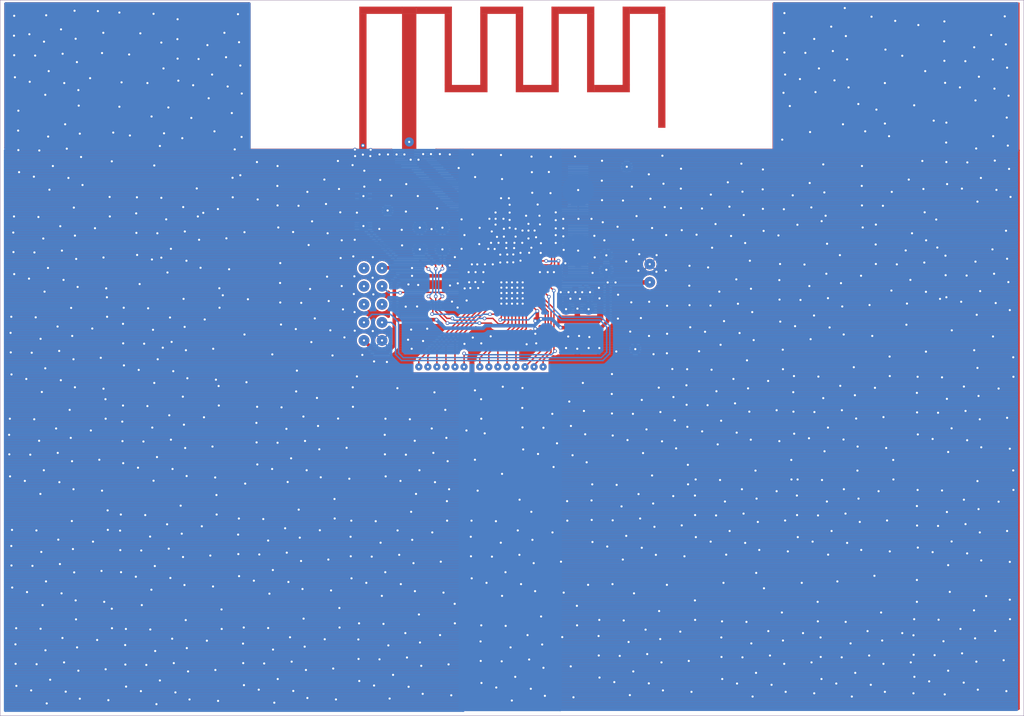
<source format=kicad_pcb>
(kicad_pcb (version 4) (host Gerbview "(5.0.2)-1")

  (layers 
    (0 F.Cu signal)
    (31 B.Cu signal)
    (32 B.Adhes user)
    (33 F.Adhes user)
    (34 B.Paste user)
    (35 F.Paste user)
    (36 B.SilkS user)
    (37 F.SilkS user)
    (38 B.Mask user)
    (39 F.Mask user)
    (40 Dwgs.User user)
    (41 Cmts.User user)
    (42 Eco1.User user)
    (43 Eco2.User user)
    (44 Edge.Cuts user)
    (45 Margin user)
    (46 B.CrtYd user)
    (47 F.CrtYd user)
    (48 B.Fab user)
    (49 F.Fab user)
  )

(segment (start 28.32354 -28.32354) (end 172.18914 -28.32354) (width 0.0254) (layer F.Cu) (net 0))
(segment (start 172.18914 -28.32354) (end 172.18914 -128.90754) (width 0.0254) (layer F.Cu) (net 0))
(segment (start 172.18914 -128.90754) (end 28.32354 -128.90754) (width 0.0254) (layer F.Cu) (net 0))
(segment (start 28.32354 -128.90754) (end 28.32354 -28.32354) (width 0.0254) (layer F.Cu) (net 0))
(segment (start 100.75672 -90.79483999999999) (end 100.75672 -91.23172) (width 0.2032) (layer F.Cu) (net 0))
(segment (start 100.75672 -91.23172) (end 101.45014 -91.92514) (width 0.2032) (layer F.Cu) (net 0))
(segment (start 101.45014 -91.92514) (end 101.45014 -92.29089999999999) (width 0.2032) (layer F.Cu) (net 0))
(segment (start 104.1781 -90.68053999999999) (end 104.7623 -90.09634) (width 0.254) (layer F.Cu) (net 0))
(segment (start 104.7623 -90.09634) (end 106.93654 -90.09634) (width 0.254) (layer F.Cu) (net 0))
(segment (start 106.93654 -90.09634) (end 106.93654 -90.22333999999999) (width 0.3048) (layer F.Cu) (net 0))
(segment (start 106.78414 -92.28073999999999) (end 106.78414 -91.44253999999999) (width 0.3048) (layer F.Cu) (net 0))
(segment (start 106.78414 -91.44253999999999) (end 106.93654 -91.29013999999999) (width 0.3048) (layer F.Cu) (net 0))
(segment (start 106.93654 -91.29013999999999) (end 106.93654 -90.22333999999999) (width 0.3048) (layer F.Cu) (net 0))
(segment (start 93.47454 -89.96934) (end 93.28912 -90.15730000000001) (width 0.508) (layer F.Cu) (net 0))
(segment (start 93.28912 -90.15730000000001) (end 86.21014 -90.15730000000001) (width 0.508) (layer F.Cu) (net 0))
(segment (start 97.55632 -91.77274) (end 96.87052 -92.45854) (width 0.2032) (layer F.Cu) (net 0))
(segment (start 96.87052 -92.45854) (end 94.10954 -92.45854) (width 0.2032) (layer F.Cu) (net 0))
(segment (start 94.10954 -92.45854) (end 93.93174 -92.28073999999999) (width 0.2032) (layer F.Cu) (net 0))
(segment (start 93.93174 -92.28073999999999) (end 93.93174 -91.82353999999999) (width 0.2032) (layer F.Cu) (net 0))
(segment (start 93.93174 -91.82353999999999) (end 93.47454 -91.36633999999999) (width 0.2032) (layer F.Cu) (net 0))
(segment (start 99.59594 -93.16212) (end 99.59594 -94.05874) (width 0.254) (layer F.Cu) (net 0))
(segment (start 99.59594 -94.05874) (end 99.4537 -94.05874) (width 0.254) (layer F.Cu) (net 0))
(segment (start 99.92614 -99.04730000000001) (end 99.92614 -98.12273999999999) (width 0.3048) (layer F.Cu) (net 0))
(segment (start 99.92614 -98.12273999999999) (end 99.81692 -98.12273999999999) (width 0.3048) (layer F.Cu) (net 0))
(segment (start 99.81692 -101.06914) (end 99.81692 -100.14712) (width 0.2032) (layer F.Cu) (net 0))
(segment (start 99.81692 -100.14712) (end 99.92614 -100.14712) (width 0.2032) (layer F.Cu) (net 0))
(segment (start 109.55274 -102.21214) (end 109.55274 -99.38258) (width 0.2032) (layer F.Cu) (net 0))
(segment (start 109.55274 -99.38258) (end 106.70794 -99.38258) (width 0.2032) (layer F.Cu) (net 0))
(segment (start 106.70794 -99.38258) (end 106.40314 -99.08032) (width 0.2032) (layer F.Cu) (net 0))
(segment (start 100.81514 -77.37094) (end 100.81514 -81.28254) (width 0.2032) (layer F.Cu) (net 0))
(segment (start 100.81514 -81.28254) (end 102.25786 -82.72526000000001) (width 0.2032) (layer F.Cu) (net 0))
(segment (start 102.25786 -82.72526000000001) (end 102.25786 -84.77504) (width 0.2032) (layer F.Cu) (net 0))
(segment (start 85.80882 -107.01274) (end 85.19668 -107.19816) (width 0.635) (layer F.Cu) (net 0))
(segment (start 87.1601 -106.52506) (end 87.83574 -107.2007) (width 0.635) (layer F.Cu) (net 0))
(segment (start 87.83574 -107.2007) (end 87.81288000000001 -107.22102) (width 0.635) (layer F.Cu) (net 0))
(segment (start 99.81692 -98.12273999999999) (end 99.92614 -98.01352) (width 0.254) (layer F.Cu) (net 0))
(segment (start 99.05492 -98.17354) (end 99.76612 -98.17354) (width 0.254) (layer F.Cu) (net 0))
(segment (start 99.76612 -98.17354) (end 99.81692 -98.12273999999999) (width 0.254) (layer F.Cu) (net 0))
(segment (start 109.55274 -93.70314) (end 109.55274 -94.7801) (width 0.2032) (layer F.Cu) (net 0))
(segment (start 109.55274 -94.7801) (end 106.40314 -94.7801) (width 0.2032) (layer F.Cu) (net 0))
(segment (start 85.80882 -107.01274) (end 85.80882 -108.87964) (width 1.397) (layer F.Cu) (net 0))
(segment (start 79.45374 -81.07934) (end 81.18094000000001 -79.35214000000001) (width 0.508) (layer F.Cu) (net 0))
(segment (start 81.18094000000001 -79.35214000000001) (end 82.67954 -79.35214000000001) (width 0.508) (layer F.Cu) (net 0))
(segment (start 82.67954 -79.35214000000001) (end 83.72094 -80.39354) (width 0.508) (layer F.Cu) (net 0))
(segment (start 83.72094 -80.39354) (end 83.72094 -84.00033999999999) (width 0.508) (layer F.Cu) (net 0))
(segment (start 97.24644000000001 -89.74581999999999) (end 96.66986 -89.74581999999999) (width 0.254) (layer F.Cu) (net 0))
(segment (start 96.66986 -89.74581999999999) (end 96.21012 -89.28354) (width 0.254) (layer F.Cu) (net 0))
(segment (start 98.75774 -84.77504) (end 98.75774 -84.30513999999999) (width 0.2032) (layer F.Cu) (net 0))
(segment (start 98.75774 -84.30513999999999) (end 98.60534 -84.15273999999999) (width 0.2032) (layer F.Cu) (net 0))
(segment (start 98.60534 -84.15273999999999) (end 98.60534 -83.97494) (width 0.2032) (layer F.Cu) (net 0))
(segment (start 101.69652 -94.79534) (end 102.44074 -95.5421) (width 0.3048) (layer F.Cu) (net 0))
(segment (start 102.44074 -95.5421) (end 102.56774 -95.4151) (width 0.254) (layer F.Cu) (net 0))
(segment (start 93.47454 -91.36633999999999) (end 93.47454 -91.06153999999999) (width 0.2032) (layer F.Cu) (net 0))
(segment (start 93.47454 -91.06153999999999) (end 93.47454 -89.96934) (width 0.254) (layer F.Cu) (net 0))
(segment (start 113.7031 -89.23274000000001) (end 113.7031 -83.78189999999999) (width 0.508) (layer F.Cu) (net 0))
(segment (start 113.7031 -83.78189999999999) (end 112.80394 -82.88274) (width 0.508) (layer F.Cu) (net 0))
(segment (start 112.80394 -82.88274) (end 107.06354 -82.88274) (width 0.508) (layer F.Cu) (net 0))
(segment (start 99.4537 -94.05874) (end 99.4537 -94.79534) (width 0.254) (layer F.Cu) (net 0))
(segment (start 99.4537 -94.79534) (end 99.46132 -94.79534) (width 0.254) (layer F.Cu) (net 0))
(segment (start 97.24644000000001 -85.74532000000001) (end 97.09912 -85.74532000000001) (width 0.2032) (layer F.Cu) (net 0))
(segment (start 97.09912 -85.74532000000001) (end 92.24518 -80.89138) (width 0.2032) (layer F.Cu) (net 0))
(segment (start 92.24518 -80.89138) (end 92.24518 -77.37094) (width 0.2032) (layer F.Cu) (net 0))
(segment (start 84.53373999999999 -87.78494000000001) (end 84.58454 -87.83574) (width 0.2032) (layer F.Cu) (net 0))
(segment (start 84.58454 -87.83574) (end 96.03994 -87.83574) (width 0.2032) (layer F.Cu) (net 0))
(segment (start 96.03994 -87.83574) (end 96.44888 -88.24468) (width 0.2032) (layer F.Cu) (net 0))
(segment (start 96.44888 -88.24468) (end 97.24644000000001 -88.24468) (width 0.2032) (layer F.Cu) (net 0))
(segment (start 107.85094 -85.47354) (end 107.0991 -86.22792) (width 0.2032) (layer F.Cu) (net 0))
(segment (start 107.0991 -86.22792) (end 107.0991 -87.86114000000001) (width 0.2032) (layer F.Cu) (net 0))
(segment (start 99.92614 -96.76891999999999) (end 99.92614 -96.91370000000001) (width 0.254) (layer F.Cu) (net 0))
(segment (start 111.02594 -85.47354) (end 111.22152 -85.66912000000001) (width 0.2032) (layer F.Cu) (net 0))
(segment (start 111.22152 -85.66912000000001) (end 111.22152 -87.86114000000001) (width 0.2032) (layer F.Cu) (net 0))
(segment (start 86.21014 -90.15730000000001) (end 84.6709 -90.15730000000001) (width 0.508) (layer F.Cu) (net 0))
(segment (start 84.6709 -90.15730000000001) (end 83.72094 -89.20734) (width 0.508) (layer F.Cu) (net 0))
(segment (start 83.72094 -89.20734) (end 83.72094 -84.00033999999999) (width 0.508) (layer F.Cu) (net 0))
(segment (start 107.0991 -87.86114000000001) (end 107.0991 -88.66632) (width 0.2032) (layer F.Cu) (net 0))
(segment (start 107.0991 -88.66632) (end 106.51744 -89.24544) (width 0.2032) (layer F.Cu) (net 0))
(segment (start 106.51744 -89.24544) (end 103.26624 -89.24544) (width 0.2032) (layer F.Cu) (net 0))
(segment (start 99.25557999999999 -84.77504) (end 99.25557999999999 -83.78698) (width 0.2032) (layer F.Cu) (net 0))
(segment (start 99.25557999999999 -83.78698) (end 98.88473999999999 -83.41614) (width 0.2032) (layer F.Cu) (net 0))
(segment (start 98.88473999999999 -83.41614) (end 98.32594 -83.41614) (width 0.2032) (layer F.Cu) (net 0))
(segment (start 98.32594 -83.41614) (end 97.56394 -84.17814) (width 0.2032) (layer F.Cu) (net 0))
(segment (start 97.56394 -84.17814) (end 96.39554 -84.17814) (width 0.2032) (layer F.Cu) (net 0))
(segment (start 99.92614 -96.76891999999999) (end 100.76434 -96.76891999999999) (width 0.254) (layer F.Cu) (net 0))
(segment (start 98.60534 -92.0369) (end 97.6503 -92.99194) (width 0.2032) (layer F.Cu) (net 0))
(segment (start 97.6503 -92.99194) (end 94.08414 -92.99194) (width 0.2032) (layer F.Cu) (net 0))
(segment (start 94.08414 -92.99194) (end 93.47454 -92.38234) (width 0.2032) (layer F.Cu) (net 0))
(segment (start 93.47454 -92.38234) (end 93.47454 -91.36633999999999) (width 0.2032) (layer F.Cu) (net 0))
(segment (start 97.24644000000001 -89.24544) (end 96.21012 -89.24544) (width 0.254) (layer F.Cu) (net 0))
(segment (start 96.21012 -89.24544) (end 96.21012 -89.28354) (width 0.254) (layer F.Cu) (net 0))
(segment (start 113.43894 -89.48674) (end 113.69802 -89.22766) (width 0.508) (layer F.Cu) (net 0))
(segment (start 113.69802 -89.22766) (end 113.7031 -89.23274000000001) (width 0.508) (layer F.Cu) (net 0))
(segment (start 106.40314 -99.08032) (end 105.48874 -98.16592) (width 0.2032) (layer F.Cu) (net 0))
(segment (start 105.48874 -98.16592) (end 105.48874 -93.22054) (width 0.2032) (layer F.Cu) (net 0))
(segment (start 105.48874 -93.22054) (end 105.81894 -92.89033999999999) (width 0.2032) (layer F.Cu) (net 0))
(segment (start 105.81894 -92.89033999999999) (end 105.81894 -91.89973999999999) (width 0.2032) (layer F.Cu) (net 0))
(segment (start 105.81894 -91.89973999999999) (end 105.61574 -91.69654) (width 0.2032) (layer F.Cu) (net 0))
(segment (start 105.61574 -91.69654) (end 101.83114 -91.69654) (width 0.2032) (layer F.Cu) (net 0))
(segment (start 101.83114 -91.69654) (end 101.2571 -91.1225) (width 0.2032) (layer F.Cu) (net 0))
(segment (start 101.2571 -91.1225) (end 101.2571 -90.79483999999999) (width 0.2032) (layer F.Cu) (net 0))
(segment (start 96.21012 -89.28354) (end 95.62591999999999 -89.86774) (width 0.254) (layer F.Cu) (net 0))
(segment (start 95.62591999999999 -89.86774) (end 93.47454 -89.86774) (width 0.254) (layer F.Cu) (net 0))
(segment (start 93.47454 -89.86774) (end 93.47454 -89.96934) (width 0.254) (layer F.Cu) (net 0))
(segment (start 103.26624 -87.24646) (end 103.81996 -87.24646) (width 0.2032) (layer F.Cu) (net 0))
(segment (start 103.81996 -87.24646) (end 105.74274 -85.32114) (width 0.2032) (layer F.Cu) (net 0))
(segment (start 105.74274 -85.32114) (end 105.74274 -79.42834000000001) (width 0.2032) (layer F.Cu) (net 0))
(segment (start 105.74274 -79.42834000000001) (end 104.62514 -78.31074) (width 0.2032) (layer F.Cu) (net 0))
(segment (start 104.62514 -78.31074) (end 104.62514 -77.37094) (width 0.2032) (layer F.Cu) (net 0))
(segment (start 86.21014 -91.25712) (end 86.21014 -91.29013999999999) (width 0.508) (layer F.Cu) (net 0))
(segment (start 86.21014 -91.29013999999999) (end 82.04454 -91.29013999999999) (width 0.508) (layer F.Cu) (net 0))
(segment (start 82.04454 -91.29013999999999) (end 81.99374 -91.23934) (width 0.508) (layer F.Cu) (net 0))
(segment (start 114.82324 -89.23274000000001) (end 119.61114 -89.23274000000001) (width 0.65024) (layer F.Cu) (net 0))
(segment (start 119.61114 -89.23274000000001) (end 119.61114 -89.25814) (width 0.3048) (layer F.Cu) (net 0))
(segment (start 103.81234 -85.21953999999999) (end 103.81234 -84.10194) (width 0.508) (layer F.Cu) (net 0))
(segment (start 102.25786 -90.79483999999999) (end 102.25786 -90.78214) (width 0.254) (layer F.Cu) (net 0))
(segment (start 102.25786 -90.78214) (end 104.0765 -90.78214) (width 0.254) (layer F.Cu) (net 0))
(segment (start 104.0765 -90.78214) (end 104.1781 -90.68053999999999) (width 0.254) (layer F.Cu) (net 0))
(segment (start 91.87434 -84.17814) (end 91.11234 -84.17814) (width 0.2032) (layer F.Cu) (net 0))
(segment (start 91.11234 -84.17814) (end 89.94394 -85.34654) (width 0.2032) (layer F.Cu) (net 0))
(segment (start 89.94394 -85.34654) (end 89.94394 -86.74354) (width 0.2032) (layer F.Cu) (net 0))
(segment (start 89.94394 -86.74354) (end 90.47734 -87.27694) (width 0.2032) (layer F.Cu) (net 0))
(segment (start 103.81234 -84.10194) (end 104.32034 -84.10194) (width 0.508) (layer F.Cu) (net 0))
(segment (start 98.70440000000001 -101.06914) (end 98.07194 -101.06914) (width 0.635) (layer F.Cu) (net 0))
(segment (start 98.07194 -101.06914) (end 98.04653999999999 -101.09454) (width 1.397) (layer F.Cu) (net 0))
(segment (start 98.04653999999999 -101.09454) (end 92.50172000000001 -101.09454) (width 1.397) (layer F.Cu) (net 0))
(segment (start 92.50172000000001 -101.09454) (end 87.59952 -105.99674) (width 1.397) (layer F.Cu) (net 0))
(segment (start 87.59952 -105.99674) (end 87.1601 -106.43362) (width 0.635) (layer F.Cu) (net 0))
(segment (start 99.92614 -96.76891999999999) (end 99.11333999999999 -96.76891999999999) (width 0.254) (layer F.Cu) (net 0))
(segment (start 113.51514 -91.01074) (end 113.51514 -89.56294) (width 0.508) (layer F.Cu) (net 0))
(segment (start 113.51514 -89.56294) (end 113.43894 -89.48674) (width 0.508) (layer F.Cu) (net 0))
(segment (start 99.25557999999999 -90.79483999999999) (end 99.25557999999999 -91.38412) (width 0.2032) (layer F.Cu) (net 0))
(segment (start 99.25557999999999 -91.38412) (end 98.60534 -92.0369) (width 0.2032) (layer F.Cu) (net 0))
(segment (start 95.49892 -88.44534) (end 96.03994 -88.44534) (width 0.2032) (layer F.Cu) (net 0))
(segment (start 96.03994 -88.44534) (end 96.26854 -88.67394) (width 0.2032) (layer F.Cu) (net 0))
(segment (start 96.26854 -88.67394) (end 96.79940000000001 -88.67394) (width 0.2032) (layer F.Cu) (net 0))
(segment (start 96.79940000000001 -88.67394) (end 96.87052 -88.74506) (width 0.2032) (layer F.Cu) (net 0))
(segment (start 96.87052 -88.74506) (end 97.24644000000001 -88.74506) (width 0.254) (layer F.Cu) (net 0))
(segment (start 98.27513999999999 -77.37094) (end 98.27513999999999 -79.93634) (width 0.2032) (layer F.Cu) (net 0))
(segment (start 98.27513999999999 -79.93634) (end 101.2571 -82.9183) (width 0.2032) (layer F.Cu) (net 0))
(segment (start 101.2571 -82.9183) (end 101.2571 -84.77504) (width 0.2032) (layer F.Cu) (net 0))
(segment (start 103.26624 -89.74581999999999) (end 103.80726 -89.74581999999999) (width 0.2032) (layer F.Cu) (net 0))
(segment (start 103.80726 -89.74581999999999) (end 103.88854 -89.66454) (width 0.2032) (layer F.Cu) (net 0))
(segment (start 103.88854 -89.66454) (end 106.68254 -89.66454) (width 0.2032) (layer F.Cu) (net 0))
(segment (start 106.68254 -89.66454) (end 107.31754 -89.02954) (width 0.2032) (layer F.Cu) (net 0))
(segment (start 107.31754 -89.02954) (end 110.05312 -89.02954) (width 0.2032) (layer F.Cu) (net 0))
(segment (start 110.05312 -89.02954) (end 111.22152 -87.86114000000001) (width 0.2032) (layer F.Cu) (net 0))
(segment (start 97.00514 -77.37094) (end 97.00514 -79.30134) (width 0.2032) (layer F.Cu) (net 0))
(segment (start 97.00514 -79.30134) (end 100.75672 -83.05292) (width 0.2032) (layer F.Cu) (net 0))
(segment (start 100.75672 -83.05292) (end 100.75672 -84.77504) (width 0.2032) (layer F.Cu) (net 0))
(segment (start 95.73514 -77.37094) (end 95.73514 -78.64094) (width 0.2032) (layer F.Cu) (net 0))
(segment (start 95.73514 -78.64094) (end 100.25634 -83.16213999999999) (width 0.2032) (layer F.Cu) (net 0))
(segment (start 100.25634 -83.16213999999999) (end 100.25634 -84.77504) (width 0.2032) (layer F.Cu) (net 0))
(segment (start 86.0171 -106.54284) (end 86.0171 -107.01274) (width 0.635) (layer F.Cu) (net 0))
(segment (start 86.0171 -107.01274) (end 85.80882 -107.01274) (width 0.635) (layer F.Cu) (net 0))
(segment (start 99.54514 -77.37094) (end 99.54514 -80.62214) (width 0.2032) (layer F.Cu) (net 0))
(segment (start 99.54514 -80.62214) (end 101.75748 -82.83448) (width 0.2032) (layer F.Cu) (net 0))
(segment (start 101.75748 -82.83448) (end 101.75748 -84.77504) (width 0.2032) (layer F.Cu) (net 0))
(segment (start 89.53754000000001 -87.27694) (end 89.53754000000001 -85.16874) (width 0.2032) (layer F.Cu) (net 0))
(segment (start 89.53754000000001 -85.16874) (end 91.18854 -83.51774) (width 0.2032) (layer F.Cu) (net 0))
(segment (start 99.75596 -90.79483999999999) (end 99.75596 -91.44253999999999) (width 0.254) (layer F.Cu) (net 0))
(segment (start 99.75596 -91.44253999999999) (end 99.69754 -91.44253999999999) (width 0.254) (layer F.Cu) (net 0))
(segment (start 99.69754 -91.44253999999999) (end 99.69754 -92.06229999999999) (width 0.254) (layer F.Cu) (net 0))
(segment (start 99.69754 -92.06229999999999) (end 99.59594 -92.06229999999999) (width 0.254) (layer F.Cu) (net 0))
(segment (start 106.12374 -88.08974000000001) (end 105.46842 -88.74506) (width 0.2032) (layer F.Cu) (net 0))
(segment (start 105.46842 -88.74506) (end 103.26624 -88.74506) (width 0.2032) (layer F.Cu) (net 0))
(segment (start 98.25736000000001 -84.77504) (end 97.15754 -84.77504) (width 0.2032) (layer F.Cu) (net 0))
(segment (start 97.15754 -84.77504) (end 97.15754 -84.76233999999999) (width 0.2032) (layer F.Cu) (net 0))
(segment (start 103.26624 -86.74608000000001) (end 103.73614 -86.74608000000001) (width 0.2032) (layer F.Cu) (net 0))
(segment (start 103.73614 -86.74608000000001) (end 105.33634 -85.14333999999999) (width 0.2032) (layer F.Cu) (net 0))
(segment (start 105.33634 -85.14333999999999) (end 105.33634 -79.60614) (width 0.2032) (layer F.Cu) (net 0))
(segment (start 105.33634 -79.60614) (end 103.35514 -77.62494) (width 0.2032) (layer F.Cu) (net 0))
(segment (start 103.35514 -77.62494) (end 103.35514 -77.37094) (width 0.2032) (layer F.Cu) (net 0))
(segment (start 103.26624 -88.24468) (end 104.4194 -88.24468) (width 0.2032) (layer F.Cu) (net 0))
(segment (start 104.4194 -88.24468) (end 105.43794 -87.22614) (width 0.2032) (layer F.Cu) (net 0))
(segment (start 106.93654 -90.22333999999999) (end 107.62234 -89.53754000000001) (width 0.3048) (layer F.Cu) (net 0))
(segment (start 107.62234 -89.53754000000001) (end 113.38814 -89.53754000000001) (width 0.3048) (layer F.Cu) (net 0))
(segment (start 113.38814 -89.53754000000001) (end 113.43894 -89.48674) (width 0.3048) (layer F.Cu) (net 0))
(segment (start 88.52154 -87.27694) (end 89.13114 -86.66734) (width 0.2032) (layer F.Cu) (net 0))
(segment (start 89.13114 -86.66734) (end 89.13114 -84.88934) (width 0.2032) (layer F.Cu) (net 0))
(segment (start 89.13114 -84.88934) (end 89.02954 -84.78774) (width 0.2032) (layer F.Cu) (net 0))
(segment (start 98.75774 -90.79483999999999) (end 98.75774 -91.26474) (width 0.2032) (layer F.Cu) (net 0))
(segment (start 98.75774 -91.26474) (end 98.06432 -91.26474) (width 0.2032) (layer F.Cu) (net 0))
(segment (start 98.06432 -91.26474) (end 97.55632 -91.77274) (width 0.2032) (layer F.Cu) (net 0))
(segment (start 90.47734 -91.16314) (end 90.47734 -93.88094) (width 0.2032) (layer F.Cu) (net 0))
(segment (start 103.26624 -86.2457) (end 103.59898 -86.2457) (width 0.2032) (layer F.Cu) (net 0))
(segment (start 103.59898 -86.2457) (end 104.92994 -84.91473999999999) (width 0.2032) (layer F.Cu) (net 0))
(segment (start 104.92994 -84.91473999999999) (end 104.92994 -80.21574) (width 0.2032) (layer F.Cu) (net 0))
(segment (start 104.92994 -80.21574) (end 102.08514 -77.37094) (width 0.2032) (layer F.Cu) (net 0))
(segment (start 99.75596 -84.77504) (end 99.75596 -83.57616) (width 0.2032) (layer F.Cu) (net 0))
(segment (start 99.75596 -83.57616) (end 99.18953999999999 -83.00973999999999) (width 0.2032) (layer F.Cu) (net 0))
(segment (start 99.18953999999999 -83.00973999999999) (end 97.84334 -83.00973999999999) (width 0.2032) (layer F.Cu) (net 0))
(segment (start 97.84334 -83.00973999999999) (end 97.33534 -83.51774) (width 0.2032) (layer F.Cu) (net 0))
(segment (start 97.33534 -83.51774) (end 95.68434000000001 -83.51774) (width 0.2032) (layer F.Cu) (net 0))
(segment (start 101.45014 -92.29089999999999) (end 101.4857 -92.25534) (width 0.2032) (layer F.Cu) (net 0))
(segment (start 101.4857 -92.25534) (end 105.05694 -92.25534) (width 0.2032) (layer F.Cu) (net 0))
(segment (start 79.37754 -97.15754) (end 84.10194 -92.43313999999999) (width 0.2032) (layer F.Cu) (net 0))
(segment (start 84.10194 -92.43313999999999) (end 87.20074 -92.43313999999999) (width 0.2032) (layer F.Cu) (net 0))
(segment (start 87.20074 -92.43313999999999) (end 88.52154 -91.11234) (width 0.2032) (layer F.Cu) (net 0))
(segment (start 103.26624 -85.74532000000001) (end 103.80218 -85.20938) (width 0.2032) (layer F.Cu) (net 0))
(segment (start 103.80218 -85.20938) (end 103.81234 -85.21953999999999) (width 0.508) (layer F.Cu) (net 0))
(segment (start 99.46132 -94.79534) (end 99.46132 -95.32111999999999) (width 0.254) (layer F.Cu) (net 0))
(segment (start 99.46132 -95.32111999999999) (end 99.11333999999999 -95.6691) (width 0.254) (layer F.Cu) (net 0))
(segment (start 98.25736000000001 -90.79483999999999) (end 96.23551999999999 -90.79483999999999) (width 0.2032) (layer F.Cu) (net 0))
(segment (start 96.23551999999999 -90.79483999999999) (end 96.23551999999999 -90.68053999999999) (width 0.2032) (layer F.Cu) (net 0))
(segment (start 89.63914 -84.00033999999999) (end 83.72094 -84.00033999999999) (width 0.508) (layer F.Cu) (net 0))
(segment (start 100.55352 -94.05874) (end 100.55352 -94.79534) (width 0.254) (layer F.Cu) (net 0))
(segment (start 100.55352 -94.79534) (end 100.5967 -94.79534) (width 0.254) (layer F.Cu) (net 0))
(segment (start 100.43414 -93.16212) (end 100.43414 -93.9419) (width 0.254) (layer F.Cu) (net 0))
(segment (start 100.43414 -93.9419) (end 100.55352 -94.05874) (width 0.254) (layer F.Cu) (net 0))
(segment (start 103.53294 -83.81492) (end 103.53294 -84.10194) (width 0.2032) (layer F.Cu) (net 0))
(segment (start 103.53294 -84.10194) (end 103.81234 -84.10194) (width 0.508) (layer F.Cu) (net 0))
(segment (start 100.5967 -94.79534) (end 100.76434 -94.96552) (width 0.254) (layer F.Cu) (net 0))
(segment (start 100.76434 -94.96552) (end 100.76434 -95.6691) (width 0.254) (layer F.Cu) (net 0))
(segment (start 106.40314 -94.7801) (end 106.40314 -92.96653999999999) (width 0.2032) (layer F.Cu) (net 0))
(segment (start 106.40314 -92.96653999999999) (end 106.22534 -92.78874) (width 0.2032) (layer F.Cu) (net 0))
(segment (start 106.22534 -92.78874) (end 106.22534 -91.64574) (width 0.2032) (layer F.Cu) (net 0))
(segment (start 106.22534 -91.64574) (end 105.84434 -91.26474) (width 0.2032) (layer F.Cu) (net 0))
(segment (start 105.84434 -91.26474) (end 102.00894 -91.26474) (width 0.2032) (layer F.Cu) (net 0))
(segment (start 102.00894 -91.26474) (end 101.75748 -91.01327999999999) (width 0.2032) (layer F.Cu) (net 0))
(segment (start 101.75748 -91.01327999999999) (end 101.75748 -90.79483999999999) (width 0.2032) (layer F.Cu) (net 0))
(segment (start 100.25634 -90.79483999999999) (end 100.25634 -91.44253999999999) (width 0.254) (layer F.Cu) (net 0))
(segment (start 100.25634 -91.44253999999999) (end 100.30714 -91.49334) (width 0.254) (layer F.Cu) (net 0))
(segment (start 100.30714 -91.49334) (end 100.30714 -91.9353) (width 0.254) (layer F.Cu) (net 0))
(segment (start 100.30714 -91.9353) (end 100.43414 -92.06229999999999) (width 0.254) (layer F.Cu) (net 0))
(segment (start 87.30234 -93.88094) (end 89.53754000000001 -91.64574) (width 0.2032) (layer F.Cu) (net 0))
(segment (start 89.53754000000001 -91.64574) (end 89.53754000000001 -91.16314) (width 0.2032) (layer F.Cu) (net 0))
(segment (start 108.46054 -86.92388) (end 108.46054 -86.94674000000001) (width 0.3048) (layer F.Cu) (net 0))
(segment (start 108.19892 -87.86114000000001) (end 109.17174 -87.86114000000001) (width 0.3048) (layer F.Cu) (net 0))
(segment (start 110.1217 -87.86114000000001) (end 109.17174 -87.86114000000001) (width 0.3048) (layer F.Cu) (net 0))
(segment (start 107.74934 -91.92514) (end 107.75442 -91.92514) (width 0.3048) (layer F.Cu) (net 0))
(segment (start 107.75442 -92.19946) (end 107.75442 -91.92514) (width 0.3048) (layer F.Cu) (net 0))
(segment (start 107.30992 -94.03588000000001) (end 107.5309 -93.81489999999999) (width 0.3048) (layer F.Cu) (net 0))
(segment (start 107.5309 -93.81489999999999) (end 107.52074 -93.80474) (width 0.3048) (layer F.Cu) (net 0))
(segment (start 95.37954000000001 -91.77274) (end 96.45650000000001 -91.77274) (width 0.3048) (layer F.Cu) (net 0))
(segment (start 95.37954000000001 -91.77274) (end 94.61754000000001 -91.77274) (width 0.2032) (layer F.Cu) (net 0))
(segment (start 95.1357 -90.68053999999999) (end 94.16034000000001 -90.68053999999999) (width 0.3048) (layer F.Cu) (net 0))
(segment (start 106.14914 -90.68053999999999) (end 105.27792 -90.68053999999999) (width 0.3048) (layer F.Cu) (net 0))
(segment (start 93.60154 -88.39454000000001) (end 93.60154 -88.44534) (width 0.3048) (layer F.Cu) (net 0))
(segment (start 93.60154 -88.44534) (end 94.3991 -88.44534) (width 0.3048) (layer F.Cu) (net 0))
(segment (start 94.3991 -88.44534) (end 94.3991 -89.28354) (width 0.3048) (layer F.Cu) (net 0))
(segment (start 94.3991 -89.28354) (end 95.1103 -89.28354) (width 0.3048) (layer F.Cu) (net 0))
(segment (start 94.3991 -89.28354) (end 94.23654000000001 -89.28354) (width 0.3048) (layer F.Cu) (net 0))
(segment (start 94.23654000000001 -89.28354) (end 94.23654000000001 -89.25814) (width 0.3048) (layer F.Cu) (net 0))
(segment (start 103.53294 -82.71510000000001) (end 103.53294 -82.01913999999999) (width 0.2032) (layer F.Cu) (net 0))
(segment (start 102.66934 -93.39834) (end 102.66934 -93.39072) (width 0.3048) (layer F.Cu) (net 0))
(segment (start 102.66934 -93.39072) (end 101.45014 -93.39072) (width 0.3048) (layer F.Cu) (net 0))
(segment (start 101.45014 -93.39072) (end 101.45014 -94.05874) (width 0.3048) (layer F.Cu) (net 0))
(segment (start 101.45014 -94.05874) (end 102.66934 -94.05874) (width 0.3048) (layer F.Cu) (net 0))
(segment (start 102.66934 -94.05874) (end 102.66934 -94.10954) (width 0.3048) (layer F.Cu) (net 0))
(segment (start 102.66934 -94.10954) (end 102.97414 -94.10954) (width 0.3048) (layer F.Cu) (net 0))
(segment (start 97.94494 -97.36074000000001) (end 97.94494 -97.38614) (width 0.254) (layer F.Cu) (net 0))
(segment (start 97.94494 -97.38614) (end 97.9551 -97.38614) (width 0.254) (layer F.Cu) (net 0))
(segment (start 97.9551 -97.38614) (end 97.9551 -98.17354) (width 0.254) (layer F.Cu) (net 0))
(segment (start 97.9551 -98.17354) (end 97.08134 -98.17354) (width 0.254) (layer F.Cu) (net 0))
(segment (start 97.9551 -98.17354) (end 97.9551 -99.06254) (width 0.254) (layer F.Cu) (net 0))
(segment (start 97.9551 -99.06254) (end 97.94494 -99.06254) (width 0.254) (layer F.Cu) (net 0))
(segment (start 113.0046 -97.69602) (end 113.00968 -97.69347999999999) (width 0.3048) (layer F.Cu) (net 0))
(segment (start 96.92131999999999 -93.9546) (end 96.92894 -93.9546) (width 0.3048) (layer F.Cu) (net 0))
(segment (start 97.81793999999999 -93.93174) (end 97.81286 -93.92666) (width 0.3048) (layer F.Cu) (net 0))
(segment (start 97.81286 -93.92666) (end 98.60534 -93.13672) (width 0.3048) (layer F.Cu) (net 0))
(segment (start 98.60534 -93.13672) (end 98.60534 -93.95714) (width 0.3048) (layer F.Cu) (net 0))
(segment (start 98.60534 -93.95714) (end 98.60787999999999 -93.9546) (width 0.3048) (layer F.Cu) (net 0))
(segment (start 98.60787999999999 -93.9546) (end 96.92894 -93.9546) (width 0.3048) (layer F.Cu) (net 0))
(segment (start 79.30896 -107.86872) (end 78.18374 -107.86872) (width 0.3048) (layer F.Cu) (net 0))
(segment (start 78.18374 -107.86872) (end 78.18374 -107.90174) (width 0.3048) (layer F.Cu) (net 0))
(segment (start 79.30896 -107.86872) (end 80.39354 -107.86872) (width 0.3048) (layer F.Cu) (net 0))
(segment (start 80.39354 -107.86872) (end 80.39354 -107.87634) (width 0.3048) (layer F.Cu) (net 0))
(segment (start 79.30896 -107.86872) (end 79.30896 -107.19054) (width 0.3048) (layer F.Cu) (net 0))
(segment (start 79.30896 -107.86872) (end 79.30896 -108.47832) (width 0.3048) (layer F.Cu) (net 0))
(segment (start 101.72954 -96.52254000000001) (end 101.72954 -96.51492) (width 0.254) (layer F.Cu) (net 0))
(segment (start 101.72954 -96.51492) (end 102.56774 -96.51492) (width 0.254) (layer F.Cu) (net 0))
(segment (start 102.56774 -96.51492) (end 103.43134 -96.51492) (width 0.254) (layer F.Cu) (net 0))
(segment (start 103.43134 -96.51492) (end 103.43134 -96.52254000000001) (width 0.254) (layer F.Cu) (net 0))
(segment (start 102.56774 -96.51492) (end 102.56774 -97.46234) (width 0.3048) (layer F.Cu) (net 0))
(segment (start 79.30896 -107.13974) (end 79.30896 -107.19054) (width 0.3048) (layer F.Cu) (net 0))
(segment (start 79.30896 -107.19054) (end 79.30134 -107.19054) (width 0.3048) (layer F.Cu) (net 0))
(segment (start 82.80654 -107.21594) (end 82.75574 -107.21594) (width 0.3048) (layer F.Cu) (net 0))
(segment (start 82.80654 -107.21594) (end 82.80654 -107.16514) (width 0.3048) (layer F.Cu) (net 0))
(segment (start 82.80654 -107.16514) (end 82.85733999999999 -107.21594) (width 0.3048) (layer F.Cu) (net 0))
(segment (start 112.88014 -103.52278) (end 112.88014 -103.53294) (width 0.3048) (layer F.Cu) (net 0))
(segment (start 82.85733999999999 -107.21594) (end 84.0359 -107.21594) (width 0.3048) (layer F.Cu) (net 0))
(segment (start 82.85733999999999 -107.21594) (end 82.83194 -107.21594) (width 0.3048) (layer F.Cu) (net 0))
(segment (start 104.11714 -98.60534) (end 104.11714 -98.60534) (width 0.3048) (layer F.Cu) (net 0))
(segment (start 90.12174 -107.26674) (end 88.86951999999999 -107.26674) (width 0.3048) (layer F.Cu) (net 0))
(segment (start 98.36150000000001 -94.79534) (end 97.30994 -94.79534) (width 0.254) (layer F.Cu) (net 0))
(segment (start 98.36150000000001 -94.79534) (end 98.36150000000001 -95.53194000000001) (width 0.254) (layer F.Cu) (net 0))
(segment (start 98.36150000000001 -95.53194000000001) (end 98.24974 -95.53194000000001) (width 0.254) (layer F.Cu) (net 0))
(segment (start 98.24974 -95.53194000000001) (end 98.04653999999999 -95.73514) (width 0.254) (layer F.Cu) (net 0))
(segment (start 98.04653999999999 -95.73514) (end 98.14814 -95.73514) (width 0.254) (layer F.Cu) (net 0))
(segment (start 98.14814 -95.73514) (end 98.14814 -95.63354) (width 0.254) (layer F.Cu) (net 0))
(segment (start 106.40314 -95.87992) (end 106.40314 -96.82734000000001) (width 0.254) (layer F.Cu) (net 0))
(segment (start 106.40314 -97.98050000000001) (end 106.40314 -96.82734000000001) (width 0.3048) (layer F.Cu) (net 0))
(segment (start 103.26624 -87.7443) (end 103.95458 -87.7443) (width 0.2032) (layer F.Cu) (net 0))
(segment (start 103.95458 -87.7443) (end 106.14914 -85.54974) (width 0.2032) (layer F.Cu) (net 0))
(segment (start 106.14914 -85.54974) (end 106.14914 -79.70774) (width 0.2032) (layer F.Cu) (net 0))
(segment (start 106.14914 -79.70774) (end 106.27614 -79.58074000000001) (width 0.2032) (layer F.Cu) (net 0))
(segment (start 106.27614 -79.58074000000001) (end 106.30154 -79.58074000000001) (width 0.2032) (layer F.Cu) (net 0))
(segment (start 93.52534 -79.25054) (end 93.52534 -77.37094) (width 0.2032) (layer F.Cu) (net 0))
(segment (start 93.52534 -77.37094) (end 93.51518 -77.37094) (width 0.2032) (layer F.Cu) (net 0))
(segment (start 88.43518 -77.37094) (end 88.43518 -78.96098000000001) (width 0.2032) (layer F.Cu) (net 0))
(segment (start 88.43518 -78.96098000000001) (end 96.72066 -87.24646) (width 0.2032) (layer F.Cu) (net 0))
(segment (start 96.72066 -87.24646) (end 97.24644000000001 -87.24646) (width 0.2032) (layer F.Cu) (net 0))
(segment (start 87.16518000000001 -77.37094) (end 87.16518000000001 -78.30058) (width 0.2032) (layer F.Cu) (net 0))
(segment (start 87.16518000000001 -78.30058) (end 96.60890000000001 -87.7443) (width 0.2032) (layer F.Cu) (net 0))
(segment (start 96.60890000000001 -87.7443) (end 97.24644000000001 -87.7443) (width 0.2032) (layer F.Cu) (net 0))
(segment (start 90.97517999999999 -77.37094) (end 90.97517999999999 -80.23098) (width 0.2032) (layer F.Cu) (net 0))
(segment (start 90.97517999999999 -80.23098) (end 96.98990000000001 -86.2457) (width 0.2032) (layer F.Cu) (net 0))
(segment (start 96.98990000000001 -86.2457) (end 97.24644000000001 -86.2457) (width 0.2032) (layer F.Cu) (net 0))
(segment (start 97.24644000000001 -86.74608000000001) (end 96.88068 -86.74608000000001) (width 0.2032) (layer F.Cu) (net 0))
(segment (start 96.88068 -86.74608000000001) (end 89.70518 -79.57058000000001) (width 0.2032) (layer F.Cu) (net 0))
(segment (start 89.70518 -79.57058000000001) (end 89.70518 -77.37094) (width 0.2032) (layer F.Cu) (net 0))
(segment (start 98.36150000000001 -94.79534) (end 98.36150000000001 -94.23654000000001) (width 0.2032) (layer F.Cu) (net 0))
(gr_poly (pts  (xy 94.5261 -91.23934) (xy 95.45828 -91.23934) (xy 95.47812999999999 -91.24108)
 (xy 95.49737 -91.24623) (xy 95.51542999999999 -91.25465) (xy 95.53175 -91.26608) (xy 95.5548 -91.29268)
 (xy 95.73260000000001 -91.29268) (xy 95.75245 -91.29442) (xy 95.77169000000001 -91.29957) (xy 95.78975 -91.30799)
 (xy 95.80607000000001 -91.31941999999999) (xy 95.82016 -91.33351) (xy 95.83159000000001 -91.34983) (xy 95.84001000000001 -91.36789)
 (xy 95.84516000000001 -91.38713) (xy 95.84690000000001 -91.40698) (xy 95.84690000000001 -91.7829) (xy 95.84516000000001 -91.80275)
 (xy 95.84001000000001 -91.82199) (xy 95.83159000000001 -91.84005000000001) (xy 95.82016 -91.85637) (xy 95.80607000000001 -91.87045999999999)
 (xy 95.78975 -91.88189) (xy 95.77169000000001 -91.89031) (xy 95.75245 -91.89546) (xy 95.73260000000001 -91.8972)
 (xy 94.60484 -91.8972) (xy 94.58499 -91.89546) (xy 94.56574999999999 -91.89031) (xy 94.54769 -91.88189)
 (xy 94.53137 -91.87045999999999) (xy 94.51728 -91.85637) (xy 94.50585 -91.84005000000001) (xy 94.49742999999999 -91.82199)
 (xy 94.49308000000001 -91.79052) (xy 94.49314 -91.78185999999999) (xy 94.47741000000001 -91.68545) (xy 94.44517999999999 -91.59323000000001)
 (xy 94.39743 -91.50801) (xy 94.3356 -91.43237999999999) (xy 94.33306 -91.42984) (xy 94.33052000000001 -91.4273)
 (xy 94.32798 -91.4273) (xy 94.09175999999999 -91.19108) (xy 94.07888 -91.17573) (xy 94.06886 -91.15837999999999)
 (xy 94.06201 -91.13955) (xy 94.05874 -91.10218) (xy 94.06128 -91.06153999999999) (xy 94.06128 -90.56878)
 (xy 94.06301999999999 -90.54893) (xy 94.06816999999999 -90.52969) (xy 94.07659 -90.51163) (xy 94.08802 -90.49531)
 (xy 94.10211 -90.48121999999999) (xy 94.11843 -90.46979) (xy 94.13648999999999 -90.46137) (xy 94.15573000000001 -90.45622)
 (xy 94.17558 -90.45448) (xy 94.4118 -90.45448) (xy 94.43165 -90.45622) (xy 94.45089 -90.46137)
 (xy 94.46895000000001 -90.46979) (xy 94.48527 -90.48121999999999) (xy 94.49936 -90.49531) (xy 94.51079 -90.51163)
 (xy 94.51921 -90.52969) (xy 94.52436 -90.54893) (xy 94.5261 -90.56878))
(layer F.Cu) (width 0) )
(segment (start 94.5261 -91.23934) (end 95.45828 -91.23934) (width 0.2032) (layer F.Cu) (net 0))
(segment (start 95.45828 -91.23934) (end 95.50202 -91.24804) (width 0.2032) (layer F.Cu) (net 0))
(segment (start 95.50202 -91.24804) (end 95.5391 -91.27282) (width 0.2032) (layer F.Cu) (net 0))
(segment (start 95.5391 -91.27282) (end 95.5548 -91.29268) (width 0.2032) (layer F.Cu) (net 0))
(segment (start 95.5548 -91.29268) (end 95.73260000000001 -91.29268) (width 0.2032) (layer F.Cu) (net 0))
(segment (start 95.73260000000001 -91.29268) (end 95.77634 -91.30137999999999) (width 0.2032) (layer F.Cu) (net 0))
(segment (start 95.77634 -91.30137999999999) (end 95.81341999999999 -91.32616) (width 0.2032) (layer F.Cu) (net 0))
(segment (start 95.81341999999999 -91.32616) (end 95.8382 -91.36324) (width 0.2032) (layer F.Cu) (net 0))
(segment (start 95.8382 -91.36324) (end 95.84690000000001 -91.40698) (width 0.2032) (layer F.Cu) (net 0))
(segment (start 95.84690000000001 -91.40698) (end 95.84690000000001 -91.7829) (width 0.2032) (layer F.Cu) (net 0))
(segment (start 95.84690000000001 -91.7829) (end 95.8382 -91.82664) (width 0.2032) (layer F.Cu) (net 0))
(segment (start 95.8382 -91.82664) (end 95.81341999999999 -91.86372) (width 0.2032) (layer F.Cu) (net 0))
(segment (start 95.81341999999999 -91.86372) (end 95.77634 -91.88849999999999) (width 0.2032) (layer F.Cu) (net 0))
(segment (start 95.77634 -91.88849999999999) (end 95.73260000000001 -91.8972) (width 0.2032) (layer F.Cu) (net 0))
(segment (start 95.73260000000001 -91.8972) (end 94.60484 -91.8972) (width 0.2032) (layer F.Cu) (net 0))
(segment (start 94.60484 -91.8972) (end 94.5611 -91.88849999999999) (width 0.2032) (layer F.Cu) (net 0))
(segment (start 94.5611 -91.88849999999999) (end 94.52401999999999 -91.86372) (width 0.2032) (layer F.Cu) (net 0))
(segment (start 94.52401999999999 -91.86372) (end 94.49924 -91.82664) (width 0.2032) (layer F.Cu) (net 0))
(segment (start 94.49924 -91.82664) (end 94.49308000000001 -91.79052) (width 0.2032) (layer F.Cu) (net 0))
(segment (start 94.3356 -91.43237999999999) (end 94.45474 -91.61573) (width 0.2032) (layer F.Cu) (net 0))
(segment (start 94.45474 -91.61573) (end 94.49308000000001 -91.79052) (width 0.2032) (layer F.Cu) (net 0))
(segment (start 94.3356 -91.43237999999999) (end 94.33306 -91.42984) (width 0.2032) (layer F.Cu) (net 0))
(segment (start 94.33306 -91.42984) (end 94.33052000000001 -91.4273) (width 0.2032) (layer F.Cu) (net 0))
(segment (start 94.33052000000001 -91.4273) (end 94.32798 -91.4273) (width 0.2032) (layer F.Cu) (net 0))
(segment (start 94.32798 -91.4273) (end 94.09175999999999 -91.19108) (width 0.2032) (layer F.Cu) (net 0))
(segment (start 94.09175999999999 -91.19108) (end 94.06684 -91.15379) (width 0.2032) (layer F.Cu) (net 0))
(segment (start 94.06684 -91.15379) (end 94.05809000000001 -91.10980000000001) (width 0.2032) (layer F.Cu) (net 0))
(segment (start 94.05809000000001 -91.10980000000001) (end 94.05874 -91.10218) (width 0.2032) (layer F.Cu) (net 0))
(segment (start 94.06128 -91.06153999999999) (end 94.05874 -91.10218) (width 0.2032) (layer F.Cu) (net 0))
(segment (start 94.06128 -91.06153999999999) (end 94.06128 -90.56878) (width 0.2032) (layer F.Cu) (net 0))
(segment (start 94.06128 -90.56878) (end 94.06998 -90.52504) (width 0.2032) (layer F.Cu) (net 0))
(segment (start 94.06998 -90.52504) (end 94.09475999999999 -90.48796) (width 0.2032) (layer F.Cu) (net 0))
(segment (start 94.09475999999999 -90.48796) (end 94.13184 -90.46317999999999) (width 0.2032) (layer F.Cu) (net 0))
(segment (start 94.13184 -90.46317999999999) (end 94.17558 -90.45448) (width 0.2032) (layer F.Cu) (net 0))
(segment (start 94.17558 -90.45448) (end 94.4118 -90.45448) (width 0.2032) (layer F.Cu) (net 0))
(segment (start 94.4118 -90.45448) (end 94.45554 -90.46317999999999) (width 0.2032) (layer F.Cu) (net 0))
(segment (start 94.45554 -90.46317999999999) (end 94.49262 -90.48796) (width 0.2032) (layer F.Cu) (net 0))
(segment (start 94.49262 -90.48796) (end 94.51739999999999 -90.52504) (width 0.2032) (layer F.Cu) (net 0))
(segment (start 94.51739999999999 -90.52504) (end 94.5261 -90.56878) (width 0.2032) (layer F.Cu) (net 0))
(segment (start 94.5261 -90.56878) (end 94.5261 -91.23934) (width 0.2032) (layer F.Cu) (net 0))
(gr_poly (pts  (xy 95.06966 -87.2744) (xy 91.29776 -87.2744) (xy 91.27791000000001 -87.27266)
 (xy 91.25867 -87.26751) (xy 91.24061 -87.25909) (xy 91.22429 -87.24766) (xy 91.2102 -87.23357)
 (xy 91.19877 -87.21725000000001) (xy 91.19035 -87.19919) (xy 91.18346 -87.17788) (xy 91.18257 -87.15254)
 (xy 91.14982000000001 -87.03201) (xy 91.09663 -86.91898999999999) (xy 91.02462 -86.81693) (xy 90.93599 -86.72892)
 (xy 90.83341 -86.65764) (xy 90.72002000000001 -86.60526) (xy 90.59926 -86.57335999999999) (xy 90.58016000000001 -86.56813)
 (xy 90.56225999999999 -86.55967) (xy 90.5461 -86.54823) (xy 90.53218 -86.53415) (xy 90.52091 -86.51787)
 (xy 90.51263 -86.49988) (xy 90.50528 -86.4616) (xy 90.50528 -85.62594) (xy 90.50702 -85.60608999999999)
 (xy 90.51217 -85.58685) (xy 90.52059 -85.56879000000001) (xy 90.53830000000001 -85.54465999999999) (xy 91.31046000000001 -84.77249999999999)
 (xy 91.32581 -84.75962) (xy 91.34316 -84.7496) (xy 91.36199000000001 -84.74275) (xy 91.39174 -84.73948)
 (xy 91.39682000000001 -84.73948) (xy 91.41667 -84.74122) (xy 91.43591000000001 -84.74637) (xy 91.46286000000001 -84.7598)
 (xy 91.47047999999999 -84.76742) (xy 91.57894 -84.82859999999999) (xy 91.69638 -84.87000999999999) (xy 91.81923 -84.8904)
 (xy 91.94374999999999 -84.88915) (xy 92.06616 -84.8663) (xy 92.18274 -84.82253) (xy 92.28995 -84.75919)
 (xy 92.38454 -84.67819) (xy 92.46362000000001 -84.58199999999999) (xy 92.47607000000001 -84.56665) (xy 92.49101 -84.55369)
 (xy 92.50796 -84.54352) (xy 92.52642 -84.53645) (xy 92.54583 -84.53269) (xy 92.5656 -84.53236)
 (xy 92.58513000000001 -84.53547) (xy 92.60382 -84.54192) (xy 92.6211 -84.55152) (xy 92.63634 -84.56676)
 (xy 95.15094000000001 -87.07881999999999) (xy 95.16382 -87.09417000000001) (xy 95.17384 -87.11152) (xy 95.18069 -87.13035000000001)
 (xy 95.18416999999999 -87.15008) (xy 95.18416999999999 -87.17012) (xy 95.18069 -87.18985000000001) (xy 95.17384 -87.20868)
 (xy 95.16382 -87.22602999999999) (xy 95.15094000000001 -87.24138000000001) (xy 95.13558999999999 -87.25426) (xy 95.11824 -87.26428)
 (xy 95.09941000000001 -87.27113))(layer F.Cu) (width 0) )
(segment (start 95.06966 -87.2744) (end 91.29776 -87.2744) (width 0.2032) (layer F.Cu) (net 0))
(segment (start 91.29776 -87.2744) (end 91.25402 -87.2657) (width 0.2032) (layer F.Cu) (net 0))
(segment (start 91.25402 -87.2657) (end 91.21693999999999 -87.24092) (width 0.2032) (layer F.Cu) (net 0))
(segment (start 91.21693999999999 -87.24092) (end 91.19216 -87.20384) (width 0.2032) (layer F.Cu) (net 0))
(segment (start 91.19216 -87.20384) (end 91.18346 -87.17788) (width 0.2032) (layer F.Cu) (net 0))
(segment (start 90.59926 -86.57335999999999) (end 90.86020000000001 -86.67377) (width 0.2032) (layer F.Cu) (net 0))
(segment (start 90.86020000000001 -86.67377) (end 91.06285 -86.86639) (width 0.2032) (layer F.Cu) (net 0))
(segment (start 91.06285 -86.86639) (end 91.17637000000001 -87.1219) (width 0.2032) (layer F.Cu) (net 0))
(segment (start 91.17637000000001 -87.1219) (end 91.18346 -87.17788) (width 0.2032) (layer F.Cu) (net 0))
(segment (start 90.59926 -86.57335999999999) (end 90.55804000000001 -86.55708) (width 0.2032) (layer F.Cu) (net 0))
(segment (start 90.55804000000001 -86.55708) (end 90.52619 -86.52625999999999) (width 0.2032) (layer F.Cu) (net 0))
(segment (start 90.52619 -86.52625999999999) (end 90.50855 -86.48560000000001) (width 0.2032) (layer F.Cu) (net 0))
(segment (start 90.50855 -86.48560000000001) (end 90.50528 -86.4616) (width 0.2032) (layer F.Cu) (net 0))
(segment (start 90.50528 -86.4616) (end 90.50528 -85.62594) (width 0.2032) (layer F.Cu) (net 0))
(segment (start 90.50528 -85.62594) (end 90.51398 -85.5822) (width 0.2032) (layer F.Cu) (net 0))
(segment (start 90.51398 -85.5822) (end 90.53830000000001 -85.54465999999999) (width 0.2032) (layer F.Cu) (net 0))
(segment (start 90.53830000000001 -85.54465999999999) (end 91.31046000000001 -84.77249999999999) (width 0.2032) (layer F.Cu) (net 0))
(segment (start 91.31046000000001 -84.77249999999999) (end 91.34775 -84.74758) (width 0.2032) (layer F.Cu) (net 0))
(segment (start 91.34775 -84.74758) (end 91.39174 -84.73948) (width 0.2032) (layer F.Cu) (net 0))
(segment (start 91.39174 -84.73948) (end 91.39682000000001 -84.73948) (width 0.2032) (layer F.Cu) (net 0))
(segment (start 91.39682000000001 -84.73948) (end 91.44056 -84.74818) (width 0.2032) (layer F.Cu) (net 0))
(segment (start 91.44056 -84.74818) (end 91.46286000000001 -84.7598) (width 0.2032) (layer F.Cu) (net 0))
(segment (start 92.46362000000001 -84.58199999999999) (end 92.26421000000001 -84.77677) (width 0.2032) (layer F.Cu) (net 0))
(segment (start 92.26421000000001 -84.77677) (end 92.00545 -84.88039999999999) (width 0.2032) (layer F.Cu) (net 0))
(segment (start 92.00545 -84.88039999999999) (end 91.72673 -84.87711) (width 0.2032) (layer F.Cu) (net 0))
(segment (start 91.72673 -84.87711) (end 91.47047999999999 -84.76742) (width 0.2032) (layer F.Cu) (net 0))
(segment (start 91.47047999999999 -84.76742) (end 91.46286000000001 -84.7598) (width 0.2032) (layer F.Cu) (net 0))
(segment (start 92.46362000000001 -84.58199999999999) (end 92.49507 -84.55087) (width 0.2032) (layer F.Cu) (net 0))
(segment (start 92.49507 -84.55087) (end 92.53605 -84.53413999999999) (width 0.2032) (layer F.Cu) (net 0))
(segment (start 92.53605 -84.53413999999999) (end 92.58029999999999 -84.53437) (width 0.2032) (layer F.Cu) (net 0))
(segment (start 92.58029999999999 -84.53437) (end 92.6211 -84.55152) (width 0.2032) (layer F.Cu) (net 0))
(segment (start 92.6211 -84.55152) (end 92.63634 -84.56676) (width 0.2032) (layer F.Cu) (net 0))
(segment (start 92.63634 -84.56676) (end 95.15094000000001 -87.07881999999999) (width 0.2032) (layer F.Cu) (net 0))
(segment (start 95.15094000000001 -87.07881999999999) (end 95.17586 -87.11611000000001) (width 0.2032) (layer F.Cu) (net 0))
(segment (start 95.17586 -87.11611000000001) (end 95.18461000000001 -87.1601) (width 0.2032) (layer F.Cu) (net 0))
(segment (start 95.18461000000001 -87.1601) (end 95.17586 -87.20408999999999) (width 0.2032) (layer F.Cu) (net 0))
(segment (start 95.17586 -87.20408999999999) (end 95.15094000000001 -87.24138000000001) (width 0.2032) (layer F.Cu) (net 0))
(segment (start 95.15094000000001 -87.24138000000001) (end 95.11365000000001 -87.2663) (width 0.2032) (layer F.Cu) (net 0))
(segment (start 95.11365000000001 -87.2663) (end 95.06966 -87.2744) (width 0.2032) (layer F.Cu) (net 0))
(gr_poly (pts  (xy 111.88192 -87.249) (xy 111.86226 -87.24506) (xy 111.84359 -87.23775999999999)
 (xy 111.82647 -87.22734) (xy 111.81142 -87.2141) (xy 111.7989 -87.19844000000001) (xy 111.78928 -87.18085000000001)
 (xy 111.78287 -87.16186) (xy 111.78032 -87.1347) (xy 111.78032 -86.58098) (xy 111.78206 -86.56113000000001)
 (xy 111.78721 -86.54189) (xy 111.79563 -86.52383) (xy 111.80706 -86.50751) (xy 111.82115 -86.49342)
 (xy 111.83747 -86.48199) (xy 111.85553 -86.47357) (xy 111.87477 -86.46841999999999) (xy 111.89462 -86.46668)
 (xy 112.32388 -86.46668) (xy 112.32388 -84.4804) (xy 109.728 -84.4804) (xy 109.728 -86.46668)
 (xy 110.54588 -86.46668) (xy 110.56573 -86.46841999999999) (xy 110.58497 -86.47357) (xy 110.60303 -86.48199)
 (xy 110.61935 -86.49342) (xy 110.63344 -86.50751) (xy 110.64487 -86.52383) (xy 110.65329 -86.54189)
 (xy 110.65844 -86.56113000000001) (xy 110.66018 -86.58098) (xy 110.66018 -87.1347) (xy 110.65844 -87.15455)
 (xy 110.65329 -87.17379) (xy 110.64487 -87.19185) (xy 110.63344 -87.20817) (xy 110.61935 -87.22226000000001)
 (xy 110.60303 -87.23369) (xy 110.58497 -87.24211) (xy 110.56573 -87.24726) (xy 110.54588 -87.249)
 (xy 110.5408 -87.249) (xy 110.52875 -87.26483) (xy 110.51413 -87.27834) (xy 110.49739 -87.28909)
 (xy 110.47903 -87.29678) (xy 110.44428 -87.30234) (xy 109.5121 -87.30234) (xy 109.5121 -88.3539)
 (xy 109.51036 -88.37375) (xy 109.50521 -88.39299) (xy 109.49679 -88.41105) (xy 109.48536 -88.42737)
 (xy 109.47127 -88.44146000000001) (xy 109.45495 -88.45289) (xy 109.43689 -88.46131) (xy 109.41765 -88.46646)
 (xy 109.3978 -88.4682) (xy 108.92282 -88.4682) (xy 108.90297 -88.46646) (xy 108.88373 -88.46131)
 (xy 108.86567 -88.45289) (xy 108.84935 -88.44146000000001) (xy 108.83526 -88.42737) (xy 108.82383 -88.41105)
 (xy 108.81541 -88.39299) (xy 108.81026 -88.37375) (xy 108.80852 -88.3539) (xy 108.80852 -87.30234)
 (xy 107.8738 -87.30234) (xy 107.85395 -87.3006) (xy 107.83471 -87.29545) (xy 107.81665 -87.28703)
 (xy 107.80033 -87.2756) (xy 107.77728 -87.249) (xy 107.7722 -87.249) (xy 107.75235 -87.24726)
 (xy 107.73311 -87.24211) (xy 107.71505 -87.23369) (xy 107.69873 -87.22226000000001) (xy 107.68464 -87.20817)
 (xy 107.67321 -87.19185) (xy 107.66479 -87.17379) (xy 107.65964 -87.15455) (xy 107.6579 -87.1347)
 (xy 107.6579 -86.58098) (xy 107.65964 -86.56113000000001) (xy 107.66479 -86.54189) (xy 107.67321 -86.52383)
 (xy 107.68464 -86.50751) (xy 107.69873 -86.49342) (xy 107.71505 -86.48199) (xy 107.73311 -86.47357)
 (xy 107.75235 -86.46841999999999) (xy 107.7722 -86.46668) (xy 109.14888 -86.46668) (xy 109.14888 -84.4804)
 (xy 106.82478 -84.4804) (xy 106.80493 -84.47866) (xy 106.78569 -84.47351) (xy 106.76763 -84.46509)
 (xy 106.75131 -84.45366) (xy 106.73722 -84.43957) (xy 106.72579 -84.42325) (xy 106.71737 -84.40519)
 (xy 106.71222 -84.38594999999999) (xy 106.71048 -84.3661) (xy 106.71048 -83.67522) (xy 106.71222 -83.65537)
 (xy 106.71737 -83.63612999999999) (xy 106.72579 -83.61807) (xy 106.73722 -83.60175) (xy 106.75131 -83.58766)
 (xy 106.76763 -83.57623) (xy 106.78569 -83.56780999999999) (xy 106.80493 -83.56265999999999) (xy 106.82478 -83.56092)
 (xy 106.8578 -83.566) (xy 106.9396 -83.58564) (xy 107.06354 -83.59648) (xy 112.46104 -83.59648)
 (xy 112.48089 -83.59822) (xy 112.50013 -83.60337) (xy 112.51819 -83.61179) (xy 112.54232 -83.62949999999999)
 (xy 112.95634 -84.04352) (xy 112.96922 -84.05887) (xy 112.97924 -84.07622000000001) (xy 112.98609 -84.09505)
 (xy 112.98936 -84.12479999999999) (xy 112.98936 -88.8111) (xy 112.98762 -88.83095) (xy 112.98247 -88.85019)
 (xy 112.97405 -88.86825) (xy 112.96262 -88.88457) (xy 112.94853 -88.89866000000001) (xy 112.93221 -88.91009)
 (xy 112.91415 -88.91851) (xy 112.89491 -88.92366) (xy 112.87506 -88.9254) (xy 111.22406 -88.9254)
 (xy 111.20421 -88.92366) (xy 111.18497 -88.91851) (xy 111.16691 -88.91009) (xy 111.15059 -88.89866000000001)
 (xy 111.1365 -88.88457) (xy 111.12507 -88.86825) (xy 111.11665 -88.85019) (xy 111.1115 -88.83095)
 (xy 111.10976 -88.8111) (xy 111.1115 -88.79125000000001) (xy 111.11665 -88.77200999999999) (xy 111.12507 -88.75395)
 (xy 111.14532 -88.72982) (xy 111.36884 -88.5063) (xy 111.38419 -88.49342) (xy 111.40154 -88.4834)
 (xy 111.42037 -88.47655) (xy 111.45012 -88.47328) (xy 111.88192 -88.47328))
(layer F.Cu) (width 0) )
(segment (start 111.88192 -87.249) (end 111.83915 -87.23544) (width 0.2032) (layer F.Cu) (net 0))
(segment (start 111.83915 -87.23544) (end 111.80482 -87.20654) (width 0.2032) (layer F.Cu) (net 0))
(segment (start 111.80482 -87.20654) (end 111.78416 -87.16670999999999) (width 0.2032) (layer F.Cu) (net 0))
(segment (start 111.78416 -87.16670999999999) (end 111.78032 -87.1347) (width 0.2032) (layer F.Cu) (net 0))
(segment (start 111.78032 -87.1347) (end 111.78032 -86.58098) (width 0.2032) (layer F.Cu) (net 0))
(segment (start 111.78032 -86.58098) (end 111.78902 -86.53724) (width 0.2032) (layer F.Cu) (net 0))
(segment (start 111.78902 -86.53724) (end 111.8138 -86.50015999999999) (width 0.2032) (layer F.Cu) (net 0))
(segment (start 111.8138 -86.50015999999999) (end 111.85088 -86.47538) (width 0.2032) (layer F.Cu) (net 0))
(segment (start 111.85088 -86.47538) (end 111.89462 -86.46668) (width 0.2032) (layer F.Cu) (net 0))
(segment (start 111.89462 -86.46668) (end 112.32388 -86.46668) (width 0.2032) (layer F.Cu) (net 0))
(segment (start 112.32388 -86.46668) (end 112.32388 -84.4804) (width 0.2032) (layer F.Cu) (net 0))
(segment (start 112.32388 -84.4804) (end 109.728 -84.4804) (width 0.2032) (layer F.Cu) (net 0))
(segment (start 109.728 -84.4804) (end 109.728 -86.46668) (width 0.2032) (layer F.Cu) (net 0))
(segment (start 109.728 -86.46668) (end 110.54588 -86.46668) (width 0.2032) (layer F.Cu) (net 0))
(segment (start 110.54588 -86.46668) (end 110.58962 -86.47538) (width 0.2032) (layer F.Cu) (net 0))
(segment (start 110.58962 -86.47538) (end 110.6267 -86.50015999999999) (width 0.2032) (layer F.Cu) (net 0))
(segment (start 110.6267 -86.50015999999999) (end 110.65148 -86.53724) (width 0.2032) (layer F.Cu) (net 0))
(segment (start 110.65148 -86.53724) (end 110.66018 -86.58098) (width 0.2032) (layer F.Cu) (net 0))
(segment (start 110.66018 -86.58098) (end 110.66018 -87.1347) (width 0.2032) (layer F.Cu) (net 0))
(segment (start 110.66018 -87.1347) (end 110.65148 -87.17843999999999) (width 0.2032) (layer F.Cu) (net 0))
(segment (start 110.65148 -87.17843999999999) (end 110.6267 -87.21552) (width 0.2032) (layer F.Cu) (net 0))
(segment (start 110.6267 -87.21552) (end 110.58962 -87.2403) (width 0.2032) (layer F.Cu) (net 0))
(segment (start 110.58962 -87.2403) (end 110.54588 -87.249) (width 0.2032) (layer F.Cu) (net 0))
(segment (start 110.54588 -87.249) (end 110.5408 -87.249) (width 0.2032) (layer F.Cu) (net 0))
(segment (start 110.5408 -87.249) (end 110.51012 -87.2813) (width 0.2032) (layer F.Cu) (net 0))
(segment (start 110.51012 -87.2813) (end 110.46942 -87.29940000000001) (width 0.2032) (layer F.Cu) (net 0))
(segment (start 110.46942 -87.29940000000001) (end 110.44428 -87.30234) (width 0.2032) (layer F.Cu) (net 0))
(segment (start 110.44428 -87.30234) (end 109.5121 -87.30234) (width 0.2032) (layer F.Cu) (net 0))
(segment (start 109.5121 -87.30234) (end 109.5121 -88.3539) (width 0.2032) (layer F.Cu) (net 0))
(segment (start 109.5121 -88.3539) (end 109.5034 -88.39764) (width 0.2032) (layer F.Cu) (net 0))
(segment (start 109.5034 -88.39764) (end 109.47862 -88.43472) (width 0.2032) (layer F.Cu) (net 0))
(segment (start 109.47862 -88.43472) (end 109.44154 -88.45950000000001) (width 0.2032) (layer F.Cu) (net 0))
(segment (start 109.44154 -88.45950000000001) (end 109.3978 -88.4682) (width 0.2032) (layer F.Cu) (net 0))
(segment (start 109.3978 -88.4682) (end 108.92282 -88.4682) (width 0.2032) (layer F.Cu) (net 0))
(segment (start 108.92282 -88.4682) (end 108.87908 -88.45950000000001) (width 0.2032) (layer F.Cu) (net 0))
(segment (start 108.87908 -88.45950000000001) (end 108.842 -88.43472) (width 0.2032) (layer F.Cu) (net 0))
(segment (start 108.842 -88.43472) (end 108.81722 -88.39764) (width 0.2032) (layer F.Cu) (net 0))
(segment (start 108.81722 -88.39764) (end 108.80852 -88.3539) (width 0.2032) (layer F.Cu) (net 0))
(segment (start 108.80852 -88.3539) (end 108.80852 -87.30234) (width 0.2032) (layer F.Cu) (net 0))
(segment (start 108.80852 -87.30234) (end 107.8738 -87.30234) (width 0.2032) (layer F.Cu) (net 0))
(segment (start 107.8738 -87.30234) (end 107.83006 -87.29364) (width 0.2032) (layer F.Cu) (net 0))
(segment (start 107.83006 -87.29364) (end 107.79298 -87.26886) (width 0.2032) (layer F.Cu) (net 0))
(segment (start 107.79298 -87.26886) (end 107.77728 -87.249) (width 0.2032) (layer F.Cu) (net 0))
(segment (start 107.77728 -87.249) (end 107.7722 -87.249) (width 0.2032) (layer F.Cu) (net 0))
(segment (start 107.7722 -87.249) (end 107.72846 -87.2403) (width 0.2032) (layer F.Cu) (net 0))
(segment (start 107.72846 -87.2403) (end 107.69138 -87.21552) (width 0.2032) (layer F.Cu) (net 0))
(segment (start 107.69138 -87.21552) (end 107.6666 -87.17843999999999) (width 0.2032) (layer F.Cu) (net 0))
(segment (start 107.6666 -87.17843999999999) (end 107.6579 -87.1347) (width 0.2032) (layer F.Cu) (net 0))
(segment (start 107.6579 -87.1347) (end 107.6579 -86.58098) (width 0.2032) (layer F.Cu) (net 0))
(segment (start 107.6579 -86.58098) (end 107.6666 -86.53724) (width 0.2032) (layer F.Cu) (net 0))
(segment (start 107.6666 -86.53724) (end 107.69138 -86.50015999999999) (width 0.2032) (layer F.Cu) (net 0))
(segment (start 107.69138 -86.50015999999999) (end 107.72846 -86.47538) (width 0.2032) (layer F.Cu) (net 0))
(segment (start 107.72846 -86.47538) (end 107.7722 -86.46668) (width 0.2032) (layer F.Cu) (net 0))
(segment (start 107.7722 -86.46668) (end 109.14888 -86.46668) (width 0.2032) (layer F.Cu) (net 0))
(segment (start 109.14888 -86.46668) (end 109.14888 -84.4804) (width 0.2032) (layer F.Cu) (net 0))
(segment (start 109.14888 -84.4804) (end 106.82478 -84.4804) (width 0.2032) (layer F.Cu) (net 0))
(segment (start 106.82478 -84.4804) (end 106.78104 -84.4717) (width 0.2032) (layer F.Cu) (net 0))
(segment (start 106.78104 -84.4717) (end 106.74396 -84.44692000000001) (width 0.2032) (layer F.Cu) (net 0))
(segment (start 106.74396 -84.44692000000001) (end 106.71918 -84.40984) (width 0.2032) (layer F.Cu) (net 0))
(segment (start 106.71918 -84.40984) (end 106.71048 -84.3661) (width 0.2032) (layer F.Cu) (net 0))
(segment (start 106.71048 -84.3661) (end 106.71048 -83.67522) (width 0.2032) (layer F.Cu) (net 0))
(segment (start 106.71048 -83.67522) (end 106.71918 -83.63148) (width 0.2032) (layer F.Cu) (net 0))
(segment (start 106.71918 -83.63148) (end 106.74396 -83.59439999999999) (width 0.2032) (layer F.Cu) (net 0))
(segment (start 106.74396 -83.59439999999999) (end 106.78104 -83.56962) (width 0.2032) (layer F.Cu) (net 0))
(segment (start 106.78104 -83.56962) (end 106.82478 -83.56092) (width 0.2032) (layer F.Cu) (net 0))
(segment (start 106.82478 -83.56092) (end 106.8578 -83.566) (width 0.2032) (layer F.Cu) (net 0))
(segment (start 107.06354 -83.59648) (end 106.8578 -83.566) (width 0.2032) (layer F.Cu) (net 0))
(segment (start 107.06354 -83.59648) (end 112.46104 -83.59648) (width 0.2032) (layer F.Cu) (net 0))
(segment (start 112.46104 -83.59648) (end 112.50478 -83.60518) (width 0.2032) (layer F.Cu) (net 0))
(segment (start 112.50478 -83.60518) (end 112.54232 -83.62949999999999) (width 0.2032) (layer F.Cu) (net 0))
(segment (start 112.54232 -83.62949999999999) (end 112.95634 -84.04352) (width 0.2032) (layer F.Cu) (net 0))
(segment (start 112.95634 -84.04352) (end 112.98126 -84.08081) (width 0.2032) (layer F.Cu) (net 0))
(segment (start 112.98126 -84.08081) (end 112.98936 -84.12479999999999) (width 0.2032) (layer F.Cu) (net 0))
(segment (start 112.98936 -84.12479999999999) (end 112.98936 -88.8111) (width 0.2032) (layer F.Cu) (net 0))
(segment (start 112.98936 -88.8111) (end 112.98066 -88.85484) (width 0.2032) (layer F.Cu) (net 0))
(segment (start 112.98066 -88.85484) (end 112.95588 -88.89192) (width 0.2032) (layer F.Cu) (net 0))
(segment (start 112.95588 -88.89192) (end 112.9188 -88.91670000000001) (width 0.2032) (layer F.Cu) (net 0))
(segment (start 112.9188 -88.91670000000001) (end 112.87506 -88.9254) (width 0.2032) (layer F.Cu) (net 0))
(segment (start 112.87506 -88.9254) (end 111.22406 -88.9254) (width 0.2032) (layer F.Cu) (net 0))
(segment (start 111.22406 -88.9254) (end 111.18032 -88.91670000000001) (width 0.2032) (layer F.Cu) (net 0))
(segment (start 111.18032 -88.91670000000001) (end 111.14324 -88.89192) (width 0.2032) (layer F.Cu) (net 0))
(segment (start 111.14324 -88.89192) (end 111.11846 -88.85484) (width 0.2032) (layer F.Cu) (net 0))
(segment (start 111.11846 -88.85484) (end 111.10976 -88.8111) (width 0.2032) (layer F.Cu) (net 0))
(segment (start 111.10976 -88.8111) (end 111.11846 -88.76736) (width 0.2032) (layer F.Cu) (net 0))
(segment (start 111.11846 -88.76736) (end 111.14324 -88.73027999999999) (width 0.2032) (layer F.Cu) (net 0))
(segment (start 111.14324 -88.73027999999999) (end 111.14532 -88.72982) (width 0.2032) (layer F.Cu) (net 0))
(segment (start 111.14532 -88.72982) (end 111.36884 -88.5063) (width 0.2032) (layer F.Cu) (net 0))
(segment (start 111.36884 -88.5063) (end 111.40613 -88.48138) (width 0.2032) (layer F.Cu) (net 0))
(segment (start 111.40613 -88.48138) (end 111.45012 -88.47328) (width 0.2032) (layer F.Cu) (net 0))
(segment (start 111.45012 -88.47328) (end 111.88192 -88.47328) (width 0.2032) (layer F.Cu) (net 0))
(segment (start 111.88192 -88.47328) (end 111.88192 -87.249) (width 0.2032) (layer F.Cu) (net 0))
(segment (start 113.51514 -93.04273999999999) (end 113.51514 -93.99524) (width 0.2032) (layer F.Cu) (net 0))
(gr_poly (pts  (xy 107.01528 -94.09684) (xy 106.99993 -94.08439) (xy 106.98697 -94.06945)
 (xy 106.9768 -94.05249999999999) (xy 106.96973 -94.03404) (xy 106.96448 -94.00286) (xy 106.96448 -93.05544)
 (xy 106.96622 -93.03559) (xy 106.97137 -93.01635) (xy 106.97979 -92.99829) (xy 106.99122 -92.98197)
 (xy 107.00531 -92.96787999999999) (xy 107.03814 -92.94875999999999) (xy 107.12958 -92.90812) (xy 107.23283 -92.83864)
 (xy 107.32246 -92.75229) (xy 107.39572 -92.65169) (xy 107.4504 -92.53989) (xy 107.48484 -92.4203)
 (xy 107.49799 -92.29653999999999) (xy 107.48944 -92.17238) (xy 107.45947 -92.05159) (xy 107.40898 -91.93783999999999)
 (xy 107.40078 -91.91979000000001) (xy 107.39628 -91.8845) (xy 107.39628 -91.73464) (xy 107.39802 -91.71478999999999)
 (xy 107.40317 -91.69555) (xy 107.41914 -91.66606) (xy 107.46667 -91.59621) (xy 107.51176 -91.4995)
 (xy 107.53938 -91.39644) (xy 107.54868 -91.29013999999999) (xy 107.54868 -90.52306) (xy 107.55042 -90.50321)
 (xy 107.55557 -90.48397) (xy 107.56399 -90.46590999999999) (xy 107.5817 -90.44432) (xy 107.80522 -90.21826)
 (xy 107.82057 -90.20538000000001) (xy 107.83792 -90.19535999999999) (xy 107.85675 -90.18850999999999) (xy 107.87648 -90.18503)
 (xy 107.89652 -90.18503) (xy 107.91625 -90.18850999999999) (xy 107.93508 -90.19535999999999) (xy 107.95243 -90.20538000000001)
 (xy 107.96778 -90.21826) (xy 107.98066 -90.23361) (xy 107.99068 -90.25096000000001) (xy 107.99753 -90.26979)
 (xy 108.0008 -90.29953999999999) (xy 108.0008 -94.10446) (xy 107.99906 -94.12430999999999) (xy 107.99391 -94.14355)
 (xy 107.98549 -94.16161) (xy 107.97406 -94.17793) (xy 107.95997 -94.19202) (xy 107.94365 -94.20345)
 (xy 107.92559 -94.21187) (xy 107.90635 -94.21702000000001) (xy 107.8865 -94.21876) (xy 107.12958 -94.21876)
 (xy 107.10973 -94.21702000000001) (xy 107.09049 -94.21187) (xy 107.07243 -94.20345) (xy 107.05611 -94.19202)
 (xy 107.04202 -94.17793) (xy 107.03059 -94.16161) (xy 107.02217 -94.14355) (xy 107.01702 -94.12430999999999)
 (xy 107.01528 -94.10446))(layer F.Cu) (width 0) )
(segment (start 107.01528 -94.09684) (end 106.98415 -94.06538999999999) (width 0.2032) (layer F.Cu) (net 0))
(segment (start 106.98415 -94.06538999999999) (end 106.96742 -94.02441) (width 0.2032) (layer F.Cu) (net 0))
(segment (start 106.96742 -94.02441) (end 106.96448 -94.00286) (width 0.2032) (layer F.Cu) (net 0))
(segment (start 106.96448 -94.00286) (end 106.96448 -93.05544) (width 0.2032) (layer F.Cu) (net 0))
(segment (start 106.96448 -93.05544) (end 106.97318 -93.0117) (width 0.2032) (layer F.Cu) (net 0))
(segment (start 106.97318 -93.0117) (end 106.99796 -92.97462) (width 0.2032) (layer F.Cu) (net 0))
(segment (start 106.99796 -92.97462) (end 107.03504 -92.94983999999999) (width 0.2032) (layer F.Cu) (net 0))
(segment (start 107.03504 -92.94983999999999) (end 107.03814 -92.94875999999999) (width 0.2032) (layer F.Cu) (net 0))
(segment (start 107.40898 -91.93783999999999) (end 107.49361 -92.20325) (width 0.2032) (layer F.Cu) (net 0))
(segment (start 107.49361 -92.20325) (end 107.47023 -92.48085) (width 0.2032) (layer F.Cu) (net 0))
(segment (start 107.47023 -92.48085) (end 107.3424 -92.72836) (width 0.2032) (layer F.Cu) (net 0))
(segment (start 107.3424 -92.72836) (end 107.12958 -92.90812) (width 0.2032) (layer F.Cu) (net 0))
(segment (start 107.12958 -92.90812) (end 107.03814 -92.94875999999999) (width 0.2032) (layer F.Cu) (net 0))
(segment (start 107.40898 -91.93783999999999) (end 107.39514 -91.89568) (width 0.2032) (layer F.Cu) (net 0))
(segment (start 107.39514 -91.89568) (end 107.39628 -91.8845) (width 0.2032) (layer F.Cu) (net 0))
(segment (start 107.39628 -91.8845) (end 107.39628 -91.73464) (width 0.2032) (layer F.Cu) (net 0))
(segment (start 107.39628 -91.73464) (end 107.40498 -91.6909) (width 0.2032) (layer F.Cu) (net 0))
(segment (start 107.40498 -91.6909) (end 107.41914 -91.66606) (width 0.2032) (layer F.Cu) (net 0))
(segment (start 107.54868 -91.29013999999999) (end 107.50208 -91.5244) (width 0.2032) (layer F.Cu) (net 0))
(segment (start 107.50208 -91.5244) (end 107.41914 -91.66606) (width 0.2032) (layer F.Cu) (net 0))
(segment (start 107.54868 -91.29013999999999) (end 107.54868 -90.52306) (width 0.2032) (layer F.Cu) (net 0))
(segment (start 107.54868 -90.52306) (end 107.55738 -90.47932) (width 0.2032) (layer F.Cu) (net 0))
(segment (start 107.55738 -90.47932) (end 107.5817 -90.44432) (width 0.2032) (layer F.Cu) (net 0))
(segment (start 107.5817 -90.44432) (end 107.80522 -90.21826) (width 0.2032) (layer F.Cu) (net 0))
(segment (start 107.80522 -90.21826) (end 107.84251 -90.19334000000001) (width 0.2032) (layer F.Cu) (net 0))
(segment (start 107.84251 -90.19334000000001) (end 107.8865 -90.18459) (width 0.2032) (layer F.Cu) (net 0))
(segment (start 107.8865 -90.18459) (end 107.93049 -90.19334000000001) (width 0.2032) (layer F.Cu) (net 0))
(segment (start 107.93049 -90.19334000000001) (end 107.96778 -90.21826) (width 0.2032) (layer F.Cu) (net 0))
(segment (start 107.96778 -90.21826) (end 107.9927 -90.25555) (width 0.2032) (layer F.Cu) (net 0))
(segment (start 107.9927 -90.25555) (end 108.0008 -90.29953999999999) (width 0.2032) (layer F.Cu) (net 0))
(segment (start 108.0008 -90.29953999999999) (end 108.0008 -94.10446) (width 0.2032) (layer F.Cu) (net 0))
(segment (start 108.0008 -94.10446) (end 107.9921 -94.1482) (width 0.2032) (layer F.Cu) (net 0))
(segment (start 107.9921 -94.1482) (end 107.96732 -94.18528000000001) (width 0.2032) (layer F.Cu) (net 0))
(segment (start 107.96732 -94.18528000000001) (end 107.93024 -94.21006) (width 0.2032) (layer F.Cu) (net 0))
(segment (start 107.93024 -94.21006) (end 107.8865 -94.21876) (width 0.2032) (layer F.Cu) (net 0))
(segment (start 107.8865 -94.21876) (end 107.12958 -94.21876) (width 0.2032) (layer F.Cu) (net 0))
(segment (start 107.12958 -94.21876) (end 107.08584 -94.21006) (width 0.2032) (layer F.Cu) (net 0))
(segment (start 107.08584 -94.21006) (end 107.04876 -94.18528000000001) (width 0.2032) (layer F.Cu) (net 0))
(segment (start 107.04876 -94.18528000000001) (end 107.02398 -94.1482) (width 0.2032) (layer F.Cu) (net 0))
(segment (start 107.02398 -94.1482) (end 107.01528 -94.10446) (width 0.2032) (layer F.Cu) (net 0))
(segment (start 107.01528 -94.10446) (end 107.01528 -94.09684) (width 0.2032) (layer F.Cu) (net 0))
(segment (start 106.40314 -97.98050000000001) (end 106.96194 -97.98050000000001) (width 0.2032) (layer F.Cu) (net 0))
(segment (start 120.36552 -92.55252) (end 118.85676 -91.04376000000001) (width 0.2032) (layer F.Cu) (net 0))
(segment (start 80.6831 -101.36378) (end 78.07198 -101.36378) (width 0.2032) (layer F.Cu) (net 0))
(segment (start 91.69654 -96.92894) (end 89.25814 -96.92894) (width 0.2032) (layer F.Cu) (net 0))
(segment (start 106.40314 -95.87992) (end 106.96194 -95.87992) (width 0.2032) (layer F.Cu) (net 0))
(segment (start 88.52154 -96.92894) (end 86.08314 -96.92894) (width 0.2032) (layer F.Cu) (net 0))
(segment (start 81.99374 -81.07934) (end 82.74812 -81.83372) (width 0.2032) (layer F.Cu) (net 0))
(segment (start 114.67084 -93.04273999999999) (end 112.35944 -93.04273999999999) (width 0.2032) (layer F.Cu) (net 0))
(segment (start 95.1357 -90.68053999999999) (end 95.1357 -91.23934) (width 0.2032) (layer F.Cu) (net 0))
(gr_poly (pts  (xy 102.1969 -89.8398) (xy 98.31578 -89.8398) (xy 98.29593 -89.83806)
 (xy 98.27669 -89.83291) (xy 98.25863 -89.82449) (xy 98.24231 -89.81305999999999) (xy 98.22821999999999 -89.79897)
 (xy 98.21679 -89.78265) (xy 98.20837 -89.76459) (xy 98.20322 -89.74535) (xy 98.20148 -89.7255)
 (xy 98.20148 -85.84438) (xy 98.20322 -85.82453) (xy 98.20837 -85.80529) (xy 98.21679 -85.78722999999999)
 (xy 98.22821999999999 -85.77091) (xy 98.24231 -85.75682) (xy 98.25863 -85.74539) (xy 98.27669 -85.73697)
 (xy 98.29593 -85.73182) (xy 98.31578 -85.73008) (xy 102.1969 -85.73008) (xy 102.21675 -85.73182)
 (xy 102.23599 -85.73697) (xy 102.25405 -85.74539) (xy 102.27037 -85.75682) (xy 102.28446 -85.77091)
 (xy 102.29589 -85.78722999999999) (xy 102.30431 -85.80529) (xy 102.30946 -85.82453) (xy 102.3112 -85.84438)
 (xy 102.3112 -89.7255) (xy 102.30946 -89.74535) (xy 102.30431 -89.76459) (xy 102.29589 -89.78265)
 (xy 102.28446 -89.79897) (xy 102.27037 -89.81305999999999) (xy 102.25405 -89.82449) (xy 102.23599 -89.83291)
 (xy 102.21675 -89.83806))(layer F.Cu) (width 0) )
(segment (start 102.1969 -89.8398) (end 98.31578 -89.8398) (width 0.2032) (layer F.Cu) (net 0))
(segment (start 98.31578 -89.8398) (end 98.27204 -89.83110000000001) (width 0.2032) (layer F.Cu) (net 0))
(segment (start 98.27204 -89.83110000000001) (end 98.23496 -89.80632) (width 0.2032) (layer F.Cu) (net 0))
(segment (start 98.23496 -89.80632) (end 98.21017999999999 -89.76924) (width 0.2032) (layer F.Cu) (net 0))
(segment (start 98.21017999999999 -89.76924) (end 98.20148 -89.7255) (width 0.2032) (layer F.Cu) (net 0))
(segment (start 98.20148 -89.7255) (end 98.20148 -85.84438) (width 0.2032) (layer F.Cu) (net 0))
(segment (start 98.20148 -85.84438) (end 98.21017999999999 -85.80064) (width 0.2032) (layer F.Cu) (net 0))
(segment (start 98.21017999999999 -85.80064) (end 98.23496 -85.76356) (width 0.2032) (layer F.Cu) (net 0))
(segment (start 98.23496 -85.76356) (end 98.27204 -85.73878000000001) (width 0.2032) (layer F.Cu) (net 0))
(segment (start 98.27204 -85.73878000000001) (end 98.31578 -85.73008) (width 0.2032) (layer F.Cu) (net 0))
(segment (start 98.31578 -85.73008) (end 102.1969 -85.73008) (width 0.2032) (layer F.Cu) (net 0))
(segment (start 102.1969 -85.73008) (end 102.24064 -85.73878000000001) (width 0.2032) (layer F.Cu) (net 0))
(segment (start 102.24064 -85.73878000000001) (end 102.27772 -85.76356) (width 0.2032) (layer F.Cu) (net 0))
(segment (start 102.27772 -85.76356) (end 102.3025 -85.80064) (width 0.2032) (layer F.Cu) (net 0))
(segment (start 102.3025 -85.80064) (end 102.3112 -85.84438) (width 0.2032) (layer F.Cu) (net 0))
(segment (start 102.3112 -85.84438) (end 102.3112 -89.7255) (width 0.2032) (layer F.Cu) (net 0))
(segment (start 102.3112 -89.7255) (end 102.3025 -89.76924) (width 0.2032) (layer F.Cu) (net 0))
(segment (start 102.3025 -89.76924) (end 102.27772 -89.80632) (width 0.2032) (layer F.Cu) (net 0))
(segment (start 102.27772 -89.80632) (end 102.24064 -89.83110000000001) (width 0.2032) (layer F.Cu) (net 0))
(segment (start 102.24064 -89.83110000000001) (end 102.1969 -89.8398) (width 0.2032) (layer F.Cu) (net 0))
(gr_poly (pts  (xy 94.38639999999999 -89.28100000000001) (xy 93.67774 -89.28100000000001) (xy 93.6498 -89.27846)
 (xy 93.60615 -89.2687) (xy 93.48249 -89.25649) (xy 93.35858 -89.26594) (xy 93.23820000000001 -89.29677)
 (xy 93.125 -89.34802000000001) (xy 93.02242 -89.41816) (xy 93.0059 -89.42916) (xy 92.98773 -89.43711999999999)
 (xy 92.9513 -89.44356000000001) (xy 85.0138 -89.44356000000001) (xy 84.99395 -89.44182000000001) (xy 84.97471 -89.43667000000001)
 (xy 84.95665 -89.42825000000001) (xy 84.93252 -89.41054) (xy 84.46769999999999 -88.94571999999999) (xy 84.45482 -88.93037)
 (xy 84.4448 -88.91302) (xy 84.43795 -88.89418999999999) (xy 84.43468 -88.86444) (xy 84.43468 -88.61297999999999)
 (xy 84.43642 -88.59313) (xy 84.44157 -88.57389000000001) (xy 84.44999 -88.55583) (xy 84.46142 -88.53951000000001)
 (xy 84.47551 -88.52542) (xy 84.49182999999999 -88.51399000000001) (xy 84.50989 -88.50557000000001) (xy 84.54644 -88.49867999999999)
 (xy 84.64225 -88.48938) (xy 84.76293 -88.45983) (xy 84.87663999999999 -88.40978) (xy 84.89469 -88.40158)
 (xy 84.93252 -88.39708) (xy 93.6752 -88.39708) (xy 93.69504999999999 -88.39882) (xy 93.71429000000001 -88.40397)
 (xy 93.73235 -88.41239) (xy 93.74867 -88.42382000000001) (xy 93.76276 -88.43791) (xy 93.77419 -88.45423)
 (xy 93.78261000000001 -88.47229) (xy 93.78776000000001 -88.49153) (xy 93.7895 -88.51138) (xy 93.7895 -89.00414000000001)
 (xy 94.38639999999999 -89.00414000000001) (xy 94.40625 -89.00588) (xy 94.42549 -89.01103000000001) (xy 94.44355 -89.01945000000001)
 (xy 94.45987 -89.03088) (xy 94.47396000000001 -89.04497000000001) (xy 94.48539 -89.06129) (xy 94.49381 -89.07935000000001)
 (xy 94.49896 -89.09859) (xy 94.50069999999999 -89.11844000000001) (xy 94.50069999999999 -89.16670000000001) (xy 94.49896 -89.18655)
 (xy 94.49381 -89.20578999999999) (xy 94.48539 -89.22385) (xy 94.47396000000001 -89.24017000000001) (xy 94.45987 -89.25426)
 (xy 94.44355 -89.26569000000001) (xy 94.42549 -89.27410999999999) (xy 94.40625 -89.27925999999999))
(layer F.Cu) (width 0) )
(segment (start 94.38639999999999 -89.28100000000001) (end 93.67774 -89.28100000000001) (width 0.2032) (layer F.Cu) (net 0))
(segment (start 93.67774 -89.28100000000001) (end 93.6498 -89.27846) (width 0.2032) (layer F.Cu) (net 0))
(segment (start 93.02242 -89.41816) (end 93.26776 -89.2871) (width 0.2032) (layer F.Cu) (net 0))
(segment (start 93.26776 -89.2871) (end 93.54459 -89.2599) (width 0.2032) (layer F.Cu) (net 0))
(segment (start 93.54459 -89.2599) (end 93.6498 -89.27846) (width 0.2032) (layer F.Cu) (net 0))
(segment (start 93.02242 -89.41816) (end 92.98299 -89.43861) (width 0.2032) (layer F.Cu) (net 0))
(segment (start 92.98299 -89.43861) (end 92.9513 -89.44356000000001) (width 0.2032) (layer F.Cu) (net 0))
(segment (start 92.9513 -89.44356000000001) (end 85.0138 -89.44356000000001) (width 0.2032) (layer F.Cu) (net 0))
(segment (start 85.0138 -89.44356000000001) (end 84.97006 -89.43486) (width 0.2032) (layer F.Cu) (net 0))
(segment (start 84.97006 -89.43486) (end 84.93252 -89.41054) (width 0.2032) (layer F.Cu) (net 0))
(segment (start 84.93252 -89.41054) (end 84.46769999999999 -88.94571999999999) (width 0.2032) (layer F.Cu) (net 0))
(segment (start 84.46769999999999 -88.94571999999999) (end 84.44278 -88.90843) (width 0.2032) (layer F.Cu) (net 0))
(segment (start 84.44278 -88.90843) (end 84.43468 -88.86444) (width 0.2032) (layer F.Cu) (net 0))
(segment (start 84.43468 -88.86444) (end 84.43468 -88.61297999999999) (width 0.2032) (layer F.Cu) (net 0))
(segment (start 84.43468 -88.61297999999999) (end 84.44338 -88.56923999999999) (width 0.2032) (layer F.Cu) (net 0))
(segment (start 84.44338 -88.56923999999999) (end 84.46816 -88.53216) (width 0.2032) (layer F.Cu) (net 0))
(segment (start 84.46816 -88.53216) (end 84.50524 -88.50738) (width 0.2032) (layer F.Cu) (net 0))
(segment (start 84.50524 -88.50738) (end 84.54644 -88.49867999999999) (width 0.2032) (layer F.Cu) (net 0))
(segment (start 84.87663999999999 -88.40978) (end 84.61142 -88.49344000000001) (width 0.2032) (layer F.Cu) (net 0))
(segment (start 84.61142 -88.49344000000001) (end 84.54644 -88.49867999999999) (width 0.2032) (layer F.Cu) (net 0))
(segment (start 84.87663999999999 -88.40978) (end 84.9188 -88.39594) (width 0.2032) (layer F.Cu) (net 0))
(segment (start 84.9188 -88.39594) (end 84.93252 -88.39708) (width 0.2032) (layer F.Cu) (net 0))
(segment (start 84.93252 -88.39708) (end 93.6752 -88.39708) (width 0.2032) (layer F.Cu) (net 0))
(segment (start 93.6752 -88.39708) (end 93.71894 -88.40577999999999) (width 0.2032) (layer F.Cu) (net 0))
(segment (start 93.71894 -88.40577999999999) (end 93.75602000000001 -88.43056) (width 0.2032) (layer F.Cu) (net 0))
(segment (start 93.75602000000001 -88.43056) (end 93.7808 -88.46764) (width 0.2032) (layer F.Cu) (net 0))
(segment (start 93.7808 -88.46764) (end 93.7895 -88.51138) (width 0.2032) (layer F.Cu) (net 0))
(segment (start 93.7895 -88.51138) (end 93.7895 -89.00414000000001) (width 0.2032) (layer F.Cu) (net 0))
(segment (start 93.7895 -89.00414000000001) (end 94.38639999999999 -89.00414000000001) (width 0.2032) (layer F.Cu) (net 0))
(segment (start 94.38639999999999 -89.00414000000001) (end 94.43013999999999 -89.01284) (width 0.2032) (layer F.Cu) (net 0))
(segment (start 94.43013999999999 -89.01284) (end 94.46722 -89.03762) (width 0.2032) (layer F.Cu) (net 0))
(segment (start 94.46722 -89.03762) (end 94.492 -89.07470000000001) (width 0.2032) (layer F.Cu) (net 0))
(segment (start 94.492 -89.07470000000001) (end 94.50069999999999 -89.11844000000001) (width 0.2032) (layer F.Cu) (net 0))
(segment (start 94.50069999999999 -89.11844000000001) (end 94.50069999999999 -89.16670000000001) (width 0.2032) (layer F.Cu) (net 0))
(segment (start 94.50069999999999 -89.16670000000001) (end 94.492 -89.21044000000001) (width 0.2032) (layer F.Cu) (net 0))
(segment (start 94.492 -89.21044000000001) (end 94.46722 -89.24751999999999) (width 0.2032) (layer F.Cu) (net 0))
(segment (start 94.46722 -89.24751999999999) (end 94.43013999999999 -89.2723) (width 0.2032) (layer F.Cu) (net 0))
(segment (start 94.43013999999999 -89.2723) (end 94.38639999999999 -89.28100000000001) (width 0.2032) (layer F.Cu) (net 0))
(segment (start 103.53294 -82.71510000000001) (end 104.09174 -82.71510000000001) (width 0.2032) (layer F.Cu) (net 0))
(gr_poly (pts  (xy 104.2543 -83.15197999999999) (xy 104.20604 -83.15197999999999) (xy 104.18619 -83.15024)
 (xy 104.16695 -83.14509) (xy 104.14889 -83.13667) (xy 104.13257 -83.12524000000001) (xy 104.11848 -83.11114999999999)
 (xy 104.10705 -83.09483) (xy 104.09863 -83.07677) (xy 104.09348 -83.05753) (xy 104.09174 -83.03767999999999)
 (xy 104.09174 -82.10550000000001) (xy 102.97414 -82.10550000000001) (xy 102.97414 -82.42046000000001) (xy 102.9724 -82.44031)
 (xy 102.96725 -82.45954999999999) (xy 102.95883 -82.47761) (xy 102.9474 -82.49393000000001) (xy 102.93331 -82.50802)
 (xy 102.91699 -82.51945000000001) (xy 102.89893 -82.52786999999999) (xy 102.87969 -82.53301999999999) (xy 102.85984 -82.53476000000001)
 (xy 102.83999 -82.53301999999999) (xy 102.82075 -82.52786999999999) (xy 102.80269 -82.51945000000001) (xy 102.78637 -82.50802)
 (xy 102.77228 -82.49393000000001) (xy 102.75824 -82.47126) (xy 102.71689 -82.40131) (xy 102.6541 -82.32648)
 (xy 101.4095 -81.08441999999999) (xy 101.39662 -81.06907) (xy 101.3866 -81.05172) (xy 101.37975 -81.03288999999999)
 (xy 101.37648 -81.00314) (xy 101.37648 -78.35138000000001) (xy 101.37822 -78.33153) (xy 101.38337 -78.31229)
 (xy 101.39179 -78.29423) (xy 101.40322 -78.27791000000001) (xy 101.41731 -78.26382) (xy 101.43363 -78.25239000000001)
 (xy 101.45169 -78.24397) (xy 101.47093 -78.23882) (xy 101.49078 -78.23708000000001) (xy 102.11054 -78.23708000000001)
 (xy 102.13039 -78.23882) (xy 102.14963 -78.24397) (xy 102.16769 -78.25239000000001) (xy 102.19182 -78.2701)
 (xy 104.33558 -80.41386) (xy 104.34846 -80.42921) (xy 104.35848 -80.44656000000001) (xy 104.36533 -80.46539)
 (xy 104.3686 -80.49514000000001) (xy 104.3686 -83.03767999999999) (xy 104.36686 -83.05753) (xy 104.36171 -83.07677)
 (xy 104.35329 -83.09483) (xy 104.34186 -83.11114999999999) (xy 104.32777 -83.12524000000001) (xy 104.31145 -83.13667)
 (xy 104.29339 -83.14509) (xy 104.27415 -83.15024))
(layer F.Cu) (width 0) )
(segment (start 104.2543 -83.15197999999999) (end 104.20604 -83.15197999999999) (width 0.2032) (layer F.Cu) (net 0))
(segment (start 104.20604 -83.15197999999999) (end 104.1623 -83.14328) (width 0.2032) (layer F.Cu) (net 0))
(segment (start 104.1623 -83.14328) (end 104.12522 -83.1185) (width 0.2032) (layer F.Cu) (net 0))
(segment (start 104.12522 -83.1185) (end 104.10044 -83.08141999999999) (width 0.2032) (layer F.Cu) (net 0))
(segment (start 104.10044 -83.08141999999999) (end 104.09174 -83.03767999999999) (width 0.2032) (layer F.Cu) (net 0))
(segment (start 104.09174 -83.03767999999999) (end 104.09174 -82.10550000000001) (width 0.2032) (layer F.Cu) (net 0))
(segment (start 104.09174 -82.10550000000001) (end 102.97414 -82.10550000000001) (width 0.2032) (layer F.Cu) (net 0))
(segment (start 102.97414 -82.10550000000001) (end 102.97414 -82.42046000000001) (width 0.2032) (layer F.Cu) (net 0))
(segment (start 102.97414 -82.42046000000001) (end 102.96544 -82.46420000000001) (width 0.2032) (layer F.Cu) (net 0))
(segment (start 102.96544 -82.46420000000001) (end 102.94066 -82.50127999999999) (width 0.2032) (layer F.Cu) (net 0))
(segment (start 102.94066 -82.50127999999999) (end 102.90358 -82.52606) (width 0.2032) (layer F.Cu) (net 0))
(segment (start 102.90358 -82.52606) (end 102.85984 -82.53476000000001) (width 0.2032) (layer F.Cu) (net 0))
(segment (start 102.85984 -82.53476000000001) (end 102.8161 -82.52606) (width 0.2032) (layer F.Cu) (net 0))
(segment (start 102.8161 -82.52606) (end 102.77902 -82.50127999999999) (width 0.2032) (layer F.Cu) (net 0))
(segment (start 102.77902 -82.50127999999999) (end 102.75824 -82.47126) (width 0.2032) (layer F.Cu) (net 0))
(segment (start 102.6541 -82.32648) (end 102.75824 -82.47126) (width 0.2032) (layer F.Cu) (net 0))
(segment (start 102.6541 -82.32648) (end 101.4095 -81.08441999999999) (width 0.2032) (layer F.Cu) (net 0))
(segment (start 101.4095 -81.08441999999999) (end 101.38458 -81.04713) (width 0.2032) (layer F.Cu) (net 0))
(segment (start 101.38458 -81.04713) (end 101.37648 -81.00314) (width 0.2032) (layer F.Cu) (net 0))
(segment (start 101.37648 -81.00314) (end 101.37648 -78.35138000000001) (width 0.2032) (layer F.Cu) (net 0))
(segment (start 101.37648 -78.35138000000001) (end 101.38518 -78.30764000000001) (width 0.2032) (layer F.Cu) (net 0))
(segment (start 101.38518 -78.30764000000001) (end 101.40996 -78.27056) (width 0.2032) (layer F.Cu) (net 0))
(segment (start 101.40996 -78.27056) (end 101.44704 -78.24578) (width 0.2032) (layer F.Cu) (net 0))
(segment (start 101.44704 -78.24578) (end 101.49078 -78.23708000000001) (width 0.2032) (layer F.Cu) (net 0))
(segment (start 101.49078 -78.23708000000001) (end 102.11054 -78.23708000000001) (width 0.2032) (layer F.Cu) (net 0))
(segment (start 102.11054 -78.23708000000001) (end 102.15428 -78.24578) (width 0.2032) (layer F.Cu) (net 0))
(segment (start 102.15428 -78.24578) (end 102.19182 -78.2701) (width 0.2032) (layer F.Cu) (net 0))
(segment (start 102.19182 -78.2701) (end 104.33558 -80.41386) (width 0.2032) (layer F.Cu) (net 0))
(segment (start 104.33558 -80.41386) (end 104.3605 -80.45115) (width 0.2032) (layer F.Cu) (net 0))
(segment (start 104.3605 -80.45115) (end 104.3686 -80.49514000000001) (width 0.2032) (layer F.Cu) (net 0))
(segment (start 104.3686 -80.49514000000001) (end 104.3686 -83.03767999999999) (width 0.2032) (layer F.Cu) (net 0))
(segment (start 104.3686 -83.03767999999999) (end 104.3599 -83.08141999999999) (width 0.2032) (layer F.Cu) (net 0))
(segment (start 104.3599 -83.08141999999999) (end 104.33512 -83.1185) (width 0.2032) (layer F.Cu) (net 0))
(segment (start 104.33512 -83.1185) (end 104.29804 -83.14328) (width 0.2032) (layer F.Cu) (net 0))
(segment (start 104.29804 -83.14328) (end 104.2543 -83.15197999999999) (width 0.2032) (layer F.Cu) (net 0))
(segment (start 110.1217 -87.86114000000001) (end 110.1217 -87.30234) (width 0.2032) (layer F.Cu) (net 0))
(segment (start 120.36552 -91.04376000000001) (end 118.85676 -92.55252) (width 0.2032) (layer F.Cu) (net 0))
(segment (start 79.37754 -100.65766) (end 79.37754 -102.06736) (width 0.2032) (layer F.Cu) (net 0))
(segment (start 90.47734 -95.82404) (end 90.47734 -98.03384) (width 0.2032) (layer F.Cu) (net 0))
(segment (start 108.19892 -87.86114000000001) (end 108.19892 -87.30234) (width 0.2032) (layer F.Cu) (net 0))
(segment (start 87.30234 -95.82404) (end 87.30234 -98.03384) (width 0.2032) (layer F.Cu) (net 0))
(segment (start 81.99374 -81.07934) (end 81.23936 -81.83372) (width 0.2032) (layer F.Cu) (net 0))
(gr_poly (pts  (xy 88.53677999999999 -86.46922000000001) (xy 88.46312 -86.54288) (xy 88.44777000000001 -86.55576000000001)
 (xy 88.43042 -86.56578) (xy 88.40215999999999 -86.57335999999999) (xy 88.37312 -86.57952) (xy 88.25427000000001 -86.61588999999999)
 (xy 88.14354 -86.67234999999999) (xy 88.04430000000001 -86.74717) (xy 87.95954999999999 -86.83808999999999) (xy 87.89188 -86.94235)
 (xy 87.84335 -87.05677) (xy 87.81542 -87.17788) (xy 87.81104000000001 -87.19750000000001) (xy 87.80331 -87.21605)
 (xy 87.79249 -87.23299) (xy 87.77888 -87.24778999999999) (xy 87.76291999999999 -87.25999) (xy 87.74507 -87.26925)
 (xy 87.72589000000001 -87.27526) (xy 87.70366 -87.2744) (xy 85.07729999999999 -87.2744) (xy 85.05745 -87.27266)
 (xy 85.03821000000001 -87.26751) (xy 85.02015 -87.25909) (xy 85.00109999999999 -87.24646) (xy 84.90161000000001 -87.17317)
 (xy 84.78979 -87.11859) (xy 84.67019000000001 -87.08425) (xy 84.54644 -87.0712) (xy 84.52663 -87.06901999999999)
 (xy 84.50749999999999 -87.06344) (xy 84.48963000000001 -87.05462) (xy 84.47356000000001 -87.04283) (xy 84.45979 -87.02842)
 (xy 84.44871999999999 -87.01185) (xy 84.44070000000001 -86.99361) (xy 84.43468 -86.9569) (xy 84.43468 -84.82838)
 (xy 84.43642 -84.80853) (xy 84.44157 -84.78928999999999) (xy 84.44999 -84.77123) (xy 84.46142 -84.75491)
 (xy 84.47551 -84.74082) (xy 84.49182999999999 -84.72939) (xy 84.50989 -84.72096999999999) (xy 84.52912999999999 -84.71581999999999)
 (xy 84.54898 -84.71408) (xy 88.20404000000001 -84.71408) (xy 88.22389 -84.71581999999999) (xy 88.24312999999999 -84.72096999999999)
 (xy 88.26119 -84.72939) (xy 88.27751000000001 -84.74082) (xy 88.2916 -84.75491) (xy 88.30303000000001 -84.77123)
 (xy 88.31144999999999 -84.78928999999999) (xy 88.31834000000001 -84.8233) (xy 88.31928000000001 -84.86272) (xy 88.34313 -84.98536)
 (xy 88.38791000000001 -85.10199) (xy 88.45227 -85.20908) (xy 88.53424 -85.30336) (xy 88.54716000000001 -85.31827)
 (xy 88.55728999999999 -85.33519) (xy 88.56433 -85.35362000000001) (xy 88.5698 -85.38464) (xy 88.5698 -86.38794)
 (xy 88.56806 -86.40779000000001) (xy 88.56291 -86.42703) (xy 88.55449 -86.44508999999999))
(layer F.Cu) (width 0) )
(segment (start 88.53677999999999 -86.46922000000001) (end 88.46312 -86.54288) (width 0.2032) (layer F.Cu) (net 0))
(segment (start 88.46312 -86.54288) (end 88.42583 -86.56780000000001) (width 0.2032) (layer F.Cu) (net 0))
(segment (start 88.42583 -86.56780000000001) (end 88.40215999999999 -86.57335999999999) (width 0.2032) (layer F.Cu) (net 0))
(segment (start 87.81542 -87.17788) (end 87.90707999999999 -86.9152) (width 0.2032) (layer F.Cu) (net 0))
(segment (start 87.90707999999999 -86.9152) (end 88.09228 -86.70759) (width 0.2032) (layer F.Cu) (net 0))
(segment (start 88.09228 -86.70759) (end 88.34284 -86.58665999999999) (width 0.2032) (layer F.Cu) (net 0))
(segment (start 88.34284 -86.58665999999999) (end 88.40215999999999 -86.57335999999999) (width 0.2032) (layer F.Cu) (net 0))
(segment (start 87.81542 -87.17788) (end 87.80089 -87.22046) (width 0.2032) (layer F.Cu) (net 0))
(segment (start 87.80089 -87.22046) (end 87.77117 -87.25424) (width 0.2032) (layer F.Cu) (net 0))
(segment (start 87.77117 -87.25424) (end 87.73078 -87.27406999999999) (width 0.2032) (layer F.Cu) (net 0))
(segment (start 87.73078 -87.27406999999999) (end 87.70366 -87.2744) (width 0.2032) (layer F.Cu) (net 0))
(segment (start 87.70366 -87.2744) (end 85.07729999999999 -87.2744) (width 0.2032) (layer F.Cu) (net 0))
(segment (start 85.07729999999999 -87.2744) (end 85.03355999999999 -87.2657) (width 0.2032) (layer F.Cu) (net 0))
(segment (start 85.03355999999999 -87.2657) (end 85.00109999999999 -87.24646) (width 0.2032) (layer F.Cu) (net 0))
(segment (start 84.54644 -87.0712) (end 84.81861000000001 -87.13039000000001) (width 0.2032) (layer F.Cu) (net 0))
(segment (start 84.81861000000001 -87.13039000000001) (end 85.00109999999999 -87.24646) (width 0.2032) (layer F.Cu) (net 0))
(segment (start 84.54644 -87.0712) (end 84.50288999999999 -87.06153) (width 0.2032) (layer F.Cu) (net 0))
(segment (start 84.50288999999999 -87.06153) (end 84.46635999999999 -87.03592999999999) (width 0.2032) (layer F.Cu) (net 0))
(segment (start 84.46635999999999 -87.03592999999999) (end 84.44241 -86.99829) (width 0.2032) (layer F.Cu) (net 0))
(segment (start 84.44241 -86.99829) (end 84.43468 -86.9569) (width 0.2032) (layer F.Cu) (net 0))
(segment (start 84.43468 -86.9569) (end 84.43468 -84.82838) (width 0.2032) (layer F.Cu) (net 0))
(segment (start 84.43468 -84.82838) (end 84.44338 -84.78464) (width 0.2032) (layer F.Cu) (net 0))
(segment (start 84.44338 -84.78464) (end 84.46816 -84.74755999999999) (width 0.2032) (layer F.Cu) (net 0))
(segment (start 84.46816 -84.74755999999999) (end 84.50524 -84.72278) (width 0.2032) (layer F.Cu) (net 0))
(segment (start 84.50524 -84.72278) (end 84.54898 -84.71408) (width 0.2032) (layer F.Cu) (net 0))
(segment (start 84.54898 -84.71408) (end 88.20404000000001 -84.71408) (width 0.2032) (layer F.Cu) (net 0))
(segment (start 88.20404000000001 -84.71408) (end 88.24778000000001 -84.72278) (width 0.2032) (layer F.Cu) (net 0))
(segment (start 88.24778000000001 -84.72278) (end 88.28485999999999 -84.74755999999999) (width 0.2032) (layer F.Cu) (net 0))
(segment (start 88.28485999999999 -84.74755999999999) (end 88.30964 -84.78464) (width 0.2032) (layer F.Cu) (net 0))
(segment (start 88.30964 -84.78464) (end 88.31834000000001 -84.8233) (width 0.2032) (layer F.Cu) (net 0))
(segment (start 88.53424 -85.30336) (end 88.37482 -85.0736) (width 0.2032) (layer F.Cu) (net 0))
(segment (start 88.37482 -85.0736) (end 88.31834000000001 -84.8233) (width 0.2032) (layer F.Cu) (net 0))
(segment (start 88.53424 -85.30336) (end 88.55934999999999 -85.33968) (width 0.2032) (layer F.Cu) (net 0))
(segment (start 88.55934999999999 -85.33968) (end 88.56865000000001 -85.38284) (width 0.2032) (layer F.Cu) (net 0))
(segment (start 88.56865000000001 -85.38284) (end 88.5698 -85.38464) (width 0.2032) (layer F.Cu) (net 0))
(segment (start 88.5698 -85.38464) (end 88.5698 -86.38794) (width 0.2032) (layer F.Cu) (net 0))
(segment (start 88.5698 -86.38794) (end 88.5611 -86.43168) (width 0.2032) (layer F.Cu) (net 0))
(segment (start 88.5611 -86.43168) (end 88.53677999999999 -86.46922000000001) (width 0.2032) (layer F.Cu) (net 0))
(gr_poly (pts  (xy 63.3095 -128.4986) (xy 29.12618 -128.4986) (xy 29.10633 -128.49686)
 (xy 29.08709 -128.49171) (xy 29.06903 -128.48329) (xy 29.05271 -128.47186) (xy 29.03862 -128.45777)
 (xy 29.02719 -128.44145) (xy 29.01877 -128.42339) (xy 29.01362 -128.40415) (xy 29.01188 -128.3843)
 (xy 29.01188 -108.14558) (xy 29.01362 -108.12573) (xy 29.01877 -108.10649) (xy 29.02719 -108.08843)
 (xy 29.03862 -108.07211) (xy 29.05271 -108.05802) (xy 29.06903 -108.04659) (xy 29.08709 -108.03817)
 (xy 29.10633 -108.03302) (xy 29.12618 -108.03128) (xy 63.3095 -108.03128) (xy 63.32935 -108.03302)
 (xy 63.34859 -108.03817) (xy 63.36665 -108.04659) (xy 63.38297 -108.05802) (xy 63.39706 -108.07211)
 (xy 63.40849 -108.08843) (xy 63.41691 -108.10649) (xy 63.42206 -108.12573) (xy 63.4238 -108.14558)
 (xy 63.4238 -128.3843) (xy 63.42206 -128.40415) (xy 63.41691 -128.42339) (xy 63.40849 -128.44145)
 (xy 63.39706 -128.45777) (xy 63.38297 -128.47186) (xy 63.36665 -128.48329) (xy 63.34859 -128.49171)
 (xy 63.32935 -128.49686))(layer F.Cu) (width 0) )
(segment (start 63.3095 -128.4986) (end 29.12618 -128.4986) (width 0.2032) (layer F.Cu) (net 0))
(segment (start 29.12618 -128.4986) (end 29.08244 -128.4899) (width 0.2032) (layer F.Cu) (net 0))
(segment (start 29.08244 -128.4899) (end 29.04536 -128.46512) (width 0.2032) (layer F.Cu) (net 0))
(segment (start 29.04536 -128.46512) (end 29.02058 -128.42804) (width 0.2032) (layer F.Cu) (net 0))
(segment (start 29.02058 -128.42804) (end 29.01188 -128.3843) (width 0.2032) (layer F.Cu) (net 0))
(segment (start 29.01188 -128.3843) (end 29.01188 -108.14558) (width 0.2032) (layer F.Cu) (net 0))
(segment (start 29.01188 -108.14558) (end 29.02058 -108.10184) (width 0.2032) (layer F.Cu) (net 0))
(segment (start 29.02058 -108.10184) (end 29.04536 -108.06476) (width 0.2032) (layer F.Cu) (net 0))
(segment (start 29.04536 -108.06476) (end 29.08244 -108.03998) (width 0.2032) (layer F.Cu) (net 0))
(segment (start 29.08244 -108.03998) (end 29.12618 -108.03128) (width 0.2032) (layer F.Cu) (net 0))
(segment (start 29.12618 -108.03128) (end 63.3095 -108.03128) (width 0.2032) (layer F.Cu) (net 0))
(segment (start 63.3095 -108.03128) (end 63.35324 -108.03998) (width 0.2032) (layer F.Cu) (net 0))
(segment (start 63.35324 -108.03998) (end 63.39032 -108.06476) (width 0.2032) (layer F.Cu) (net 0))
(segment (start 63.39032 -108.06476) (end 63.4151 -108.10184) (width 0.2032) (layer F.Cu) (net 0))
(segment (start 63.4151 -108.10184) (end 63.4238 -108.14558) (width 0.2032) (layer F.Cu) (net 0))
(segment (start 63.4238 -108.14558) (end 63.4238 -128.3843) (width 0.2032) (layer F.Cu) (net 0))
(segment (start 63.4238 -128.3843) (end 63.4151 -128.42804) (width 0.2032) (layer F.Cu) (net 0))
(segment (start 63.4151 -128.42804) (end 63.39032 -128.46512) (width 0.2032) (layer F.Cu) (net 0))
(segment (start 63.39032 -128.46512) (end 63.35324 -128.4899) (width 0.2032) (layer F.Cu) (net 0))
(segment (start 63.35324 -128.4899) (end 63.3095 -128.4986) (width 0.2032) (layer F.Cu) (net 0))
(gr_poly (pts  (xy 171.2087 -128.4986) (xy 137.07618 -128.4986) (xy 137.05633 -128.49686)
 (xy 137.03709 -128.49171) (xy 137.01903 -128.48329) (xy 137.00271 -128.47186) (xy 136.98862 -128.45777)
 (xy 136.97719 -128.44145) (xy 136.96877 -128.42339) (xy 136.96362 -128.40415) (xy 136.96188 -128.3843)
 (xy 136.96188 -107.91698) (xy 136.96362 -107.89713) (xy 136.96877 -107.87789) (xy 136.97719 -107.85983)
 (xy 136.98862 -107.84351) (xy 137.00271 -107.82942) (xy 137.01903 -107.81799) (xy 137.03709 -107.80957)
 (xy 137.05633 -107.80442) (xy 137.07618 -107.80268) (xy 171.2087 -107.80268) (xy 171.22855 -107.80442)
 (xy 171.24779 -107.80957) (xy 171.26585 -107.81799) (xy 171.28217 -107.82942) (xy 171.29626 -107.84351)
 (xy 171.30769 -107.85983) (xy 171.31611 -107.87789) (xy 171.32126 -107.89713) (xy 171.323 -107.91698)
 (xy 171.47794 -108.00334) (xy 171.47794 -128.47066) (xy 171.323 -128.3843) (xy 171.32126 -128.40415)
 (xy 171.31611 -128.42339) (xy 171.30769 -128.44145) (xy 171.29626 -128.45777) (xy 171.28217 -128.47186)
 (xy 171.26585 -128.48329) (xy 171.24779 -128.49171) (xy 171.22855 -128.49686))
(layer F.Cu) (width 0) )
(segment (start 171.2087 -128.4986) (end 137.07618 -128.4986) (width 0.2032) (layer F.Cu) (net 0))
(segment (start 137.07618 -128.4986) (end 137.03244 -128.4899) (width 0.2032) (layer F.Cu) (net 0))
(segment (start 137.03244 -128.4899) (end 136.99536 -128.46512) (width 0.2032) (layer F.Cu) (net 0))
(segment (start 136.99536 -128.46512) (end 136.97058 -128.42804) (width 0.2032) (layer F.Cu) (net 0))
(segment (start 136.97058 -128.42804) (end 136.96188 -128.3843) (width 0.2032) (layer F.Cu) (net 0))
(segment (start 136.96188 -128.3843) (end 136.96188 -107.91698) (width 0.2032) (layer F.Cu) (net 0))
(segment (start 136.96188 -107.91698) (end 136.97058 -107.87324) (width 0.2032) (layer F.Cu) (net 0))
(segment (start 136.97058 -107.87324) (end 136.99536 -107.83616) (width 0.2032) (layer F.Cu) (net 0))
(segment (start 136.99536 -107.83616) (end 137.03244 -107.81138) (width 0.2032) (layer F.Cu) (net 0))
(segment (start 137.03244 -107.81138) (end 137.07618 -107.80268) (width 0.2032) (layer F.Cu) (net 0))
(segment (start 137.07618 -107.80268) (end 171.2087 -107.80268) (width 0.2032) (layer F.Cu) (net 0))
(segment (start 171.2087 -107.80268) (end 171.25244 -107.81138) (width 0.2032) (layer F.Cu) (net 0))
(segment (start 171.25244 -107.81138) (end 171.28952 -107.83616) (width 0.2032) (layer F.Cu) (net 0))
(segment (start 171.28952 -107.83616) (end 171.3143 -107.87324) (width 0.2032) (layer F.Cu) (net 0))
(segment (start 171.3143 -107.87324) (end 171.323 -107.91698) (width 0.2032) (layer F.Cu) (net 0))
(segment (start 171.323 -107.91698) (end 171.47794 -108.00334) (width 0.2032) (layer F.Cu) (net 0))
(segment (start 171.47794 -108.00334) (end 171.47794 -128.47066) (width 0.2032) (layer F.Cu) (net 0))
(segment (start 171.47794 -128.47066) (end 171.323 -128.3843) (width 0.2032) (layer F.Cu) (net 0))
(segment (start 171.323 -128.3843) (end 171.3143 -128.42804) (width 0.2032) (layer F.Cu) (net 0))
(segment (start 171.3143 -128.42804) (end 171.28952 -128.46512) (width 0.2032) (layer F.Cu) (net 0))
(segment (start 171.28952 -128.46512) (end 171.25244 -128.4899) (width 0.2032) (layer F.Cu) (net 0))
(segment (start 171.25244 -128.4899) (end 171.2087 -128.4986) (width 0.2032) (layer F.Cu) (net 0))
(segment (start 107.01528 -98.39960000000001) (end 106.98298 -98.36892) (width 0.2032) (layer F.Cu) (net 0))
(segment (start 106.98298 -98.36892) (end 106.96488 -98.32822) (width 0.2032) (layer F.Cu) (net 0))
(segment (start 106.96488 -98.32822) (end 106.96194 -98.30307999999999) (width 0.2032) (layer F.Cu) (net 0))
(segment (start 106.96194 -98.30307999999999) (end 106.96194 -97.37090000000001) (width 0.2032) (layer F.Cu) (net 0))
(segment (start 106.96194 -97.37090000000001) (end 106.16438 -97.37090000000001) (width 0.2032) (layer F.Cu) (net 0))
(segment (start 106.16438 -97.37090000000001) (end 106.12064 -97.3622) (width 0.2032) (layer F.Cu) (net 0))
(segment (start 106.12064 -97.3622) (end 106.08356 -97.33741999999999) (width 0.2032) (layer F.Cu) (net 0))
(segment (start 106.08356 -97.33741999999999) (end 106.05878 -97.30034000000001) (width 0.2032) (layer F.Cu) (net 0))
(segment (start 106.05878 -97.30034000000001) (end 106.05008 -97.25660000000001) (width 0.2032) (layer F.Cu) (net 0))
(segment (start 106.05008 -97.25660000000001) (end 106.05008 -96.60382) (width 0.2032) (layer F.Cu) (net 0))
(segment (start 106.05008 -96.60382) (end 106.05878 -96.56008) (width 0.2032) (layer F.Cu) (net 0))
(segment (start 106.05878 -96.56008) (end 106.08356 -96.523) (width 0.2032) (layer F.Cu) (net 0))
(segment (start 106.08356 -96.523) (end 106.12064 -96.49822) (width 0.2032) (layer F.Cu) (net 0))
(segment (start 106.12064 -96.49822) (end 106.16438 -96.48952) (width 0.2032) (layer F.Cu) (net 0))
(segment (start 106.16438 -96.48952) (end 106.96194 -96.48952) (width 0.2032) (layer F.Cu) (net 0))
(segment (start 106.96194 -96.48952) (end 106.96194 -95.5548) (width 0.2032) (layer F.Cu) (net 0))
(segment (start 106.96194 -95.5548) (end 106.97064 -95.51106) (width 0.2032) (layer F.Cu) (net 0))
(segment (start 106.97064 -95.51106) (end 106.99542 -95.47398) (width 0.2032) (layer F.Cu) (net 0))
(segment (start 106.99542 -95.47398) (end 107.01528 -95.45828) (width 0.2032) (layer F.Cu) (net 0))
(segment (start 107.01528 -95.45828) (end 107.01528 -95.4532) (width 0.2032) (layer F.Cu) (net 0))
(segment (start 107.01528 -95.4532) (end 107.02398 -95.40946) (width 0.2032) (layer F.Cu) (net 0))
(segment (start 107.02398 -95.40946) (end 107.04876 -95.37238000000001) (width 0.2032) (layer F.Cu) (net 0))
(segment (start 107.04876 -95.37238000000001) (end 107.08584 -95.3476) (width 0.2032) (layer F.Cu) (net 0))
(segment (start 107.08584 -95.3476) (end 107.12958 -95.3389) (width 0.2032) (layer F.Cu) (net 0))
(segment (start 107.12958 -95.3389) (end 107.8865 -95.3389) (width 0.2032) (layer F.Cu) (net 0))
(segment (start 107.8865 -95.3389) (end 107.93024 -95.3476) (width 0.2032) (layer F.Cu) (net 0))
(segment (start 107.93024 -95.3476) (end 107.96732 -95.37238000000001) (width 0.2032) (layer F.Cu) (net 0))
(segment (start 107.96732 -95.37238000000001) (end 107.9921 -95.40946) (width 0.2032) (layer F.Cu) (net 0))
(segment (start 107.9921 -95.40946) (end 108.0008 -95.4532) (width 0.2032) (layer F.Cu) (net 0))
(segment (start 108.0008 -95.4532) (end 108.0008 -97.31247999999999) (width 0.2032) (layer F.Cu) (net 0))
(segment (start 108.0008 -97.31247999999999) (end 111.10468 -97.31247999999999) (width 0.2032) (layer F.Cu) (net 0))
(segment (start 111.10468 -97.31247999999999) (end 111.10468 -90.26398) (width 0.2032) (layer F.Cu) (net 0))
(segment (start 111.10468 -90.26398) (end 111.11338 -90.22024) (width 0.2032) (layer F.Cu) (net 0))
(segment (start 111.11338 -90.22024) (end 111.13816 -90.18316) (width 0.2032) (layer F.Cu) (net 0))
(segment (start 111.13816 -90.18316) (end 111.17524 -90.15837999999999) (width 0.2032) (layer F.Cu) (net 0))
(segment (start 111.17524 -90.15837999999999) (end 111.21898 -90.14968) (width 0.2032) (layer F.Cu) (net 0))
(segment (start 111.21898 -90.14968) (end 112.47882 -90.14968) (width 0.2032) (layer F.Cu) (net 0))
(segment (start 112.47882 -90.14968) (end 112.52256 -90.15837999999999) (width 0.2032) (layer F.Cu) (net 0))
(segment (start 112.52256 -90.15837999999999) (end 112.55964 -90.18316) (width 0.2032) (layer F.Cu) (net 0))
(segment (start 112.55964 -90.18316) (end 112.58442 -90.22024) (width 0.2032) (layer F.Cu) (net 0))
(segment (start 112.58442 -90.22024) (end 112.59312 -90.26398) (width 0.2032) (layer F.Cu) (net 0))
(segment (start 112.59312 -90.26398) (end 112.58442 -90.30772) (width 0.2032) (layer F.Cu) (net 0))
(segment (start 112.58442 -90.30772) (end 112.56264 -90.34018) (width 0.2032) (layer F.Cu) (net 0))
(segment (start 112.94872 -91.94799999999999) (end 112.61769 -91.73766000000001) (width 0.2032) (layer F.Cu) (net 0))
(segment (start 112.61769 -91.73766000000001) (end 112.39236 -91.41665) (width 0.2032) (layer F.Cu) (net 0))
(segment (start 112.39236 -91.41665) (end 112.30703 -91.03384) (width 0.2032) (layer F.Cu) (net 0))
(segment (start 112.30703 -91.03384) (end 112.37468 -90.64752) (width 0.2032) (layer F.Cu) (net 0))
(segment (start 112.37468 -90.64752) (end 112.56264 -90.34018) (width 0.2032) (layer F.Cu) (net 0))
(segment (start 112.94872 -91.94799999999999) (end 112.98645 -91.97167) (width 0.2032) (layer F.Cu) (net 0))
(segment (start 112.98645 -91.97167) (end 113.01225 -92.00798) (width 0.2032) (layer F.Cu) (net 0))
(segment (start 113.01225 -92.00798) (end 113.02219 -92.0514) (width 0.2032) (layer F.Cu) (net 0))
(segment (start 113.02219 -92.0514) (end 113.01476 -92.09532) (width 0.2032) (layer F.Cu) (net 0))
(segment (start 113.01476 -92.09532) (end 112.99109 -92.13305) (width 0.2032) (layer F.Cu) (net 0))
(segment (start 112.99109 -92.13305) (end 112.95478 -92.15885) (width 0.2032) (layer F.Cu) (net 0))
(segment (start 112.95478 -92.15885) (end 112.95126 -92.16136) (width 0.2032) (layer F.Cu) (net 0))
(segment (start 113.31194 -93.99524) (end 112.94743 -93.92274) (width 0.2032) (layer F.Cu) (net 0))
(segment (start 112.94743 -93.92274) (end 112.63842 -93.71626000000001) (width 0.2032) (layer F.Cu) (net 0))
(segment (start 112.63842 -93.71626000000001) (end 112.43194 -93.40725) (width 0.2032) (layer F.Cu) (net 0))
(segment (start 112.43194 -93.40725) (end 112.35944 -93.04273999999999) (width 0.2032) (layer F.Cu) (net 0))
(segment (start 112.35944 -93.04273999999999) (end 112.43194 -92.67823) (width 0.2032) (layer F.Cu) (net 0))
(segment (start 112.43194 -92.67823) (end 112.63842 -92.36922) (width 0.2032) (layer F.Cu) (net 0))
(segment (start 112.63842 -92.36922) (end 112.94743 -92.16274) (width 0.2032) (layer F.Cu) (net 0))
(segment (start 112.94743 -92.16274) (end 112.95126 -92.16136) (width 0.2032) (layer F.Cu) (net 0))
(segment (start 113.31194 -93.99524) (end 113.71834 -93.99524) (width 0.2032) (layer F.Cu) (net 0))
(segment (start 114.07902 -92.16136) (end 114.38885 -92.36648) (width 0.2032) (layer F.Cu) (net 0))
(segment (start 114.38885 -92.36648) (end 114.59661 -92.67455) (width 0.2032) (layer F.Cu) (net 0))
(segment (start 114.59661 -92.67455) (end 114.67066 -93.03868) (width 0.2032) (layer F.Cu) (net 0))
(segment (start 114.67066 -93.03868) (end 114.59972 -93.40342) (width 0.2032) (layer F.Cu) (net 0))
(segment (start 114.59972 -93.40342) (end 114.3946 -93.71325) (width 0.2032) (layer F.Cu) (net 0))
(segment (start 114.3946 -93.71325) (end 114.08653 -93.92101) (width 0.2032) (layer F.Cu) (net 0))
(segment (start 114.08653 -93.92101) (end 113.7224 -93.99506) (width 0.2032) (layer F.Cu) (net 0))
(segment (start 113.7224 -93.99506) (end 113.71834 -93.99524) (width 0.2032) (layer F.Cu) (net 0))
(segment (start 114.07902 -92.16136) (end 114.04148 -92.13672) (width 0.2032) (layer F.Cu) (net 0))
(segment (start 114.04148 -92.13672) (end 114.01623 -92.09958) (width 0.2032) (layer F.Cu) (net 0))
(segment (start 114.01623 -92.09958) (end 114.00712 -92.05561) (width 0.2032) (layer F.Cu) (net 0))
(segment (start 114.00712 -92.05561) (end 114.01552 -92.0115) (width 0.2032) (layer F.Cu) (net 0))
(segment (start 114.01552 -92.0115) (end 114.04016 -91.97396000000001) (width 0.2032) (layer F.Cu) (net 0))
(segment (start 114.04016 -91.97396000000001) (end 114.0773 -91.94871000000001) (width 0.2032) (layer F.Cu) (net 0))
(segment (start 114.0773 -91.94871000000001) (end 114.08156 -91.94799999999999) (width 0.2032) (layer F.Cu) (net 0))
(segment (start 114.27968 -90.17762) (end 114.55577 -90.45585) (width 0.2032) (layer F.Cu) (net 0))
(segment (start 114.55577 -90.45585) (end 114.70437 -90.81856000000001) (width 0.2032) (layer F.Cu) (net 0))
(segment (start 114.70437 -90.81856000000001) (end 114.70286 -91.21053000000001) (width 0.2032) (layer F.Cu) (net 0))
(segment (start 114.70286 -91.21053000000001) (end 114.55146 -91.57208) (width 0.2032) (layer F.Cu) (net 0))
(segment (start 114.55146 -91.57208) (end 114.27323 -91.84817) (width 0.2032) (layer F.Cu) (net 0))
(segment (start 114.27323 -91.84817) (end 114.08156 -91.94799999999999) (width 0.2032) (layer F.Cu) (net 0))
(segment (start 114.27968 -90.17762) (end 114.24855 -90.14617) (width 0.2032) (layer F.Cu) (net 0))
(segment (start 114.24855 -90.14617) (end 114.23182 -90.10518999999999) (width 0.2032) (layer F.Cu) (net 0))
(segment (start 114.23182 -90.10518999999999) (end 114.22888 -90.08110000000001) (width 0.2032) (layer F.Cu) (net 0))
(segment (start 114.22888 -90.08110000000001) (end 114.22888 -89.9922) (width 0.2032) (layer F.Cu) (net 0))
(segment (start 114.22888 -89.9922) (end 114.23758 -89.94846) (width 0.2032) (layer F.Cu) (net 0))
(segment (start 114.23758 -89.94846) (end 114.26236 -89.91137999999999) (width 0.2032) (layer F.Cu) (net 0))
(segment (start 114.26236 -89.91137999999999) (end 114.29944 -89.8866) (width 0.2032) (layer F.Cu) (net 0))
(segment (start 114.29944 -89.8866) (end 114.34318 -89.8779) (width 0.2032) (layer F.Cu) (net 0))
(segment (start 114.34318 -89.8779) (end 114.38692 -89.8866) (width 0.2032) (layer F.Cu) (net 0))
(segment (start 114.38692 -89.8866) (end 114.40414 -89.89568) (width 0.2032) (layer F.Cu) (net 0))
(segment (start 114.82324 -90.0176) (end 114.52289 -89.95786) (width 0.2032) (layer F.Cu) (net 0))
(segment (start 114.52289 -89.95786) (end 114.40414 -89.89568) (width 0.2032) (layer F.Cu) (net 0))
(segment (start 114.82324 -90.0176) (end 118.73992 -90.0176) (width 0.2032) (layer F.Cu) (net 0))
(segment (start 118.73992 -90.0176) (end 118.78366 -90.02630000000001) (width 0.2032) (layer F.Cu) (net 0))
(segment (start 118.78366 -90.02630000000001) (end 118.8212 -90.05062) (width 0.2032) (layer F.Cu) (net 0))
(segment (start 120.73128 -89.29116) (end 120.63338 -89.71731) (width 0.2032) (layer F.Cu) (net 0))
(segment (start 120.63338 -89.71731) (end 120.37985 -90.07355) (width 0.2032) (layer F.Cu) (net 0))
(segment (start 120.37985 -90.07355) (end 120.00929 -90.30565) (width 0.2032) (layer F.Cu) (net 0))
(segment (start 120.00929 -90.30565) (end 119.57812 -90.37828) (width 0.2032) (layer F.Cu) (net 0))
(segment (start 119.57812 -90.37828) (end 119.15197 -90.28037999999999) (width 0.2032) (layer F.Cu) (net 0))
(segment (start 119.15197 -90.28037999999999) (end 118.8212 -90.05062) (width 0.2032) (layer F.Cu) (net 0))
(segment (start 118.86946 -88.41994) (end 119.24668 -88.19992000000001) (width 0.2032) (layer F.Cu) (net 0))
(segment (start 119.24668 -88.19992000000001) (end 119.67939 -88.14100000000001) (width 0.2032) (layer F.Cu) (net 0))
(segment (start 119.67939 -88.14100000000001) (end 120.10171 -88.25215) (width 0.2032) (layer F.Cu) (net 0))
(segment (start 120.10171 -88.25215) (end 120.44934 -88.51646) (width 0.2032) (layer F.Cu) (net 0))
(segment (start 120.44934 -88.51646) (end 120.66936 -88.89368) (width 0.2032) (layer F.Cu) (net 0))
(segment (start 120.66936 -88.89368) (end 120.73128 -89.29116) (width 0.2032) (layer F.Cu) (net 0))
(segment (start 118.86946 -88.41994) (end 118.83061 -88.44253) (width 0.2032) (layer F.Cu) (net 0))
(segment (start 118.83061 -88.44253) (end 118.79326 -88.44788) (width 0.2032) (layer F.Cu) (net 0))
(segment (start 118.79326 -88.44788) (end 114.82324 -88.44788) (width 0.2032) (layer F.Cu) (net 0))
(segment (start 114.5667 -88.49106) (end 114.82324 -88.44788) (width 0.2032) (layer F.Cu) (net 0))
(segment (start 114.5667 -88.49106) (end 114.522 -88.49733000000001) (width 0.2032) (layer F.Cu) (net 0))
(segment (start 114.522 -88.49733000000001) (end 114.47831 -88.48600999999999) (width 0.2032) (layer F.Cu) (net 0))
(segment (start 114.47831 -88.48600999999999) (end 114.44227 -88.45884) (width 0.2032) (layer F.Cu) (net 0))
(segment (start 114.44227 -88.45884) (end 114.41938 -88.41994) (width 0.2032) (layer F.Cu) (net 0))
(segment (start 114.41938 -88.41994) (end 114.4143 -88.38437999999999) (width 0.2032) (layer F.Cu) (net 0))
(segment (start 114.4143 -88.38437999999999) (end 114.4143 -83.78189999999999) (width 0.2032) (layer F.Cu) (net 0))
(segment (start 114.20602 -83.27643999999999) (end 114.36098 -83.50834999999999) (width 0.2032) (layer F.Cu) (net 0))
(segment (start 114.36098 -83.50834999999999) (end 114.4143 -83.78189999999999) (width 0.2032) (layer F.Cu) (net 0))
(segment (start 114.20602 -83.27643999999999) (end 113.3094 -82.37982) (width 0.2032) (layer F.Cu) (net 0))
(segment (start 112.80394 -82.169) (end 113.07708 -82.22333) (width 0.2032) (layer F.Cu) (net 0))
(segment (start 113.07708 -82.22333) (end 113.30863 -82.37805) (width 0.2032) (layer F.Cu) (net 0))
(segment (start 113.30863 -82.37805) (end 113.3094 -82.37982) (width 0.2032) (layer F.Cu) (net 0))
(segment (start 112.80394 -82.169) (end 107.06354 -82.169) (width 0.2032) (layer F.Cu) (net 0))
(segment (start 106.8578 -82.19947999999999) (end 107.06354 -82.169) (width 0.2032) (layer F.Cu) (net 0))
(segment (start 106.8578 -82.19947999999999) (end 106.81349 -82.2038) (width 0.2032) (layer F.Cu) (net 0))
(segment (start 106.81349 -82.2038) (end 106.7709 -82.19083999999999) (width 0.2032) (layer F.Cu) (net 0))
(segment (start 106.7709 -82.19083999999999) (end 106.73651 -82.16256) (width 0.2032) (layer F.Cu) (net 0))
(segment (start 106.73651 -82.16256) (end 106.71556 -82.12327999999999) (width 0.2032) (layer F.Cu) (net 0))
(segment (start 106.71556 -82.12327999999999) (end 106.71048 -82.09026) (width 0.2032) (layer F.Cu) (net 0))
(segment (start 106.71048 -82.09026) (end 106.71048 -81.11998) (width 0.2032) (layer F.Cu) (net 0))
(segment (start 106.71048 -81.11998) (end 106.71918 -81.07624) (width 0.2032) (layer F.Cu) (net 0))
(segment (start 106.71918 -81.07624) (end 106.74396 -81.03916) (width 0.2032) (layer F.Cu) (net 0))
(segment (start 106.74396 -81.03916) (end 106.78104 -81.01438) (width 0.2032) (layer F.Cu) (net 0))
(segment (start 106.78104 -81.01438) (end 106.82478 -81.00568) (width 0.2032) (layer F.Cu) (net 0))
(segment (start 106.82478 -81.00568) (end 109.14888 -81.00568) (width 0.2032) (layer F.Cu) (net 0))
(segment (start 109.14888 -81.00568) (end 109.14888 -79.0194) (width 0.2032) (layer F.Cu) (net 0))
(segment (start 109.14888 -79.0194) (end 106.7816 -79.0194) (width 0.2032) (layer F.Cu) (net 0))
(segment (start 106.7816 -79.0194) (end 106.73786 -79.0107) (width 0.2032) (layer F.Cu) (net 0))
(segment (start 106.73786 -79.0107) (end 106.71302 -78.99908000000001) (width 0.2032) (layer F.Cu) (net 0))
(segment (start 106.09326 -78.90002) (end 106.36961 -78.87213) (width 0.2032) (layer F.Cu) (net 0))
(segment (start 106.36961 -78.87213) (end 106.63561 -78.95211999999999) (width 0.2032) (layer F.Cu) (net 0))
(segment (start 106.63561 -78.95211999999999) (end 106.71302 -78.99908000000001) (width 0.2032) (layer F.Cu) (net 0))
(segment (start 106.09326 -78.90002) (end 106.04895 -78.90434) (width 0.2032) (layer F.Cu) (net 0))
(segment (start 106.04895 -78.90434) (end 106.00636 -78.89138) (width 0.2032) (layer F.Cu) (net 0))
(segment (start 106.00636 -78.89138) (end 105.97896 -78.86954) (width 0.2032) (layer F.Cu) (net 0))
(segment (start 105.97896 -78.86954) (end 105.5243 -78.41742000000001) (width 0.2032) (layer F.Cu) (net 0))
(segment (start 105.5243 -78.41742000000001) (end 105.49938 -78.38012999999999) (width 0.2032) (layer F.Cu) (net 0))
(segment (start 105.49938 -78.38012999999999) (end 105.49128 -78.33614) (width 0.2032) (layer F.Cu) (net 0))
(segment (start 105.49128 -78.33614) (end 105.49128 -76.5048) (width 0.2032) (layer F.Cu) (net 0))
(segment (start 105.49128 -76.5048) (end 94.869 -76.5048) (width 0.2032) (layer F.Cu) (net 0))
(segment (start 94.869 -76.5048) (end 94.869 -78.23708000000001) (width 0.2032) (layer F.Cu) (net 0))
(segment (start 94.869 -78.23708000000001) (end 95.0595 -78.23708000000001) (width 0.2032) (layer F.Cu) (net 0))
(segment (start 95.0595 -78.23708000000001) (end 95.10324 -78.24578) (width 0.2032) (layer F.Cu) (net 0))
(segment (start 95.10324 -78.24578) (end 95.14032 -78.27056) (width 0.2032) (layer F.Cu) (net 0))
(segment (start 95.14032 -78.27056) (end 95.1651 -78.30764000000001) (width 0.2032) (layer F.Cu) (net 0))
(segment (start 95.1651 -78.30764000000001) (end 95.1738 -78.35138000000001) (width 0.2032) (layer F.Cu) (net 0))
(segment (start 95.1738 -78.35138000000001) (end 95.1738 -78.64094) (width 0.2032) (layer F.Cu) (net 0))
(segment (start 95.3389 -79.03718000000001) (end 95.2184 -78.85558) (width 0.2032) (layer F.Cu) (net 0))
(segment (start 95.2184 -78.85558) (end 95.17657 -78.64167999999999) (width 0.2032) (layer F.Cu) (net 0))
(segment (start 95.17657 -78.64167999999999) (end 95.1738 -78.64094) (width 0.2032) (layer F.Cu) (net 0))
(segment (start 95.3389 -79.03718000000001) (end 98.55454 -82.25282) (width 0.2032) (layer F.Cu) (net 0))
(segment (start 98.55454 -82.25282) (end 98.57946 -82.29011) (width 0.2032) (layer F.Cu) (net 0))
(segment (start 98.57946 -82.29011) (end 98.58821 -82.33410000000001) (width 0.2032) (layer F.Cu) (net 0))
(segment (start 98.58821 -82.33410000000001) (end 98.57946 -82.37809) (width 0.2032) (layer F.Cu) (net 0))
(segment (start 98.57946 -82.37809) (end 98.55454 -82.41538) (width 0.2032) (layer F.Cu) (net 0))
(segment (start 98.55454 -82.41538) (end 98.51725 -82.44029999999999) (width 0.2032) (layer F.Cu) (net 0))
(segment (start 98.51725 -82.44029999999999) (end 98.47326 -82.44840000000001) (width 0.2032) (layer F.Cu) (net 0))
(segment (start 98.47326 -82.44840000000001) (end 97.84587999999999 -82.44840000000001) (width 0.2032) (layer F.Cu) (net 0))
(segment (start 97.44710000000001 -82.6135) (end 97.6289 -82.49203) (width 0.2032) (layer F.Cu) (net 0))
(segment (start 97.6289 -82.49203) (end 97.84334 -82.44937) (width 0.2032) (layer F.Cu) (net 0))
(segment (start 97.84334 -82.44937) (end 97.84587999999999 -82.44840000000001) (width 0.2032) (layer F.Cu) (net 0))
(segment (start 97.44710000000001 -82.6135) (end 97.13722 -82.92337999999999) (width 0.2032) (layer F.Cu) (net 0))
(segment (start 97.13722 -82.92337999999999) (end 97.09993 -82.9483) (width 0.2032) (layer F.Cu) (net 0))
(segment (start 97.09993 -82.9483) (end 97.05594000000001 -82.9564) (width 0.2032) (layer F.Cu) (net 0))
(segment (start 97.05594000000001 -82.9564) (end 96.1644 -82.9564) (width 0.2032) (layer F.Cu) (net 0))
(segment (start 96.1644 -82.9564) (end 96.12066 -82.9477) (width 0.2032) (layer F.Cu) (net 0))
(segment (start 96.12066 -82.9477) (end 96.09582 -82.93608) (width 0.2032) (layer F.Cu) (net 0))
(segment (start 95.24491999999999 -82.9564) (end 95.49318 -82.83096999999999) (width 0.2032) (layer F.Cu) (net 0))
(segment (start 95.49318 -82.83096999999999) (end 95.77055 -82.81010000000001) (width 0.2032) (layer F.Cu) (net 0))
(segment (start 95.77055 -82.81010000000001) (end 96.03479 -82.89695) (width 0.2032) (layer F.Cu) (net 0))
(segment (start 96.03479 -82.89695) (end 96.09582 -82.93608) (width 0.2032) (layer F.Cu) (net 0))
(segment (start 95.24491999999999 -82.9564) (end 95.20549 -82.97685) (width 0.2032) (layer F.Cu) (net 0))
(segment (start 95.20549 -82.97685) (end 95.16123 -82.98065) (width 0.2032) (layer F.Cu) (net 0))
(segment (start 95.16123 -82.98065) (end 95.11888 -82.96723) (width 0.2032) (layer F.Cu) (net 0))
(segment (start 95.11888 -82.96723) (end 95.09506 -82.94624) (width 0.2032) (layer F.Cu) (net 0))
(segment (start 95.09506 -82.94624) (end 92.83954 -80.69326) (width 0.2032) (layer F.Cu) (net 0))
(segment (start 92.83954 -80.69326) (end 92.81462000000001 -80.65597) (width 0.2032) (layer F.Cu) (net 0))
(segment (start 92.81462000000001 -80.65597) (end 92.80652000000001 -80.61198) (width 0.2032) (layer F.Cu) (net 0))
(segment (start 92.80652000000001 -80.61198) (end 92.80652000000001 -79.81442) (width 0.2032) (layer F.Cu) (net 0))
(segment (start 92.80652000000001 -79.81442) (end 92.81522 -79.77068) (width 0.2032) (layer F.Cu) (net 0))
(segment (start 92.81522 -79.77068) (end 92.84 -79.7336) (width 0.2032) (layer F.Cu) (net 0))
(segment (start 92.84 -79.7336) (end 92.87708000000001 -79.70882) (width 0.2032) (layer F.Cu) (net 0))
(segment (start 92.87708000000001 -79.70882) (end 92.92082000000001 -79.70012) (width 0.2032) (layer F.Cu) (net 0))
(segment (start 92.92082000000001 -79.70012) (end 92.96456000000001 -79.70882) (width 0.2032) (layer F.Cu) (net 0))
(segment (start 92.96456000000001 -79.70882) (end 93.00163999999999 -79.7336) (width 0.2032) (layer F.Cu) (net 0))
(segment (start 93.00163999999999 -79.7336) (end 93.00463999999999 -79.73568) (width 0.2032) (layer F.Cu) (net 0))
(segment (start 94.107 -78.83906) (end 94.22038000000001 -79.092) (width 0.2032) (layer F.Cu) (net 0))
(segment (start 94.22038000000001 -79.092) (end 94.22834 -79.36908) (width 0.2032) (layer F.Cu) (net 0))
(segment (start 94.22834 -79.36908) (end 94.12966 -79.62811000000001) (width 0.2032) (layer F.Cu) (net 0))
(segment (start 94.12966 -79.62811000000001) (end 93.93935999999999 -79.82966) (width 0.2032) (layer F.Cu) (net 0))
(segment (start 93.93935999999999 -79.82966) (end 93.68642 -79.94304) (width 0.2032) (layer F.Cu) (net 0))
(segment (start 93.68642 -79.94304) (end 93.40934 -79.95099999999999) (width 0.2032) (layer F.Cu) (net 0))
(segment (start 93.40934 -79.95099999999999) (end 93.15031 -79.85232000000001) (width 0.2032) (layer F.Cu) (net 0))
(segment (start 93.15031 -79.85232000000001) (end 93.00463999999999 -79.73568) (width 0.2032) (layer F.Cu) (net 0))
(segment (start 94.107 -78.83906) (end 94.08888 -78.79807) (width 0.2032) (layer F.Cu) (net 0))
(segment (start 94.08888 -78.79807) (end 94.08668 -78.77302) (width 0.2032) (layer F.Cu) (net 0))
(segment (start 94.08668 -78.77302) (end 94.08668 -78.35138000000001) (width 0.2032) (layer F.Cu) (net 0))
(segment (start 94.08668 -78.35138000000001) (end 94.09538000000001 -78.30764000000001) (width 0.2032) (layer F.Cu) (net 0))
(segment (start 94.09538000000001 -78.30764000000001) (end 94.12016 -78.27056) (width 0.2032) (layer F.Cu) (net 0))
(segment (start 94.12016 -78.27056) (end 94.15724 -78.24578) (width 0.2032) (layer F.Cu) (net 0))
(segment (start 94.15724 -78.24578) (end 94.20098 -78.23708000000001) (width 0.2032) (layer F.Cu) (net 0))
(segment (start 94.20098 -78.23708000000001) (end 94.38132 -78.23708000000001) (width 0.2032) (layer F.Cu) (net 0))
(segment (start 94.38132 -78.23708000000001) (end 94.38132 -76.5048) (width 0.2032) (layer F.Cu) (net 0))
(segment (start 94.38132 -76.5048) (end 86.29904000000001 -76.5048) (width 0.2032) (layer F.Cu) (net 0))
(segment (start 86.29904000000001 -76.5048) (end 86.29904000000001 -78.23708000000001) (width 0.2032) (layer F.Cu) (net 0))
(segment (start 86.29904000000001 -78.23708000000001) (end 86.49208 -78.23708000000001) (width 0.2032) (layer F.Cu) (net 0))
(segment (start 86.49208 -78.23708000000001) (end 86.53582 -78.24578) (width 0.2032) (layer F.Cu) (net 0))
(segment (start 86.53582 -78.24578) (end 86.5729 -78.27056) (width 0.2032) (layer F.Cu) (net 0))
(segment (start 86.5729 -78.27056) (end 86.59768 -78.30764000000001) (width 0.2032) (layer F.Cu) (net 0))
(segment (start 86.59768 -78.30764000000001) (end 86.60638 -78.34376) (width 0.2032) (layer F.Cu) (net 0))
(segment (start 86.76894 -78.69682) (end 86.64747 -78.51502000000001) (width 0.2032) (layer F.Cu) (net 0))
(segment (start 86.64747 -78.51502000000001) (end 86.60638 -78.34376) (width 0.2032) (layer F.Cu) (net 0))
(segment (start 86.76894 -78.69682) (end 90.81516000000001 -82.74558) (width 0.2032) (layer F.Cu) (net 0))
(segment (start 90.81516000000001 -82.74558) (end 90.84008 -82.78287) (width 0.2032) (layer F.Cu) (net 0))
(segment (start 90.84008 -82.78287) (end 90.84883000000001 -82.82686) (width 0.2032) (layer F.Cu) (net 0))
(segment (start 90.84883000000001 -82.82686) (end 90.84008 -82.87085) (width 0.2032) (layer F.Cu) (net 0))
(segment (start 90.84008 -82.87085) (end 90.81516000000001 -82.90814) (width 0.2032) (layer F.Cu) (net 0))
(segment (start 90.81516000000001 -82.90814) (end 90.79738 -82.92084) (width 0.2032) (layer F.Cu) (net 0))
(segment (start 90.48496 -83.39836) (end 90.5842 -83.1382) (width 0.2032) (layer F.Cu) (net 0))
(segment (start 90.5842 -83.1382) (end 90.77545000000001 -82.93582000000001) (width 0.2032) (layer F.Cu) (net 0))
(segment (start 90.77545000000001 -82.93582000000001) (end 90.79738 -82.92084) (width 0.2032) (layer F.Cu) (net 0))
(segment (start 90.48496 -83.39836) (end 90.46868000000001 -83.43958000000001) (width 0.2032) (layer F.Cu) (net 0))
(segment (start 90.46868000000001 -83.43958000000001) (end 90.45448 -83.45932000000001) (width 0.2032) (layer F.Cu) (net 0))
(segment (start 90.45448 -83.45932000000001) (end 90.35796000000001 -83.55584) (width 0.2032) (layer F.Cu) (net 0))
(segment (start 90.35796000000001 -83.55584) (end 90.32067000000001 -83.58076) (width 0.2032) (layer F.Cu) (net 0))
(segment (start 90.32067000000001 -83.58076) (end 90.27668 -83.58951) (width 0.2032) (layer F.Cu) (net 0))
(segment (start 90.27668 -83.58951) (end 90.23269000000001 -83.58076) (width 0.2032) (layer F.Cu) (net 0))
(segment (start 90.23269000000001 -83.58076) (end 90.19540000000001 -83.55584) (width 0.2032) (layer F.Cu) (net 0))
(segment (start 90.19540000000001 -83.55584) (end 90.19032 -83.54568) (width 0.2032) (layer F.Cu) (net 0))
(segment (start 89.63914 -83.28660000000001) (end 89.91228 -83.34093) (width 0.2032) (layer F.Cu) (net 0))
(segment (start 89.91228 -83.34093) (end 90.14382999999999 -83.49565) (width 0.2032) (layer F.Cu) (net 0))
(segment (start 90.14382999999999 -83.49565) (end 90.19032 -83.54568) (width 0.2032) (layer F.Cu) (net 0))
(segment (start 89.63914 -83.28660000000001) (end 84.54898 -83.28660000000001) (width 0.2032) (layer F.Cu) (net 0))
(segment (start 84.54898 -83.28660000000001) (end 84.50524 -83.2779) (width 0.2032) (layer F.Cu) (net 0))
(segment (start 84.50524 -83.2779) (end 84.46816 -83.25312) (width 0.2032) (layer F.Cu) (net 0))
(segment (start 84.46816 -83.25312) (end 84.44338 -83.21604000000001) (width 0.2032) (layer F.Cu) (net 0))
(segment (start 84.44338 -83.21604000000001) (end 84.43468 -83.17230000000001) (width 0.2032) (layer F.Cu) (net 0))
(segment (start 84.43468 -83.17230000000001) (end 84.43468 -80.39354) (width 0.2032) (layer F.Cu) (net 0))
(segment (start 84.22386 -79.88808) (end 84.37900999999999 -80.11902000000001) (width 0.2032) (layer F.Cu) (net 0))
(segment (start 84.37900999999999 -80.11902000000001) (end 84.43397 -80.39174) (width 0.2032) (layer F.Cu) (net 0))
(segment (start 84.43397 -80.39174) (end 84.43468 -80.39354) (width 0.2032) (layer F.Cu) (net 0))
(segment (start 84.22386 -79.88808) (end 83.185 -78.84922) (width 0.2032) (layer F.Cu) (net 0))
(segment (start 82.67954 -78.6384) (end 82.95268 -78.69273) (width 0.2032) (layer F.Cu) (net 0))
(segment (start 82.95268 -78.69273) (end 83.18423 -78.84744999999999) (width 0.2032) (layer F.Cu) (net 0))
(segment (start 83.18423 -78.84744999999999) (end 83.185 -78.84922) (width 0.2032) (layer F.Cu) (net 0))
(segment (start 82.67954 -78.6384) (end 81.18094000000001 -78.6384) (width 0.2032) (layer F.Cu) (net 0))
(segment (start 80.67547999999999 -78.84922) (end 80.90642 -78.69407) (width 0.2032) (layer F.Cu) (net 0))
(segment (start 80.90642 -78.69407) (end 81.17914 -78.63911) (width 0.2032) (layer F.Cu) (net 0))
(segment (start 81.17914 -78.63911) (end 81.18094000000001 -78.6384) (width 0.2032) (layer F.Cu) (net 0))
(segment (start 80.67547999999999 -78.84922) (end 79.59598 -79.92872) (width 0.2032) (layer F.Cu) (net 0))
(segment (start 79.59598 -79.92872) (end 79.55869 -79.95363999999999) (width 0.2032) (layer F.Cu) (net 0))
(segment (start 79.55869 -79.95363999999999) (end 79.5147 -79.96239) (width 0.2032) (layer F.Cu) (net 0))
(segment (start 79.5147 -79.96239) (end 79.50962 -79.96174000000001) (width 0.2032) (layer F.Cu) (net 0))
(segment (start 80.57134000000001 -81.02346) (end 80.50765 -81.4554) (width 0.2032) (layer F.Cu) (net 0))
(segment (start 80.50765 -81.4554) (end 80.28352 -81.83009) (width 0.2032) (layer F.Cu) (net 0))
(segment (start 80.28352 -81.83009) (end 79.93304999999999 -82.09048) (width 0.2032) (layer F.Cu) (net 0))
(segment (start 79.93304999999999 -82.09048) (end 79.50962 -82.19694) (width 0.2032) (layer F.Cu) (net 0))
(segment (start 79.50962 -82.19694) (end 79.07768 -82.13325) (width 0.2032) (layer F.Cu) (net 0))
(segment (start 79.07768 -82.13325) (end 78.70299 -81.90912) (width 0.2032) (layer F.Cu) (net 0))
(segment (start 78.70299 -81.90912) (end 78.4426 -81.55865) (width 0.2032) (layer F.Cu) (net 0))
(segment (start 78.4426 -81.55865) (end 78.33614 -81.13522) (width 0.2032) (layer F.Cu) (net 0))
(segment (start 78.33614 -81.13522) (end 78.39982999999999 -80.70328000000001) (width 0.2032) (layer F.Cu) (net 0))
(segment (start 78.39982999999999 -80.70328000000001) (end 78.62396 -80.32859000000001) (width 0.2032) (layer F.Cu) (net 0))
(segment (start 78.62396 -80.32859000000001) (end 78.97443 -80.0682) (width 0.2032) (layer F.Cu) (net 0))
(segment (start 78.97443 -80.0682) (end 79.39785999999999 -79.96174000000001) (width 0.2032) (layer F.Cu) (net 0))
(segment (start 79.39785999999999 -79.96174000000001) (end 79.50962 -79.96174000000001) (width 0.2032) (layer F.Cu) (net 0))
(segment (start 80.57134000000001 -81.02346) (end 80.57810000000001 -80.97933) (width 0.2032) (layer F.Cu) (net 0))
(segment (start 80.57810000000001 -80.97933) (end 80.60123 -80.94114999999999) (width 0.2032) (layer F.Cu) (net 0))
(segment (start 80.60123 -80.94114999999999) (end 80.60436 -80.9371) (width 0.2032) (layer F.Cu) (net 0))
(segment (start 80.60436 -80.9371) (end 80.74914 -80.79232) (width 0.2032) (layer F.Cu) (net 0))
(segment (start 80.74914 -80.79232) (end 80.78643 -80.76739999999999) (width 0.2032) (layer F.Cu) (net 0))
(segment (start 80.78643 -80.76739999999999) (end 80.83042 -80.75865) (width 0.2032) (layer F.Cu) (net 0))
(segment (start 80.83042 -80.75865) (end 80.87441 -80.76739999999999) (width 0.2032) (layer F.Cu) (net 0))
(segment (start 80.87441 -80.76739999999999) (end 80.9117 -80.79232) (width 0.2032) (layer F.Cu) (net 0))
(segment (start 80.9117 -80.79232) (end 80.93662 -80.82961) (width 0.2032) (layer F.Cu) (net 0))
(segment (start 80.93662 -80.82961) (end 80.94537 -80.8736) (width 0.2032) (layer F.Cu) (net 0))
(segment (start 80.94537 -80.8736) (end 80.94472 -80.89391999999999) (width 0.2032) (layer F.Cu) (net 0))
(segment (start 82.80654 -81.77021999999999) (end 82.48047 -82.0277) (width 0.2032) (layer F.Cu) (net 0))
(segment (start 82.48047 -82.0277) (end 82.08069 -82.14081) (width 0.2032) (layer F.Cu) (net 0))
(segment (start 82.08069 -82.14081) (end 81.66806 -82.09231) (width 0.2032) (layer F.Cu) (net 0))
(segment (start 81.66806 -82.09231) (end 81.30540000000001 -81.8896) (width 0.2032) (layer F.Cu) (net 0))
(segment (start 81.30540000000001 -81.8896) (end 81.04792 -81.56353) (width 0.2032) (layer F.Cu) (net 0))
(segment (start 81.04792 -81.56353) (end 80.93481 -81.16374999999999) (width 0.2032) (layer F.Cu) (net 0))
(segment (start 80.93481 -81.16374999999999) (end 80.94472 -80.89391999999999) (width 0.2032) (layer F.Cu) (net 0))
(segment (start 82.80654 -81.77021999999999) (end 82.8413 -81.74278) (width 0.2032) (layer F.Cu) (net 0))
(segment (start 82.8413 -81.74278) (end 82.88392 -81.73072999999999) (width 0.2032) (layer F.Cu) (net 0))
(segment (start 82.88392 -81.73072999999999) (end 82.92789999999999 -81.73591) (width 0.2032) (layer F.Cu) (net 0))
(segment (start 82.92789999999999 -81.73591) (end 82.96656 -81.75752) (width 0.2032) (layer F.Cu) (net 0))
(segment (start 82.96656 -81.75752) (end 82.994 -81.79228000000001) (width 0.2032) (layer F.Cu) (net 0))
(segment (start 82.994 -81.79228000000001) (end 83.00605 -81.8349) (width 0.2032) (layer F.Cu) (net 0))
(segment (start 83.00605 -81.8349) (end 83.0072 -81.84388) (width 0.2032) (layer F.Cu) (net 0))
(segment (start 83.0072 -81.84388) (end 83.0072 -82.77606) (width 0.2032) (layer F.Cu) (net 0))
(segment (start 83.0072 -82.77606) (end 82.99850000000001 -82.8198) (width 0.2032) (layer F.Cu) (net 0))
(segment (start 82.99850000000001 -82.8198) (end 82.97372 -82.85688) (width 0.2032) (layer F.Cu) (net 0))
(segment (start 82.97372 -82.85688) (end 82.93664 -82.88166) (width 0.2032) (layer F.Cu) (net 0))
(segment (start 82.93664 -82.88166) (end 82.8929 -82.89036) (width 0.2032) (layer F.Cu) (net 0))
(segment (start 82.8929 -82.89036) (end 82.84916 -82.88166) (width 0.2032) (layer F.Cu) (net 0))
(segment (start 82.84916 -82.88166) (end 82.81207999999999 -82.85688) (width 0.2032) (layer F.Cu) (net 0))
(segment (start 82.81207999999999 -82.85688) (end 82.80907999999999 -82.85226) (width 0.2032) (layer F.Cu) (net 0))
(segment (start 80.8736 -83.61933999999999) (end 80.95887 -83.19068) (width 0.2032) (layer F.Cu) (net 0))
(segment (start 80.95887 -83.19068) (end 81.20168 -82.82728) (width 0.2032) (layer F.Cu) (net 0))
(segment (start 81.20168 -82.82728) (end 81.56507999999999 -82.58447) (width 0.2032) (layer F.Cu) (net 0))
(segment (start 81.56507999999999 -82.58447) (end 81.99374 -82.4992) (width 0.2032) (layer F.Cu) (net 0))
(segment (start 81.99374 -82.4992) (end 82.4224 -82.58447) (width 0.2032) (layer F.Cu) (net 0))
(segment (start 82.4224 -82.58447) (end 82.78579999999999 -82.82728) (width 0.2032) (layer F.Cu) (net 0))
(segment (start 82.78579999999999 -82.82728) (end 82.80907999999999 -82.85226) (width 0.2032) (layer F.Cu) (net 0))
(segment (start 82.80907999999999 -84.38642) (end 82.45347 -84.64005) (width 0.2032) (layer F.Cu) (net 0))
(segment (start 82.45347 -84.64005) (end 82.02786 -84.73828) (width 0.2032) (layer F.Cu) (net 0))
(segment (start 82.02786 -84.73828) (end 81.59707 -84.66616) (width 0.2032) (layer F.Cu) (net 0))
(segment (start 81.59707 -84.66616) (end 81.22666 -84.43468) (width 0.2032) (layer F.Cu) (net 0))
(segment (start 81.22666 -84.43468) (end 80.97302999999999 -84.07907) (width 0.2032) (layer F.Cu) (net 0))
(segment (start 80.97302999999999 -84.07907) (end 80.87479999999999 -83.65346) (width 0.2032) (layer F.Cu) (net 0))
(segment (start 80.87479999999999 -83.65346) (end 80.8736 -83.61933999999999) (width 0.2032) (layer F.Cu) (net 0))
(segment (start 82.80907999999999 -84.38642) (end 82.84559 -84.36033999999999) (width 0.2032) (layer F.Cu) (net 0))
(segment (start 82.84559 -84.36033999999999) (end 82.88930999999999 -84.35021) (width 0.2032) (layer F.Cu) (net 0))
(segment (start 82.88930999999999 -84.35021) (end 82.93357 -84.35759) (width 0.2032) (layer F.Cu) (net 0))
(segment (start 82.93357 -84.35759) (end 82.97163999999999 -84.38133999999999) (width 0.2032) (layer F.Cu) (net 0))
(segment (start 82.97163999999999 -84.38133999999999) (end 82.99772 -84.41785) (width 0.2032) (layer F.Cu) (net 0))
(segment (start 82.99772 -84.41785) (end 83.00785 -84.46156999999999) (width 0.2032) (layer F.Cu) (net 0))
(segment (start 83.00785 -84.46156999999999) (end 83.0072 -84.46516) (width 0.2032) (layer F.Cu) (net 0))
(segment (start 83.0072 -84.46516) (end 83.0072 -85.31605999999999) (width 0.2032) (layer F.Cu) (net 0))
(segment (start 83.0072 -85.31605999999999) (end 82.99850000000001 -85.35980000000001) (width 0.2032) (layer F.Cu) (net 0))
(segment (start 82.99850000000001 -85.35980000000001) (end 82.97372 -85.39688) (width 0.2032) (layer F.Cu) (net 0))
(segment (start 82.97372 -85.39688) (end 82.93664 -85.42166) (width 0.2032) (layer F.Cu) (net 0))
(segment (start 82.93664 -85.42166) (end 82.8929 -85.43035999999999) (width 0.2032) (layer F.Cu) (net 0))
(segment (start 82.8929 -85.43035999999999) (end 82.84916 -85.42166) (width 0.2032) (layer F.Cu) (net 0))
(segment (start 82.84916 -85.42166) (end 82.81207999999999 -85.39688) (width 0.2032) (layer F.Cu) (net 0))
(segment (start 82.81207999999999 -85.39688) (end 82.80907999999999 -85.39225999999999) (width 0.2032) (layer F.Cu) (net 0))
(segment (start 80.8736 -86.15934) (end 80.95887 -85.73068000000001) (width 0.2032) (layer F.Cu) (net 0))
(segment (start 80.95887 -85.73068000000001) (end 81.20168 -85.36727999999999) (width 0.2032) (layer F.Cu) (net 0))
(segment (start 81.20168 -85.36727999999999) (end 81.56507999999999 -85.12447) (width 0.2032) (layer F.Cu) (net 0))
(segment (start 81.56507999999999 -85.12447) (end 81.99374 -85.03919999999999) (width 0.2032) (layer F.Cu) (net 0))
(segment (start 81.99374 -85.03919999999999) (end 82.4224 -85.12447) (width 0.2032) (layer F.Cu) (net 0))
(segment (start 82.4224 -85.12447) (end 82.78579999999999 -85.36727999999999) (width 0.2032) (layer F.Cu) (net 0))
(segment (start 82.78579999999999 -85.36727999999999) (end 82.80907999999999 -85.39225999999999) (width 0.2032) (layer F.Cu) (net 0))
(segment (start 82.80907999999999 -86.92641999999999) (end 82.45347 -87.18004999999999) (width 0.2032) (layer F.Cu) (net 0))
(segment (start 82.45347 -87.18004999999999) (end 82.02786 -87.27828) (width 0.2032) (layer F.Cu) (net 0))
(segment (start 82.02786 -87.27828) (end 81.59707 -87.20616) (width 0.2032) (layer F.Cu) (net 0))
(segment (start 81.59707 -87.20616) (end 81.22666 -86.97468000000001) (width 0.2032) (layer F.Cu) (net 0))
(segment (start 81.22666 -86.97468000000001) (end 80.97302999999999 -86.61906999999999) (width 0.2032) (layer F.Cu) (net 0))
(segment (start 80.97302999999999 -86.61906999999999) (end 80.87479999999999 -86.19346) (width 0.2032) (layer F.Cu) (net 0))
(segment (start 80.87479999999999 -86.19346) (end 80.8736 -86.15934) (width 0.2032) (layer F.Cu) (net 0))
(segment (start 82.80907999999999 -86.92641999999999) (end 82.84559 -86.90034) (width 0.2032) (layer F.Cu) (net 0))
(segment (start 82.84559 -86.90034) (end 82.88930999999999 -86.89021) (width 0.2032) (layer F.Cu) (net 0))
(segment (start 82.88930999999999 -86.89021) (end 82.93357 -86.89758999999999) (width 0.2032) (layer F.Cu) (net 0))
(segment (start 82.93357 -86.89758999999999) (end 82.97163999999999 -86.92134) (width 0.2032) (layer F.Cu) (net 0))
(segment (start 82.97163999999999 -86.92134) (end 82.99772 -86.95784999999999) (width 0.2032) (layer F.Cu) (net 0))
(segment (start 82.99772 -86.95784999999999) (end 83.00785 -87.00157) (width 0.2032) (layer F.Cu) (net 0))
(segment (start 83.00785 -87.00157) (end 83.0072 -87.00516) (width 0.2032) (layer F.Cu) (net 0))
(segment (start 83.0072 -87.00516) (end 83.0072 -87.85606) (width 0.2032) (layer F.Cu) (net 0))
(segment (start 83.0072 -87.85606) (end 82.99850000000001 -87.8998) (width 0.2032) (layer F.Cu) (net 0))
(segment (start 82.99850000000001 -87.8998) (end 82.97372 -87.93688) (width 0.2032) (layer F.Cu) (net 0))
(segment (start 82.97372 -87.93688) (end 82.93664 -87.96165999999999) (width 0.2032) (layer F.Cu) (net 0))
(segment (start 82.93664 -87.96165999999999) (end 82.8929 -87.97036) (width 0.2032) (layer F.Cu) (net 0))
(segment (start 82.8929 -87.97036) (end 82.84916 -87.96165999999999) (width 0.2032) (layer F.Cu) (net 0))
(segment (start 82.84916 -87.96165999999999) (end 82.81207999999999 -87.93688) (width 0.2032) (layer F.Cu) (net 0))
(segment (start 82.81207999999999 -87.93688) (end 82.80907999999999 -87.93226) (width 0.2032) (layer F.Cu) (net 0))
(segment (start 80.8736 -88.73236) (end 80.94623 -88.30119000000001) (width 0.2032) (layer F.Cu) (net 0))
(segment (start 80.94623 -88.30119000000001) (end 81.17833 -87.93062999999999) (width 0.2032) (layer F.Cu) (net 0))
(segment (start 81.17833 -87.93062999999999) (end 81.53457 -87.6771) (width 0.2032) (layer F.Cu) (net 0))
(segment (start 81.53457 -87.6771) (end 81.96071999999999 -87.5792) (width 0.2032) (layer F.Cu) (net 0))
(segment (start 81.96071999999999 -87.5792) (end 82.39189 -87.65183) (width 0.2032) (layer F.Cu) (net 0))
(segment (start 82.39189 -87.65183) (end 82.76245 -87.88393000000001) (width 0.2032) (layer F.Cu) (net 0))
(segment (start 82.76245 -87.88393000000001) (end 82.80907999999999 -87.93226) (width 0.2032) (layer F.Cu) (net 0))
(segment (start 82.8548 -89.41562) (end 82.51515000000001 -89.69061000000001) (width 0.2032) (layer F.Cu) (net 0))
(segment (start 82.51515000000001 -89.69061000000001) (end 82.09611 -89.81469) (width 0.2032) (layer F.Cu) (net 0))
(segment (start 82.09611 -89.81469) (end 81.6615 -89.76896000000001) (width 0.2032) (layer F.Cu) (net 0))
(segment (start 81.6615 -89.76896000000001) (end 81.27746 -89.5604) (width 0.2032) (layer F.Cu) (net 0))
(segment (start 81.27746 -89.5604) (end 81.00247 -89.22075) (width 0.2032) (layer F.Cu) (net 0))
(segment (start 81.00247 -89.22075) (end 80.87839 -88.80171) (width 0.2032) (layer F.Cu) (net 0))
(segment (start 80.87839 -88.80171) (end 80.8736 -88.73236) (width 0.2032) (layer F.Cu) (net 0))
(segment (start 82.8548 -89.41562) (end 82.88976 -89.38721) (width 0.2032) (layer F.Cu) (net 0))
(segment (start 82.88976 -89.38721) (end 82.93292 -89.37433) (width 0.2032) (layer F.Cu) (net 0))
(segment (start 82.93292 -89.37433) (end 82.97772999999999 -89.37896000000001) (width 0.2032) (layer F.Cu) (net 0))
(segment (start 82.97772999999999 -89.37896000000001) (end 83.01736 -89.40038) (width 0.2032) (layer F.Cu) (net 0))
(segment (start 83.01736 -89.40038) (end 83.04577 -89.43534) (width 0.2032) (layer F.Cu) (net 0))
(segment (start 83.04577 -89.43534) (end 83.05038 -89.44864) (width 0.2032) (layer F.Cu) (net 0))
(segment (start 83.21802 -89.7128) (end 83.06287 -89.48186) (width 0.2032) (layer F.Cu) (net 0))
(segment (start 83.06287 -89.48186) (end 83.05038 -89.44864) (width 0.2032) (layer F.Cu) (net 0))
(segment (start 83.21802 -89.7128) (end 83.88603999999999 -90.38082) (width 0.2032) (layer F.Cu) (net 0))
(segment (start 83.88603999999999 -90.38082) (end 83.91096 -90.41811) (width 0.2032) (layer F.Cu) (net 0))
(segment (start 83.91096 -90.41811) (end 83.91970999999999 -90.46210000000001) (width 0.2032) (layer F.Cu) (net 0))
(segment (start 83.91970999999999 -90.46210000000001) (end 83.91096 -90.50609) (width 0.2032) (layer F.Cu) (net 0))
(segment (start 83.91096 -90.50609) (end 83.88603999999999 -90.54338) (width 0.2032) (layer F.Cu) (net 0))
(segment (start 83.88603999999999 -90.54338) (end 83.84875 -90.56829999999999) (width 0.2032) (layer F.Cu) (net 0))
(segment (start 83.84875 -90.56829999999999) (end 83.80476 -90.57640000000001) (width 0.2032) (layer F.Cu) (net 0))
(segment (start 83.80476 -90.57640000000001) (end 82.95386000000001 -90.57640000000001) (width 0.2032) (layer F.Cu) (net 0))
(segment (start 82.95386000000001 -90.57640000000001) (end 82.91012000000001 -90.5677) (width 0.2032) (layer F.Cu) (net 0))
(segment (start 82.91012000000001 -90.5677) (end 82.87304 -90.54292) (width 0.2032) (layer F.Cu) (net 0))
(segment (start 82.87304 -90.54292) (end 82.86496 -90.53576) (width 0.2032) (layer F.Cu) (net 0))
(segment (start 80.87614000000001 -91.17838) (end 80.98551 -90.75552999999999) (width 0.2032) (layer F.Cu) (net 0))
(segment (start 80.98551 -90.75552999999999) (end 81.24838 -90.40672000000001) (width 0.2032) (layer F.Cu) (net 0))
(segment (start 81.24838 -90.40672000000001) (end 81.62472 -90.18505) (width 0.2032) (layer F.Cu) (net 0))
(segment (start 81.62472 -90.18505) (end 82.05723999999999 -90.12428) (width 0.2032) (layer F.Cu) (net 0))
(segment (start 82.05723999999999 -90.12428) (end 82.48009 -90.23365) (width 0.2032) (layer F.Cu) (net 0))
(segment (start 82.48009 -90.23365) (end 82.8289 -90.49652) (width 0.2032) (layer F.Cu) (net 0))
(segment (start 82.8289 -90.49652) (end 82.86496 -90.53576) (width 0.2032) (layer F.Cu) (net 0))
(segment (start 82.78113999999999 -92.0369) (end 82.41598999999999 -92.27751000000001) (width 0.2032) (layer F.Cu) (net 0))
(segment (start 82.41598999999999 -92.27751000000001) (end 81.98656 -92.36008) (width 0.2032) (layer F.Cu) (net 0))
(segment (start 81.98656 -92.36008) (end 81.55822000000001 -92.27202) (width 0.2032) (layer F.Cu) (net 0))
(segment (start 81.55822000000001 -92.27202) (end 81.19618 -92.02674) (width 0.2032) (layer F.Cu) (net 0))
(segment (start 81.19618 -92.02674) (end 80.95556999999999 -91.66159) (width 0.2032) (layer F.Cu) (net 0))
(segment (start 80.95556999999999 -91.66159) (end 80.873 -91.23215999999999) (width 0.2032) (layer F.Cu) (net 0))
(segment (start 80.873 -91.23215999999999) (end 80.87614000000001 -91.17838) (width 0.2032) (layer F.Cu) (net 0))
(segment (start 82.78113999999999 -92.0369) (end 82.81843000000001 -92.01197999999999) (width 0.2032) (layer F.Cu) (net 0))
(segment (start 82.81843000000001 -92.01197999999999) (end 82.85988 -92.00388) (width 0.2032) (layer F.Cu) (net 0))
(segment (start 82.85988 -92.00388) (end 83.46186 -92.00388) (width 0.2032) (layer F.Cu) (net 0))
(segment (start 83.46186 -92.00388) (end 83.5056 -92.01258) (width 0.2032) (layer F.Cu) (net 0))
(segment (start 83.5056 -92.01258) (end 83.54268 -92.03736000000001) (width 0.2032) (layer F.Cu) (net 0))
(segment (start 83.54268 -92.03736000000001) (end 83.56746 -92.07444) (width 0.2032) (layer F.Cu) (net 0))
(segment (start 83.56746 -92.07444) (end 83.57616 -92.11818) (width 0.2032) (layer F.Cu) (net 0))
(segment (start 83.57616 -92.11818) (end 83.56746 -92.16191999999999) (width 0.2032) (layer F.Cu) (net 0))
(segment (start 83.56746 -92.16191999999999) (end 83.54313999999999 -92.19946) (width 0.2032) (layer F.Cu) (net 0))
(segment (start 83.54313999999999 -92.19946) (end 79.375 -96.3676) (width 0.2032) (layer F.Cu) (net 0))
(segment (start 79.375 -96.3676) (end 79.33771 -96.39252) (width 0.2032) (layer F.Cu) (net 0))
(segment (start 79.33771 -96.39252) (end 79.29371999999999 -96.40062) (width 0.2032) (layer F.Cu) (net 0))
(segment (start 79.29371999999999 -96.40062) (end 78.02118 -96.40062) (width 0.2032) (layer F.Cu) (net 0))
(segment (start 78.02118 -96.40062) (end 78.02118 -97.91446000000001) (width 0.2032) (layer F.Cu) (net 0))
(segment (start 78.02118 -97.91446000000001) (end 80.73644 -97.91446000000001) (width 0.2032) (layer F.Cu) (net 0))
(segment (start 80.73644 -97.91446000000001) (end 80.73644 -96.64192) (width 0.2032) (layer F.Cu) (net 0))
(segment (start 80.73644 -96.64192) (end 80.74514000000001 -96.59818) (width 0.2032) (layer F.Cu) (net 0))
(segment (start 80.74514000000001 -96.59818) (end 80.76946 -96.56064000000001) (width 0.2032) (layer F.Cu) (net 0))
(segment (start 80.76946 -96.56064000000001) (end 84.30006 -93.0275) (width 0.2032) (layer F.Cu) (net 0))
(segment (start 84.30006 -93.0275) (end 84.33735 -93.00257999999999) (width 0.2032) (layer F.Cu) (net 0))
(segment (start 84.33735 -93.00257999999999) (end 84.38133999999999 -92.99448) (width 0.2032) (layer F.Cu) (net 0))
(segment (start 84.38133999999999 -92.99448) (end 86.17712 -92.99448) (width 0.2032) (layer F.Cu) (net 0))
(segment (start 86.17712 -92.99448) (end 86.22086 -93.00318) (width 0.2032) (layer F.Cu) (net 0))
(segment (start 86.22086 -93.00318) (end 86.25794 -93.02795999999999) (width 0.2032) (layer F.Cu) (net 0))
(segment (start 86.25794 -93.02795999999999) (end 86.28272 -93.06504) (width 0.2032) (layer F.Cu) (net 0))
(segment (start 86.28272 -93.06504) (end 86.29142 -93.10878) (width 0.2032) (layer F.Cu) (net 0))
(segment (start 86.29142 -93.10878) (end 86.28272 -93.15252) (width 0.2032) (layer F.Cu) (net 0))
(segment (start 86.28272 -93.15252) (end 86.26855999999999 -93.17735999999999) (width 0.2032) (layer F.Cu) (net 0))
(segment (start 87.18804 -95.03918) (end 86.7448 -94.95101) (width 0.2032) (layer F.Cu) (net 0))
(segment (start 86.7448 -94.95101) (end 86.36904 -94.69994) (width 0.2032) (layer F.Cu) (net 0))
(segment (start 86.36904 -94.69994) (end 86.11797 -94.32418) (width 0.2032) (layer F.Cu) (net 0))
(segment (start 86.11797 -94.32418) (end 86.02979999999999 -93.88094) (width 0.2032) (layer F.Cu) (net 0))
(segment (start 86.02979999999999 -93.88094) (end 86.11797 -93.43770000000001) (width 0.2032) (layer F.Cu) (net 0))
(segment (start 86.11797 -93.43770000000001) (end 86.26855999999999 -93.17735999999999) (width 0.2032) (layer F.Cu) (net 0))
(segment (start 87.18804 -95.03918) (end 87.41664 -95.03918) (width 0.2032) (layer F.Cu) (net 0))
(segment (start 88.52408 -93.54058000000001) (end 88.57003 -93.99029) (width 0.2032) (layer F.Cu) (net 0))
(segment (start 88.57003 -93.99029) (end 88.44038999999999 -94.42335) (width 0.2032) (layer F.Cu) (net 0))
(segment (start 88.44038999999999 -94.42335) (end 88.15488999999999 -94.77383) (width 0.2032) (layer F.Cu) (net 0))
(segment (start 88.15488999999999 -94.77383) (end 87.75700000000001 -94.98838000000001) (width 0.2032) (layer F.Cu) (net 0))
(segment (start 87.75700000000001 -94.98838000000001) (end 87.41664 -95.03918) (width 0.2032) (layer F.Cu) (net 0))
(segment (start 88.52408 -93.54058000000001) (end 88.51976000000001 -93.49627) (width 0.2032) (layer F.Cu) (net 0))
(segment (start 88.51976000000001 -93.49627) (end 88.53272 -93.45368000000001) (width 0.2032) (layer F.Cu) (net 0))
(segment (start 88.53272 -93.45368000000001) (end 88.55202 -93.42628000000001) (width 0.2032) (layer F.Cu) (net 0))
(segment (start 88.55202 -93.42628000000001) (end 89.72042 -92.25534) (width 0.2032) (layer F.Cu) (net 0))
(segment (start 89.72042 -92.25534) (end 89.75771 -92.23042) (width 0.2032) (layer F.Cu) (net 0))
(segment (start 89.75771 -92.23042) (end 89.8017 -92.22167) (width 0.2032) (layer F.Cu) (net 0))
(segment (start 89.8017 -92.22167) (end 89.84569 -92.23042) (width 0.2032) (layer F.Cu) (net 0))
(segment (start 89.84569 -92.23042) (end 89.88298 -92.25534) (width 0.2032) (layer F.Cu) (net 0))
(segment (start 89.88298 -92.25534) (end 89.9079 -92.29263) (width 0.2032) (layer F.Cu) (net 0))
(segment (start 89.9079 -92.29263) (end 89.916 -92.33662) (width 0.2032) (layer F.Cu) (net 0))
(segment (start 89.916 -92.33662) (end 89.916 -92.74048000000001) (width 0.2032) (layer F.Cu) (net 0))
(segment (start 89.916 -92.74048000000001) (end 89.90730000000001 -92.78422) (width 0.2032) (layer F.Cu) (net 0))
(segment (start 89.90730000000001 -92.78422) (end 89.88252 -92.82129999999999) (width 0.2032) (layer F.Cu) (net 0))
(segment (start 89.88252 -92.82129999999999) (end 89.85250000000001 -92.84208) (width 0.2032) (layer F.Cu) (net 0))
(segment (start 90.36304 -95.03918) (end 89.9198 -94.95101) (width 0.2032) (layer F.Cu) (net 0))
(segment (start 89.9198 -94.95101) (end 89.54404 -94.69994) (width 0.2032) (layer F.Cu) (net 0))
(segment (start 89.54404 -94.69994) (end 89.29297 -94.32418) (width 0.2032) (layer F.Cu) (net 0))
(segment (start 89.29297 -94.32418) (end 89.20480000000001 -93.88094) (width 0.2032) (layer F.Cu) (net 0))
(segment (start 89.20480000000001 -93.88094) (end 89.29297 -93.43770000000001) (width 0.2032) (layer F.Cu) (net 0))
(segment (start 89.29297 -93.43770000000001) (end 89.54404 -93.06194000000001) (width 0.2032) (layer F.Cu) (net 0))
(segment (start 89.54404 -93.06194000000001) (end 89.85250000000001 -92.84208) (width 0.2032) (layer F.Cu) (net 0))
(segment (start 90.36304 -95.03918) (end 90.59164 -95.03918) (width 0.2032) (layer F.Cu) (net 0))
(segment (start 91.10218 -92.84208) (end 91.46087 -93.11653) (width 0.2032) (layer F.Cu) (net 0))
(segment (start 91.46087 -93.11653) (end 91.68723 -93.50736000000001) (width 0.2032) (layer F.Cu) (net 0))
(segment (start 91.68723 -93.50736000000001) (end 91.74679999999999 -93.95506) (width 0.2032) (layer F.Cu) (net 0))
(segment (start 91.74679999999999 -93.95506) (end 91.6305 -94.39148) (width 0.2032) (layer F.Cu) (net 0))
(segment (start 91.6305 -94.39148) (end 91.35605 -94.75017) (width 0.2032) (layer F.Cu) (net 0))
(segment (start 91.35605 -94.75017) (end 90.96522 -94.97653) (width 0.2032) (layer F.Cu) (net 0))
(segment (start 90.96522 -94.97653) (end 90.59164 -95.03918) (width 0.2032) (layer F.Cu) (net 0))
(segment (start 91.10218 -92.84208) (end 91.06717 -92.81491) (width 0.2032) (layer F.Cu) (net 0))
(segment (start 91.06717 -92.81491) (end 91.04522 -92.7764) (width 0.2032) (layer F.Cu) (net 0))
(segment (start 91.04522 -92.7764) (end 91.03868 -92.74048000000001) (width 0.2032) (layer F.Cu) (net 0))
(segment (start 91.03868 -92.74048000000001) (end 91.03868 -91.64319999999999) (width 0.2032) (layer F.Cu) (net 0))
(segment (start 91.03868 -91.64319999999999) (end 91.04738 -91.59945999999999) (width 0.2032) (layer F.Cu) (net 0))
(segment (start 91.04738 -91.59945999999999) (end 91.059 -91.57462) (width 0.2032) (layer F.Cu) (net 0))
(segment (start 91.1733 -91.0082) (end 91.17962 -91.28633000000001) (width 0.2032) (layer F.Cu) (net 0))
(segment (start 91.17962 -91.28633000000001) (end 91.07902 -91.5457) (width 0.2032) (layer F.Cu) (net 0))
(segment (start 91.07902 -91.5457) (end 91.059 -91.57462) (width 0.2032) (layer F.Cu) (net 0))
(segment (start 91.1733 -91.0082) (end 91.17209 -90.9635) (width 0.2032) (layer F.Cu) (net 0))
(segment (start 91.17209 -90.9635) (end 91.18807 -90.92173) (width 0.2032) (layer F.Cu) (net 0))
(segment (start 91.18807 -90.92173) (end 91.21881999999999 -90.88927) (width 0.2032) (layer F.Cu) (net 0))
(segment (start 91.21881999999999 -90.88927) (end 91.25966 -90.87103999999999) (width 0.2032) (layer F.Cu) (net 0))
(segment (start 91.25966 -90.87103999999999) (end 91.28506 -90.8685) (width 0.2032) (layer F.Cu) (net 0))
(segment (start 91.28506 -90.8685) (end 92.7735 -90.8685) (width 0.2032) (layer F.Cu) (net 0))
(segment (start 92.7735 -90.8685) (end 92.81724 -90.8772) (width 0.2032) (layer F.Cu) (net 0))
(segment (start 92.81724 -90.8772) (end 92.85432 -90.90197999999999) (width 0.2032) (layer F.Cu) (net 0))
(segment (start 92.85432 -90.90197999999999) (end 92.87909999999999 -90.93906) (width 0.2032) (layer F.Cu) (net 0))
(segment (start 92.87909999999999 -90.93906) (end 92.8878 -90.9828) (width 0.2032) (layer F.Cu) (net 0))
(segment (start 92.8878 -90.9828) (end 92.8878 -91.06153999999999) (width 0.2032) (layer F.Cu) (net 0))
(segment (start 92.91065999999999 -91.21902) (end 92.8878 -91.06153999999999) (width 0.2032) (layer F.Cu) (net 0))
(segment (start 92.91065999999999 -91.21902) (end 92.9132 -91.2495) (width 0.2032) (layer F.Cu) (net 0))
(segment (start 92.9132 -91.2495) (end 92.9132 -92.38234) (width 0.2032) (layer F.Cu) (net 0))
(segment (start 93.0783 -92.77858000000001) (end 92.95780000000001 -92.59698) (width 0.2032) (layer F.Cu) (net 0))
(segment (start 92.95780000000001 -92.59698) (end 92.91597 -92.38308000000001) (width 0.2032) (layer F.Cu) (net 0))
(segment (start 92.91597 -92.38308000000001) (end 92.9132 -92.38234) (width 0.2032) (layer F.Cu) (net 0))
(segment (start 93.0783 -92.77858000000001) (end 93.6879 -93.38818000000001) (width 0.2032) (layer F.Cu) (net 0))
(segment (start 94.08668 -93.55328) (end 93.87166999999999 -93.51152) (width 0.2032) (layer F.Cu) (net 0))
(segment (start 93.87166999999999 -93.51152) (end 93.68901 -93.39066) (width 0.2032) (layer F.Cu) (net 0))
(segment (start 93.68901 -93.39066) (end 93.6879 -93.38818000000001) (width 0.2032) (layer F.Cu) (net 0))
(segment (start 94.08668 -93.55328) (end 97.64776000000001 -93.55328) (width 0.2032) (layer F.Cu) (net 0))
(segment (start 97.88397999999999 -93.50248000000001) (end 97.67082000000001 -93.55304) (width 0.2032) (layer F.Cu) (net 0))
(segment (start 97.67082000000001 -93.55304) (end 97.64776000000001 -93.55328) (width 0.2032) (layer F.Cu) (net 0))
(segment (start 97.88397999999999 -93.50248000000001) (end 97.92751 -93.49194) (width 0.2032) (layer F.Cu) (net 0))
(segment (start 97.92751 -93.49194) (end 97.97175 -93.49885999999999) (width 0.2032) (layer F.Cu) (net 0))
(segment (start 97.97175 -93.49885999999999) (end 98.00998 -93.52218000000001) (width 0.2032) (layer F.Cu) (net 0))
(segment (start 98.00998 -93.52218000000001) (end 98.03637999999999 -93.55835999999999) (width 0.2032) (layer F.Cu) (net 0))
(segment (start 98.03637999999999 -93.55835999999999) (end 98.04692 -93.60189) (width 0.2032) (layer F.Cu) (net 0))
(segment (start 98.04692 -93.60189) (end 98.04653999999999 -93.60408) (width 0.2032) (layer F.Cu) (net 0))
(segment (start 98.04653999999999 -93.60408) (end 98.04653999999999 -93.74632) (width 0.2032) (layer F.Cu) (net 0))
(segment (start 98.04653999999999 -93.74632) (end 98.67646000000001 -93.74632) (width 0.2032) (layer F.Cu) (net 0))
(segment (start 98.67646000000001 -93.74632) (end 98.72020000000001 -93.75502) (width 0.2032) (layer F.Cu) (net 0))
(segment (start 98.72020000000001 -93.75502) (end 98.75727999999999 -93.77979999999999) (width 0.2032) (layer F.Cu) (net 0))
(segment (start 98.75727999999999 -93.77979999999999) (end 98.78206 -93.81688) (width 0.2032) (layer F.Cu) (net 0))
(segment (start 98.78206 -93.81688) (end 98.79076000000001 -93.86062) (width 0.2032) (layer F.Cu) (net 0))
(segment (start 98.79076000000001 -93.86062) (end 98.79076000000001 -94.12224000000001) (width 0.2032) (layer F.Cu) (net 0))
(segment (start 98.79076000000001 -94.12224000000001) (end 98.78206 -94.16598) (width 0.2032) (layer F.Cu) (net 0))
(segment (start 98.78206 -94.16598) (end 98.75727999999999 -94.20305999999999) (width 0.2032) (layer F.Cu) (net 0))
(segment (start 98.75727999999999 -94.20305999999999) (end 98.72020000000001 -94.22784) (width 0.2032) (layer F.Cu) (net 0))
(segment (start 98.72020000000001 -94.22784) (end 98.67646000000001 -94.23654000000001) (width 0.2032) (layer F.Cu) (net 0))
(segment (start 98.67646000000001 -94.23654000000001) (end 97.75190000000001 -94.23654000000001) (width 0.2032) (layer F.Cu) (net 0))
(segment (start 97.75190000000001 -94.23654000000001) (end 97.75190000000001 -95.35414) (width 0.2032) (layer F.Cu) (net 0))
(segment (start 97.75190000000001 -95.35414) (end 98.3869 -95.35414) (width 0.2032) (layer F.Cu) (net 0))
(segment (start 98.3869 -95.35414) (end 98.43064 -95.36284000000001) (width 0.2032) (layer F.Cu) (net 0))
(segment (start 98.43064 -95.36284000000001) (end 98.46772 -95.38762) (width 0.2032) (layer F.Cu) (net 0))
(segment (start 98.46772 -95.38762) (end 98.49250000000001 -95.4247) (width 0.2032) (layer F.Cu) (net 0))
(segment (start 98.49250000000001 -95.4247) (end 98.5012 -95.46844) (width 0.2032) (layer F.Cu) (net 0))
(segment (start 98.5012 -95.46844) (end 98.5012 -97.44710000000001) (width 0.2032) (layer F.Cu) (net 0))
(segment (start 98.5012 -97.44710000000001) (end 98.49250000000001 -97.49084000000001) (width 0.2032) (layer F.Cu) (net 0))
(segment (start 98.49250000000001 -97.49084000000001) (end 98.46772 -97.52791999999999) (width 0.2032) (layer F.Cu) (net 0))
(segment (start 98.46772 -97.52791999999999) (end 98.43064 -97.5527) (width 0.2032) (layer F.Cu) (net 0))
(segment (start 98.43064 -97.5527) (end 98.3869 -97.56140000000001) (width 0.2032) (layer F.Cu) (net 0))
(segment (start 98.3869 -97.56140000000001) (end 98.3742 -97.56140000000001) (width 0.2032) (layer F.Cu) (net 0))
(segment (start 98.3742 -97.56140000000001) (end 98.34352 -97.5937) (width 0.2032) (layer F.Cu) (net 0))
(segment (start 98.34352 -97.5937) (end 98.30282 -97.6118) (width 0.2032) (layer F.Cu) (net 0))
(segment (start 98.30282 -97.6118) (end 98.27768 -97.61474) (width 0.2032) (layer F.Cu) (net 0))
(segment (start 98.27768 -97.61474) (end 97.3455 -97.61474) (width 0.2032) (layer F.Cu) (net 0))
(segment (start 97.3455 -97.61474) (end 97.3455 -98.73233999999999) (width 0.2032) (layer F.Cu) (net 0))
(segment (start 97.3455 -98.73233999999999) (end 98.27768 -98.73233999999999) (width 0.2032) (layer F.Cu) (net 0))
(segment (start 98.27768 -98.73233999999999) (end 98.32142 -98.74104) (width 0.2032) (layer F.Cu) (net 0))
(segment (start 98.32142 -98.74104) (end 98.35850000000001 -98.76582000000001) (width 0.2032) (layer F.Cu) (net 0))
(segment (start 98.35850000000001 -98.76582000000001) (end 98.3742 -98.78568) (width 0.2032) (layer F.Cu) (net 0))
(segment (start 98.3742 -98.78568) (end 99.19970000000001 -98.78568) (width 0.2032) (layer F.Cu) (net 0))
(segment (start 99.19970000000001 -98.78568) (end 99.24344000000001 -98.79438) (width 0.2032) (layer F.Cu) (net 0))
(segment (start 99.24344000000001 -98.79438) (end 99.28052 -98.81916) (width 0.2032) (layer F.Cu) (net 0))
(segment (start 99.28052 -98.81916) (end 99.3053 -98.85624) (width 0.2032) (layer F.Cu) (net 0))
(segment (start 99.3053 -98.85624) (end 99.31399999999999 -98.89998) (width 0.2032) (layer F.Cu) (net 0))
(segment (start 99.31399999999999 -98.89998) (end 99.31399999999999 -99.46894) (width 0.2032) (layer F.Cu) (net 0))
(segment (start 99.31399999999999 -99.46894) (end 99.3053 -99.51268) (width 0.2032) (layer F.Cu) (net 0))
(segment (start 99.3053 -99.51268) (end 99.28052 -99.54976000000001) (width 0.2032) (layer F.Cu) (net 0))
(segment (start 99.28052 -99.54976000000001) (end 99.24344000000001 -99.57454) (width 0.2032) (layer F.Cu) (net 0))
(segment (start 99.24344000000001 -99.57454) (end 99.19970000000001 -99.58324) (width 0.2032) (layer F.Cu) (net 0))
(segment (start 99.19970000000001 -99.58324) (end 99.15595999999999 -99.57454) (width 0.2032) (layer F.Cu) (net 0))
(segment (start 99.15595999999999 -99.57454) (end 99.13366000000001 -99.56292000000001) (width 0.2032) (layer F.Cu) (net 0))
(segment (start 97.7773 -99.2505) (end 98.49569 -99.27618) (width 0.2032) (layer F.Cu) (net 0))
(segment (start 98.49569 -99.27618) (end 99.13366000000001 -99.56292000000001) (width 0.2032) (layer F.Cu) (net 0))
(segment (start 97.7773 -99.2505) (end 97.75698 -99.2505) (width 0.2032) (layer F.Cu) (net 0))
(segment (start 97.75698 -99.2505) (end 92.50172000000001 -99.2505) (width 0.2032) (layer F.Cu) (net 0))
(segment (start 91.19362 -99.79406) (end 91.79087 -99.39246) (width 0.2032) (layer F.Cu) (net 0))
(segment (start 91.79087 -99.39246) (end 92.49633 -99.25) (width 0.2032) (layer F.Cu) (net 0))
(segment (start 92.49633 -99.25) (end 92.50172000000001 -99.2505) (width 0.2032) (layer F.Cu) (net 0))
(segment (start 91.19362 -99.79406) (end 86.29396 -104.69372) (width 0.2032) (layer F.Cu) (net 0))
(segment (start 86.03234 -105.02646) (end 86.29396 -104.69372) (width 0.2032) (layer F.Cu) (net 0))
(segment (start 86.03234 -105.02646) (end 86.00166 -105.05876) (width 0.2032) (layer F.Cu) (net 0))
(segment (start 86.00166 -105.05876) (end 85.96096 -105.07686) (width 0.2032) (layer F.Cu) (net 0))
(segment (start 85.96096 -105.07686) (end 85.93328 -105.0798) (width 0.2032) (layer F.Cu) (net 0))
(segment (start 85.93328 -105.0798) (end 84.56676 -105.0798) (width 0.2032) (layer F.Cu) (net 0))
(segment (start 84.56676 -105.0798) (end 84.56676 -105.6005) (width 0.2032) (layer F.Cu) (net 0))
(segment (start 84.56676 -105.6005) (end 84.55806 -105.64424) (width 0.2032) (layer F.Cu) (net 0))
(segment (start 84.55806 -105.64424) (end 84.53328 -105.68132) (width 0.2032) (layer F.Cu) (net 0))
(segment (start 84.53328 -105.68132) (end 84.5312 -105.68432) (width 0.2032) (layer F.Cu) (net 0))
(segment (start 84.43722 -105.7783) (end 84.5312 -105.68432) (width 0.2032) (layer F.Cu) (net 0))
(segment (start 84.43722 -105.7783) (end 84.40168 -105.80458) (width 0.2032) (layer F.Cu) (net 0))
(segment (start 84.40168 -105.80458) (end 84.35879 -105.81525) (width 0.2032) (layer F.Cu) (net 0))
(segment (start 84.35879 -105.81525) (end 84.35339999999999 -105.8164) (width 0.2032) (layer F.Cu) (net 0))
(segment (start 84.35339999999999 -105.8164) (end 83.68537999999999 -105.8164) (width 0.2032) (layer F.Cu) (net 0))
(segment (start 83.68537999999999 -105.8164) (end 83.68537999999999 -106.54284) (width 0.2032) (layer F.Cu) (net 0))
(segment (start 83.68537999999999 -106.54284) (end 83.67668 -106.58658) (width 0.2032) (layer F.Cu) (net 0))
(segment (start 83.67668 -106.58658) (end 83.6519 -106.62366) (width 0.2032) (layer F.Cu) (net 0))
(segment (start 83.6519 -106.62366) (end 83.61481999999999 -106.64844) (width 0.2032) (layer F.Cu) (net 0))
(segment (start 83.61481999999999 -106.64844) (end 83.57107999999999 -106.65714) (width 0.2032) (layer F.Cu) (net 0))
(segment (start 83.57107999999999 -106.65714) (end 83.4263 -106.65714) (width 0.2032) (layer F.Cu) (net 0))
(segment (start 83.4263 -106.65714) (end 83.4263 -107.8103) (width 0.2032) (layer F.Cu) (net 0))
(segment (start 83.4263 -107.8103) (end 83.41759999999999 -107.85404) (width 0.2032) (layer F.Cu) (net 0))
(segment (start 83.41759999999999 -107.85404) (end 83.39282 -107.89112) (width 0.2032) (layer F.Cu) (net 0))
(segment (start 83.39282 -107.89112) (end 83.35574 -107.9159) (width 0.2032) (layer F.Cu) (net 0))
(segment (start 83.35574 -107.9159) (end 83.312 -107.9246) (width 0.2032) (layer F.Cu) (net 0))
(segment (start 83.312 -107.9246) (end 80.20558 -107.9246) (width 0.2032) (layer F.Cu) (net 0))
(segment (start 80.20558 -107.9246) (end 80.16184 -107.9159) (width 0.2032) (layer F.Cu) (net 0))
(segment (start 80.16184 -107.9159) (end 80.12475999999999 -107.89112) (width 0.2032) (layer F.Cu) (net 0))
(segment (start 80.12475999999999 -107.89112) (end 80.10144 -107.85602) (width 0.2032) (layer F.Cu) (net 0))
(segment (start 79.8068 -107.66044) (end 79.9285 -107.68364) (width 0.2032) (layer F.Cu) (net 0))
(segment (start 79.9285 -107.68364) (end 80.03205 -107.75164) (width 0.2032) (layer F.Cu) (net 0))
(segment (start 80.03205 -107.75164) (end 80.10169999999999 -107.85409) (width 0.2032) (layer F.Cu) (net 0))
(segment (start 80.10169999999999 -107.85409) (end 80.10144 -107.85602) (width 0.2032) (layer F.Cu) (net 0))
(segment (start 79.8068 -107.66044) (end 78.80858000000001 -107.66044) (width 0.2032) (layer F.Cu) (net 0))
(segment (start 78.51394000000001 -107.85602) (end 78.58302 -107.75255) (width 0.2032) (layer F.Cu) (net 0))
(segment (start 78.58302 -107.75255) (end 78.68644999999999 -107.68339) (width 0.2032) (layer F.Cu) (net 0))
(segment (start 78.68644999999999 -107.68339) (end 78.80847 -107.65907) (width 0.2032) (layer F.Cu) (net 0))
(segment (start 78.80847 -107.65907) (end 78.80858000000001 -107.66044) (width 0.2032) (layer F.Cu) (net 0))
(segment (start 78.51394000000001 -107.85602) (end 78.48949 -107.89259) (width 0.2032) (layer F.Cu) (net 0))
(segment (start 78.48949 -107.89259) (end 78.45291 -107.91701) (width 0.2032) (layer F.Cu) (net 0))
(segment (start 78.45291 -107.91701) (end 78.4098 -107.9246) (width 0.2032) (layer F.Cu) (net 0))
(segment (start 78.4098 -107.9246) (end 29.15158 -107.9246) (width 0.2032) (layer F.Cu) (net 0))
(segment (start 29.15158 -107.9246) (end 29.10784 -107.9159) (width 0.2032) (layer F.Cu) (net 0))
(segment (start 29.10784 -107.9159) (end 29.07076 -107.89112) (width 0.2032) (layer F.Cu) (net 0))
(segment (start 29.07076 -107.89112) (end 29.04598 -107.85404) (width 0.2032) (layer F.Cu) (net 0))
(segment (start 29.04598 -107.85404) (end 29.03728 -107.8103) (width 0.2032) (layer F.Cu) (net 0))
(segment (start 29.03728 -107.8103) (end 29.03728 -29.22778) (width 0.2032) (layer F.Cu) (net 0))
(segment (start 29.03728 -29.22778) (end 29.04598 -29.18404) (width 0.2032) (layer F.Cu) (net 0))
(segment (start 29.04598 -29.18404) (end 29.07076 -29.14696) (width 0.2032) (layer F.Cu) (net 0))
(segment (start 29.07076 -29.14696) (end 29.10784 -29.12218) (width 0.2032) (layer F.Cu) (net 0))
(segment (start 29.10784 -29.12218) (end 29.15158 -29.11348) (width 0.2032) (layer F.Cu) (net 0))
(segment (start 29.15158 -29.11348) (end 171.3865 -29.24048) (width 0.2032) (layer F.Cu) (net 0))
(segment (start 171.3865 -29.24048) (end 171.43024 -29.24918) (width 0.2032) (layer F.Cu) (net 0))
(segment (start 171.43024 -29.24918) (end 171.46732 -29.27396) (width 0.2032) (layer F.Cu) (net 0))
(segment (start 171.46732 -29.27396) (end 171.4921 -29.31104) (width 0.2032) (layer F.Cu) (net 0))
(segment (start 171.4921 -29.31104) (end 171.5008 -29.35478) (width 0.2032) (layer F.Cu) (net 0))
(segment (start 171.5008 -29.35478) (end 171.5008 -107.8103) (width 0.2032) (layer F.Cu) (net 0))
(segment (start 171.5008 -107.8103) (end 171.4921 -107.85404) (width 0.2032) (layer F.Cu) (net 0))
(segment (start 171.4921 -107.85404) (end 171.46732 -107.89112) (width 0.2032) (layer F.Cu) (net 0))
(segment (start 171.46732 -107.89112) (end 171.43024 -107.9159) (width 0.2032) (layer F.Cu) (net 0))
(segment (start 171.43024 -107.9159) (end 171.3865 -107.9246) (width 0.2032) (layer F.Cu) (net 0))
(segment (start 171.3865 -107.9246) (end 89.59341999999999 -107.9246) (width 0.2032) (layer F.Cu) (net 0))
(segment (start 89.59341999999999 -107.9246) (end 89.54968 -107.9159) (width 0.2032) (layer F.Cu) (net 0))
(segment (start 89.54968 -107.9159) (end 89.51260000000001 -107.89112) (width 0.2032) (layer F.Cu) (net 0))
(segment (start 89.51260000000001 -107.89112) (end 89.48782 -107.85404) (width 0.2032) (layer F.Cu) (net 0))
(segment (start 89.48782 -107.85404) (end 89.47911999999999 -107.8103) (width 0.2032) (layer F.Cu) (net 0))
(segment (start 89.47911999999999 -107.8103) (end 89.47911999999999 -106.77144) (width 0.2032) (layer F.Cu) (net 0))
(segment (start 89.47911999999999 -106.77144) (end 89.48782 -106.7277) (width 0.2032) (layer F.Cu) (net 0))
(segment (start 89.48782 -106.7277) (end 89.51214 -106.69016) (width 0.2032) (layer F.Cu) (net 0))
(segment (start 89.51214 -106.69016) (end 93.2307 -102.9716) (width 0.2032) (layer F.Cu) (net 0))
(segment (start 93.2307 -102.9716) (end 93.26799 -102.94668) (width 0.2032) (layer F.Cu) (net 0))
(segment (start 93.26799 -102.94668) (end 93.31198000000001 -102.93858) (width 0.2032) (layer F.Cu) (net 0))
(segment (start 93.31198000000001 -102.93858) (end 98.04653999999999 -102.93858) (width 0.2032) (layer F.Cu) (net 0))
(segment (start 99.24542 -102.49662) (end 98.61761 -102.84868) (width 0.2032) (layer F.Cu) (net 0))
(segment (start 98.61761 -102.84868) (end 98.04653999999999 -102.93858) (width 0.2032) (layer F.Cu) (net 0))
(segment (start 99.24542 -102.49662) (end 99.28408 -102.47501) (width 0.2032) (layer F.Cu) (net 0))
(segment (start 99.28408 -102.47501) (end 99.31908 -102.46868) (width 0.2032) (layer F.Cu) (net 0))
(segment (start 99.31908 -102.46868) (end 100.1649 -102.46868) (width 0.2032) (layer F.Cu) (net 0))
(segment (start 100.1649 -102.46868) (end 100.1649 -101.79558) (width 0.2032) (layer F.Cu) (net 0))
(segment (start 100.1649 -101.79558) (end 100.1736 -101.75184) (width 0.2032) (layer F.Cu) (net 0))
(segment (start 100.1736 -101.75184) (end 100.19838 -101.71476) (width 0.2032) (layer F.Cu) (net 0))
(segment (start 100.19838 -101.71476) (end 100.23546 -101.68998) (width 0.2032) (layer F.Cu) (net 0))
(segment (start 100.23546 -101.68998) (end 100.2792 -101.68128) (width 0.2032) (layer F.Cu) (net 0))
(segment (start 100.2792 -101.68128) (end 100.47732 -101.68128) (width 0.2032) (layer F.Cu) (net 0))
(segment (start 100.47732 -101.68128) (end 100.47732 -100.92182) (width 0.2032) (layer F.Cu) (net 0))
(segment (start 100.47732 -100.92182) (end 100.48602 -100.87808) (width 0.2032) (layer F.Cu) (net 0))
(segment (start 100.48602 -100.87808) (end 100.5108 -100.841) (width 0.2032) (layer F.Cu) (net 0))
(segment (start 100.5108 -100.841) (end 100.53828 -100.82276) (width 0.2032) (layer F.Cu) (net 0))
(segment (start 100.53828 -100.82276) (end 100.53828 -97.54362) (width 0.2032) (layer F.Cu) (net 0))
(segment (start 100.53828 -97.54362) (end 100.54698 -97.49988) (width 0.2032) (layer F.Cu) (net 0))
(segment (start 100.54698 -97.49988) (end 100.57176 -97.4628) (width 0.2032) (layer F.Cu) (net 0))
(segment (start 100.57176 -97.4628) (end 100.60884 -97.43801999999999) (width 0.2032) (layer F.Cu) (net 0))
(segment (start 100.60884 -97.43801999999999) (end 100.65258 -97.42932) (width 0.2032) (layer F.Cu) (net 0))
(segment (start 100.65258 -97.42932) (end 101.37648 -97.42932) (width 0.2032) (layer F.Cu) (net 0))
(segment (start 101.37648 -97.42932) (end 101.37648 -95.6183) (width 0.2032) (layer F.Cu) (net 0))
(segment (start 101.37648 -95.6183) (end 101.38518 -95.57456000000001) (width 0.2032) (layer F.Cu) (net 0))
(segment (start 101.38518 -95.57456000000001) (end 101.40996 -95.53748) (width 0.2032) (layer F.Cu) (net 0))
(segment (start 101.40996 -95.53748) (end 101.44704 -95.5127) (width 0.2032) (layer F.Cu) (net 0))
(segment (start 101.44704 -95.5127) (end 101.49078 -95.504) (width 0.2032) (layer F.Cu) (net 0))
(segment (start 101.49078 -95.504) (end 101.53452 -95.5127) (width 0.2032) (layer F.Cu) (net 0))
(segment (start 101.53452 -95.5127) (end 101.57206 -95.53702) (width 0.2032) (layer F.Cu) (net 0))
(segment (start 101.57206 -95.53702) (end 101.92258 -95.88754) (width 0.2032) (layer F.Cu) (net 0))
(segment (start 101.92258 -95.88754) (end 101.9475 -95.92483) (width 0.2032) (layer F.Cu) (net 0))
(segment (start 101.9475 -95.92483) (end 101.9556 -95.96881999999999) (width 0.2032) (layer F.Cu) (net 0))
(segment (start 101.9556 -95.96881999999999) (end 101.9556 -96.09327999999999) (width 0.2032) (layer F.Cu) (net 0))
(segment (start 101.9556 -96.09327999999999) (end 101.9879 -96.12396) (width 0.2032) (layer F.Cu) (net 0))
(segment (start 101.9879 -96.12396) (end 102.006 -96.16466) (width 0.2032) (layer F.Cu) (net 0))
(segment (start 102.006 -96.16466) (end 102.00894 -96.18980000000001) (width 0.2032) (layer F.Cu) (net 0))
(segment (start 102.00894 -96.18980000000001) (end 102.00894 -97.12452) (width 0.2032) (layer F.Cu) (net 0))
(segment (start 102.00894 -97.12452) (end 103.12654 -97.12452) (width 0.2032) (layer F.Cu) (net 0))
(segment (start 103.12654 -97.12452) (end 103.12654 -96.18980000000001) (width 0.2032) (layer F.Cu) (net 0))
(segment (start 103.12654 -96.18980000000001) (end 103.13524 -96.14606000000001) (width 0.2032) (layer F.Cu) (net 0))
(segment (start 103.13524 -96.14606000000001) (end 103.16002 -96.10898) (width 0.2032) (layer F.Cu) (net 0))
(segment (start 103.16002 -96.10898) (end 103.17988 -96.09327999999999) (width 0.2032) (layer F.Cu) (net 0))
(segment (start 103.17988 -96.09327999999999) (end 103.17988 -94.75216) (width 0.2032) (layer F.Cu) (net 0))
(segment (start 103.17988 -94.75216) (end 102.56266 -94.75216) (width 0.2032) (layer F.Cu) (net 0))
(segment (start 102.56266 -94.75216) (end 102.51892 -94.74346) (width 0.2032) (layer F.Cu) (net 0))
(segment (start 102.51892 -94.74346) (end 102.48392 -94.71914) (width 0.2032) (layer F.Cu) (net 0))
(segment (start 102.48392 -94.71914) (end 102.39248 -94.6277) (width 0.2032) (layer F.Cu) (net 0))
(segment (start 102.39248 -94.6277) (end 102.36756 -94.59041000000001) (width 0.2032) (layer F.Cu) (net 0))
(segment (start 102.36756 -94.59041000000001) (end 102.35692 -94.54642) (width 0.2032) (layer F.Cu) (net 0))
(segment (start 102.35692 -94.54642) (end 102.35692 -94.1832) (width 0.2032) (layer F.Cu) (net 0))
(segment (start 102.35692 -94.1832) (end 102.12324 -94.1832) (width 0.2032) (layer F.Cu) (net 0))
(segment (start 102.12324 -94.1832) (end 102.0795 -94.17449999999999) (width 0.2032) (layer F.Cu) (net 0))
(segment (start 102.0795 -94.17449999999999) (end 102.04242 -94.14972) (width 0.2032) (layer F.Cu) (net 0))
(segment (start 102.04242 -94.14972) (end 102.01764 -94.11264) (width 0.2032) (layer F.Cu) (net 0))
(segment (start 102.01764 -94.11264) (end 102.00894 -94.0689) (width 0.2032) (layer F.Cu) (net 0))
(segment (start 102.00894 -94.0689) (end 102.00894 -93.0656) (width 0.2032) (layer F.Cu) (net 0))
(segment (start 102.00894 -93.0656) (end 102.01764 -93.02186) (width 0.2032) (layer F.Cu) (net 0))
(segment (start 102.01764 -93.02186) (end 102.04242 -92.98478) (width 0.2032) (layer F.Cu) (net 0))
(segment (start 102.04242 -92.98478) (end 102.06228 -92.96908000000001) (width 0.2032) (layer F.Cu) (net 0))
(segment (start 102.06228 -92.96908000000001) (end 102.06228 -92.93098000000001) (width 0.2032) (layer F.Cu) (net 0))
(segment (start 102.06228 -92.93098000000001) (end 102.07098 -92.88724000000001) (width 0.2032) (layer F.Cu) (net 0))
(segment (start 102.07098 -92.88724000000001) (end 102.09576 -92.85016) (width 0.2032) (layer F.Cu) (net 0))
(segment (start 102.09576 -92.85016) (end 102.13284 -92.82538) (width 0.2032) (layer F.Cu) (net 0))
(segment (start 102.13284 -92.82538) (end 102.17658 -92.81668000000001) (width 0.2032) (layer F.Cu) (net 0))
(segment (start 102.17658 -92.81668000000001) (end 104.57942 -92.81668000000001) (width 0.2032) (layer F.Cu) (net 0))
(segment (start 104.57942 -92.81668000000001) (end 104.62316 -92.82538) (width 0.2032) (layer F.Cu) (net 0))
(segment (start 104.62316 -92.82538) (end 104.64546 -92.837) (width 0.2032) (layer F.Cu) (net 0))
(segment (start 104.86644 -92.94368) (end 104.64546 -92.837) (width 0.2032) (layer F.Cu) (net 0))
(segment (start 104.86644 -92.94368) (end 104.90592 -92.96366) (width 0.2032) (layer F.Cu) (net 0))
(segment (start 104.90592 -92.96366) (end 104.93474 -92.99722) (width 0.2032) (layer F.Cu) (net 0))
(segment (start 104.93474 -92.99722) (end 104.94853 -93.03926) (width 0.2032) (layer F.Cu) (net 0))
(segment (start 104.94853 -93.03926) (end 104.94518 -93.08083999999999) (width 0.2032) (layer F.Cu) (net 0))
(segment (start 104.9274 -93.22308) (end 104.94518 -93.08083999999999) (width 0.2032) (layer F.Cu) (net 0))
(segment (start 104.9274 -93.22308) (end 104.9274 -98.16338) (width 0.2032) (layer F.Cu) (net 0))
(segment (start 105.0925 -98.56216000000001) (end 104.97103 -98.38036) (width 0.2032) (layer F.Cu) (net 0))
(segment (start 104.97103 -98.38036) (end 104.92837 -98.16592) (width 0.2032) (layer F.Cu) (net 0))
(segment (start 104.92837 -98.16592) (end 104.9274 -98.16338) (width 0.2032) (layer F.Cu) (net 0))
(segment (start 105.0925 -98.56216000000001) (end 105.75798 -99.22763999999999) (width 0.2032) (layer F.Cu) (net 0))
(segment (start 105.75798 -99.22763999999999) (end 105.7829 -99.26493000000001) (width 0.2032) (layer F.Cu) (net 0))
(segment (start 105.7829 -99.26493000000001) (end 105.791 -99.30892) (width 0.2032) (layer F.Cu) (net 0))
(segment (start 105.791 -99.30892) (end 105.791 -99.74072) (width 0.2032) (layer F.Cu) (net 0))
(segment (start 105.791 -99.74072) (end 106.22534 -99.74072) (width 0.2032) (layer F.Cu) (net 0))
(segment (start 106.22534 -99.74072) (end 106.26908 -99.74942) (width 0.2032) (layer F.Cu) (net 0))
(segment (start 106.26908 -99.74942) (end 106.30616 -99.77419999999999) (width 0.2032) (layer F.Cu) (net 0))
(segment (start 106.30616 -99.77419999999999) (end 106.30662 -99.77628) (width 0.2032) (layer F.Cu) (net 0))
(segment (start 106.30662 -99.77628) (end 106.30916 -99.77882) (width 0.2032) (layer F.Cu) (net 0))
(segment (start 106.70794 -99.94392000000001) (end 106.49293 -99.90215999999999) (width 0.2032) (layer F.Cu) (net 0))
(segment (start 106.49293 -99.90215999999999) (end 106.31027 -99.7813) (width 0.2032) (layer F.Cu) (net 0))
(segment (start 106.31027 -99.7813) (end 106.30916 -99.77882) (width 0.2032) (layer F.Cu) (net 0))
(segment (start 106.70794 -99.94392000000001) (end 107.8865 -99.94392000000001) (width 0.2032) (layer F.Cu) (net 0))
(segment (start 107.8865 -99.94392000000001) (end 107.93024 -99.95262) (width 0.2032) (layer F.Cu) (net 0))
(segment (start 107.93024 -99.95262) (end 107.96732 -99.9774) (width 0.2032) (layer F.Cu) (net 0))
(segment (start 107.96732 -99.9774) (end 107.9921 -100.01448) (width 0.2032) (layer F.Cu) (net 0))
(segment (start 107.9921 -100.01448) (end 108.0008 -100.05822) (width 0.2032) (layer F.Cu) (net 0))
(segment (start 108.0008 -100.05822) (end 108.0008 -105.82148) (width 0.2032) (layer F.Cu) (net 0))
(segment (start 108.0008 -105.82148) (end 111.10468 -105.82148) (width 0.2032) (layer F.Cu) (net 0))
(segment (start 111.10468 -105.82148) (end 111.10468 -98.6028) (width 0.2032) (layer F.Cu) (net 0))
(segment (start 111.10468 -98.6028) (end 108.0008 -98.6028) (width 0.2032) (layer F.Cu) (net 0))
(segment (start 108.0008 -98.6028) (end 108.0008 -98.70694) (width 0.2032) (layer F.Cu) (net 0))
(segment (start 108.0008 -98.70694) (end 107.9921 -98.75068) (width 0.2032) (layer F.Cu) (net 0))
(segment (start 107.9921 -98.75068) (end 107.96732 -98.78776000000001) (width 0.2032) (layer F.Cu) (net 0))
(segment (start 107.96732 -98.78776000000001) (end 107.93024 -98.81254) (width 0.2032) (layer F.Cu) (net 0))
(segment (start 107.93024 -98.81254) (end 107.8865 -98.82124) (width 0.2032) (layer F.Cu) (net 0))
(segment (start 107.8865 -98.82124) (end 107.12958 -98.82124) (width 0.2032) (layer F.Cu) (net 0))
(segment (start 107.12958 -98.82124) (end 107.08584 -98.81254) (width 0.2032) (layer F.Cu) (net 0))
(segment (start 107.08584 -98.81254) (end 107.04876 -98.78776000000001) (width 0.2032) (layer F.Cu) (net 0))
(segment (start 107.04876 -98.78776000000001) (end 107.02398 -98.75068) (width 0.2032) (layer F.Cu) (net 0))
(segment (start 107.02398 -98.75068) (end 107.01528 -98.70694) (width 0.2032) (layer F.Cu) (net 0))
(segment (start 107.01528 -98.70694) (end 107.01528 -98.39960000000001) (width 0.2032) (layer F.Cu) (net 0))
(segment (start 116.586 -79.86014) (end 116.6616 -79.48008) (width 0.2032) (layer F.Cu) (net 0))
(segment (start 116.6616 -79.48008) (end 116.87688 -79.15788000000001) (width 0.2032) (layer F.Cu) (net 0))
(segment (start 116.87688 -79.15788000000001) (end 117.19908 -78.9426) (width 0.2032) (layer F.Cu) (net 0))
(segment (start 117.19908 -78.9426) (end 117.57914 -78.867) (width 0.2032) (layer F.Cu) (net 0))
(segment (start 117.57914 -78.867) (end 117.9592 -78.9426) (width 0.2032) (layer F.Cu) (net 0))
(segment (start 117.9592 -78.9426) (end 118.2814 -79.15788000000001) (width 0.2032) (layer F.Cu) (net 0))
(segment (start 118.2814 -79.15788000000001) (end 118.49668 -79.48008) (width 0.2032) (layer F.Cu) (net 0))
(segment (start 118.49668 -79.48008) (end 118.57228 -79.86014) (width 0.2032) (layer F.Cu) (net 0))
(segment (start 118.57228 -79.86014) (end 118.49668 -80.2402) (width 0.2032) (layer F.Cu) (net 0))
(segment (start 118.49668 -80.2402) (end 118.2814 -80.5624) (width 0.2032) (layer F.Cu) (net 0))
(segment (start 118.2814 -80.5624) (end 117.9592 -80.77768) (width 0.2032) (layer F.Cu) (net 0))
(segment (start 117.9592 -80.77768) (end 117.57914 -80.85328) (width 0.2032) (layer F.Cu) (net 0))
(segment (start 117.57914 -80.85328) (end 117.19908 -80.77768) (width 0.2032) (layer F.Cu) (net 0))
(segment (start 117.19908 -80.77768) (end 116.87688 -80.5624) (width 0.2032) (layer F.Cu) (net 0))
(segment (start 116.87688 -80.5624) (end 116.6616 -80.2402) (width 0.2032) (layer F.Cu) (net 0))
(segment (start 116.6616 -80.2402) (end 116.586 -79.86014) (width 0.2032) (layer F.Cu) (net 0))
(segment (start 118.54434 -91.79814) (end 118.62555 -91.38988999999999) (width 0.2032) (layer F.Cu) (net 0))
(segment (start 118.62555 -91.38988999999999) (end 118.8568 -91.0438) (width 0.2032) (layer F.Cu) (net 0))
(segment (start 118.8568 -91.0438) (end 119.20289 -90.81255) (width 0.2032) (layer F.Cu) (net 0))
(segment (start 119.20289 -90.81255) (end 119.61114 -90.73134) (width 0.2032) (layer F.Cu) (net 0))
(segment (start 119.61114 -90.73134) (end 120.01939 -90.81255) (width 0.2032) (layer F.Cu) (net 0))
(segment (start 120.01939 -90.81255) (end 120.36548 -91.0438) (width 0.2032) (layer F.Cu) (net 0))
(segment (start 120.36548 -91.0438) (end 120.59673 -91.38988999999999) (width 0.2032) (layer F.Cu) (net 0))
(segment (start 120.59673 -91.38988999999999) (end 120.67794 -91.79814) (width 0.2032) (layer F.Cu) (net 0))
(segment (start 120.67794 -91.79814) (end 120.59673 -92.20639) (width 0.2032) (layer F.Cu) (net 0))
(segment (start 120.59673 -92.20639) (end 120.36548 -92.55248) (width 0.2032) (layer F.Cu) (net 0))
(segment (start 120.36548 -92.55248) (end 120.01939 -92.78373000000001) (width 0.2032) (layer F.Cu) (net 0))
(segment (start 120.01939 -92.78373000000001) (end 119.61114 -92.86494) (width 0.2032) (layer F.Cu) (net 0))
(segment (start 119.61114 -92.86494) (end 119.20289 -92.78373000000001) (width 0.2032) (layer F.Cu) (net 0))
(segment (start 119.20289 -92.78373000000001) (end 118.8568 -92.55248) (width 0.2032) (layer F.Cu) (net 0))
(segment (start 118.8568 -92.55248) (end 118.62555 -92.20639) (width 0.2032) (layer F.Cu) (net 0))
(segment (start 118.62555 -92.20639) (end 118.54434 -91.79814) (width 0.2032) (layer F.Cu) (net 0))
(segment (start 115.3922 -105.48874) (end 115.4678 -105.10868) (width 0.2032) (layer F.Cu) (net 0))
(segment (start 115.4678 -105.10868) (end 115.68308 -104.78648) (width 0.2032) (layer F.Cu) (net 0))
(segment (start 115.68308 -104.78648) (end 116.00528 -104.5712) (width 0.2032) (layer F.Cu) (net 0))
(segment (start 116.00528 -104.5712) (end 116.38534 -104.4956) (width 0.2032) (layer F.Cu) (net 0))
(segment (start 116.38534 -104.4956) (end 116.7654 -104.5712) (width 0.2032) (layer F.Cu) (net 0))
(segment (start 116.7654 -104.5712) (end 117.0876 -104.78648) (width 0.2032) (layer F.Cu) (net 0))
(segment (start 117.0876 -104.78648) (end 117.30288 -105.10868) (width 0.2032) (layer F.Cu) (net 0))
(segment (start 117.30288 -105.10868) (end 117.37848 -105.48874) (width 0.2032) (layer F.Cu) (net 0))
(segment (start 117.37848 -105.48874) (end 117.30288 -105.8688) (width 0.2032) (layer F.Cu) (net 0))
(segment (start 117.30288 -105.8688) (end 117.0876 -106.191) (width 0.2032) (layer F.Cu) (net 0))
(segment (start 117.0876 -106.191) (end 116.7654 -106.40628) (width 0.2032) (layer F.Cu) (net 0))
(segment (start 116.7654 -106.40628) (end 116.38534 -106.48188) (width 0.2032) (layer F.Cu) (net 0))
(segment (start 116.38534 -106.48188) (end 116.00528 -106.40628) (width 0.2032) (layer F.Cu) (net 0))
(segment (start 116.00528 -106.40628) (end 115.68308 -106.191) (width 0.2032) (layer F.Cu) (net 0))
(segment (start 115.68308 -106.191) (end 115.4678 -105.8688) (width 0.2032) (layer F.Cu) (net 0))
(segment (start 115.4678 -105.8688) (end 115.3922 -105.48874) (width 0.2032) (layer F.Cu) (net 0))
(segment (start 109.728 -79.0194) (end 109.728 -81.00568) (width 0.2032) (layer F.Cu) (net 0))
(segment (start 109.728 -81.00568) (end 112.32388 -81.00568) (width 0.2032) (layer F.Cu) (net 0))
(segment (start 112.32388 -81.00568) (end 112.32388 -79.0194) (width 0.2032) (layer F.Cu) (net 0))
(segment (start 112.32388 -79.0194) (end 109.728 -79.0194) (width 0.2032) (layer F.Cu) (net 0))
(segment (start 81.788 -99.34193999999999) (end 81.86360000000001 -98.96187999999999) (width 0.2032) (layer F.Cu) (net 0))
(segment (start 81.86360000000001 -98.96187999999999) (end 82.07888 -98.63968) (width 0.2032) (layer F.Cu) (net 0))
(segment (start 82.07888 -98.63968) (end 82.40107999999999 -98.42440000000001) (width 0.2032) (layer F.Cu) (net 0))
(segment (start 82.40107999999999 -98.42440000000001) (end 82.78113999999999 -98.3488) (width 0.2032) (layer F.Cu) (net 0))
(segment (start 82.78113999999999 -98.3488) (end 83.16119999999999 -98.42440000000001) (width 0.2032) (layer F.Cu) (net 0))
(segment (start 83.16119999999999 -98.42440000000001) (end 83.4834 -98.63968) (width 0.2032) (layer F.Cu) (net 0))
(segment (start 83.4834 -98.63968) (end 83.69868 -98.96187999999999) (width 0.2032) (layer F.Cu) (net 0))
(segment (start 83.69868 -98.96187999999999) (end 83.77428 -99.34193999999999) (width 0.2032) (layer F.Cu) (net 0))
(segment (start 83.77428 -99.34193999999999) (end 83.69868 -99.72199999999999) (width 0.2032) (layer F.Cu) (net 0))
(segment (start 83.69868 -99.72199999999999) (end 83.4834 -100.0442) (width 0.2032) (layer F.Cu) (net 0))
(segment (start 83.4834 -100.0442) (end 83.16119999999999 -100.25948) (width 0.2032) (layer F.Cu) (net 0))
(segment (start 83.16119999999999 -100.25948) (end 82.78113999999999 -100.33508) (width 0.2032) (layer F.Cu) (net 0))
(segment (start 82.78113999999999 -100.33508) (end 82.40107999999999 -100.25948) (width 0.2032) (layer F.Cu) (net 0))
(segment (start 82.40107999999999 -100.25948) (end 82.07888 -100.0442) (width 0.2032) (layer F.Cu) (net 0))
(segment (start 82.07888 -100.0442) (end 81.86360000000001 -99.72199999999999) (width 0.2032) (layer F.Cu) (net 0))
(segment (start 81.86360000000001 -99.72199999999999) (end 81.788 -99.34193999999999) (width 0.2032) (layer F.Cu) (net 0))
(segment (start 87.41664 -95.82404) (end 87.83947000000001 -95.90815000000001) (width 0.2032) (layer F.Cu) (net 0))
(segment (start 87.83947000000001 -95.90815000000001) (end 88.19792 -96.14766) (width 0.2032) (layer F.Cu) (net 0))
(segment (start 88.19792 -96.14766) (end 88.43743000000001 -96.50611000000001) (width 0.2032) (layer F.Cu) (net 0))
(segment (start 88.43743000000001 -96.50611000000001) (end 88.52154 -96.92894) (width 0.2032) (layer F.Cu) (net 0))
(segment (start 88.52154 -96.92894) (end 88.43743000000001 -97.35177) (width 0.2032) (layer F.Cu) (net 0))
(segment (start 88.43743000000001 -97.35177) (end 88.19792 -97.71022000000001) (width 0.2032) (layer F.Cu) (net 0))
(segment (start 88.19792 -97.71022000000001) (end 87.83947000000001 -97.94973) (width 0.2032) (layer F.Cu) (net 0))
(segment (start 87.83947000000001 -97.94973) (end 87.41664 -98.03384) (width 0.2032) (layer F.Cu) (net 0))
(segment (start 87.41664 -95.82404) (end 87.18804 -95.82404) (width 0.2032) (layer F.Cu) (net 0))
(segment (start 87.18804 -98.03384) (end 86.76521 -97.94973) (width 0.2032) (layer F.Cu) (net 0))
(segment (start 86.76521 -97.94973) (end 86.40676000000001 -97.71022000000001) (width 0.2032) (layer F.Cu) (net 0))
(segment (start 86.40676000000001 -97.71022000000001) (end 86.16725 -97.35177) (width 0.2032) (layer F.Cu) (net 0))
(segment (start 86.16725 -97.35177) (end 86.08314 -96.92894) (width 0.2032) (layer F.Cu) (net 0))
(segment (start 86.08314 -96.92894) (end 86.16725 -96.50611000000001) (width 0.2032) (layer F.Cu) (net 0))
(segment (start 86.16725 -96.50611000000001) (end 86.40676000000001 -96.14766) (width 0.2032) (layer F.Cu) (net 0))
(segment (start 86.40676000000001 -96.14766) (end 86.76521 -95.90815000000001) (width 0.2032) (layer F.Cu) (net 0))
(segment (start 86.76521 -95.90815000000001) (end 87.18804 -95.82404) (width 0.2032) (layer F.Cu) (net 0))
(segment (start 87.18804 -98.03384) (end 87.41664 -98.03384) (width 0.2032) (layer F.Cu) (net 0))
(segment (start 78.3336 -88.69934000000001) (end 78.41887 -88.27068) (width 0.2032) (layer F.Cu) (net 0))
(segment (start 78.41887 -88.27068) (end 78.66168 -87.90728) (width 0.2032) (layer F.Cu) (net 0))
(segment (start 78.66168 -87.90728) (end 79.02508 -87.66446999999999) (width 0.2032) (layer F.Cu) (net 0))
(segment (start 79.02508 -87.66446999999999) (end 79.45374 -87.5792) (width 0.2032) (layer F.Cu) (net 0))
(segment (start 79.45374 -87.5792) (end 79.8824 -87.66446999999999) (width 0.2032) (layer F.Cu) (net 0))
(segment (start 79.8824 -87.66446999999999) (end 80.2458 -87.90728) (width 0.2032) (layer F.Cu) (net 0))
(segment (start 80.2458 -87.90728) (end 80.48860999999999 -88.27068) (width 0.2032) (layer F.Cu) (net 0))
(segment (start 80.48860999999999 -88.27068) (end 80.57388 -88.69934000000001) (width 0.2032) (layer F.Cu) (net 0))
(segment (start 80.57388 -88.69934000000001) (end 80.48860999999999 -89.128) (width 0.2032) (layer F.Cu) (net 0))
(segment (start 80.48860999999999 -89.128) (end 80.2458 -89.4914) (width 0.2032) (layer F.Cu) (net 0))
(segment (start 80.2458 -89.4914) (end 79.8824 -89.73421) (width 0.2032) (layer F.Cu) (net 0))
(segment (start 79.8824 -89.73421) (end 79.45374 -89.81948) (width 0.2032) (layer F.Cu) (net 0))
(segment (start 79.45374 -89.81948) (end 79.02508 -89.73421) (width 0.2032) (layer F.Cu) (net 0))
(segment (start 79.02508 -89.73421) (end 78.66168 -89.4914) (width 0.2032) (layer F.Cu) (net 0))
(segment (start 78.66168 -89.4914) (end 78.41887 -89.128) (width 0.2032) (layer F.Cu) (net 0))
(segment (start 78.41887 -89.128) (end 78.3336 -88.69934000000001) (width 0.2032) (layer F.Cu) (net 0))
(segment (start 78.3336 -91.23934) (end 78.41887 -90.81068) (width 0.2032) (layer F.Cu) (net 0))
(segment (start 78.41887 -90.81068) (end 78.66168 -90.44728000000001) (width 0.2032) (layer F.Cu) (net 0))
(segment (start 78.66168 -90.44728000000001) (end 79.02508 -90.20447) (width 0.2032) (layer F.Cu) (net 0))
(segment (start 79.02508 -90.20447) (end 79.45374 -90.11920000000001) (width 0.2032) (layer F.Cu) (net 0))
(segment (start 79.45374 -90.11920000000001) (end 79.8824 -90.20447) (width 0.2032) (layer F.Cu) (net 0))
(segment (start 79.8824 -90.20447) (end 80.2458 -90.44728000000001) (width 0.2032) (layer F.Cu) (net 0))
(segment (start 80.2458 -90.44728000000001) (end 80.48860999999999 -90.81068) (width 0.2032) (layer F.Cu) (net 0))
(segment (start 80.48860999999999 -90.81068) (end 80.57388 -91.23934) (width 0.2032) (layer F.Cu) (net 0))
(segment (start 80.57388 -91.23934) (end 80.48860999999999 -91.66800000000001) (width 0.2032) (layer F.Cu) (net 0))
(segment (start 80.48860999999999 -91.66800000000001) (end 80.2458 -92.0314) (width 0.2032) (layer F.Cu) (net 0))
(segment (start 80.2458 -92.0314) (end 79.8824 -92.27421) (width 0.2032) (layer F.Cu) (net 0))
(segment (start 79.8824 -92.27421) (end 79.45374 -92.35948) (width 0.2032) (layer F.Cu) (net 0))
(segment (start 79.45374 -92.35948) (end 79.02508 -92.27421) (width 0.2032) (layer F.Cu) (net 0))
(segment (start 79.02508 -92.27421) (end 78.66168 -92.0314) (width 0.2032) (layer F.Cu) (net 0))
(segment (start 78.66168 -92.0314) (end 78.41887 -91.66800000000001) (width 0.2032) (layer F.Cu) (net 0))
(segment (start 78.41887 -91.66800000000001) (end 78.3336 -91.23934) (width 0.2032) (layer F.Cu) (net 0))
(segment (start 90.59164 -95.82404) (end 91.01447 -95.90815000000001) (width 0.2032) (layer F.Cu) (net 0))
(segment (start 91.01447 -95.90815000000001) (end 91.37291999999999 -96.14766) (width 0.2032) (layer F.Cu) (net 0))
(segment (start 91.37291999999999 -96.14766) (end 91.61243 -96.50611000000001) (width 0.2032) (layer F.Cu) (net 0))
(segment (start 91.61243 -96.50611000000001) (end 91.69654 -96.92894) (width 0.2032) (layer F.Cu) (net 0))
(segment (start 91.69654 -96.92894) (end 91.61243 -97.35177) (width 0.2032) (layer F.Cu) (net 0))
(segment (start 91.61243 -97.35177) (end 91.37291999999999 -97.71022000000001) (width 0.2032) (layer F.Cu) (net 0))
(segment (start 91.37291999999999 -97.71022000000001) (end 91.01447 -97.94973) (width 0.2032) (layer F.Cu) (net 0))
(segment (start 91.01447 -97.94973) (end 90.59164 -98.03384) (width 0.2032) (layer F.Cu) (net 0))
(segment (start 90.59164 -95.82404) (end 90.36304 -95.82404) (width 0.2032) (layer F.Cu) (net 0))
(segment (start 90.36304 -98.03384) (end 89.94020999999999 -97.94973) (width 0.2032) (layer F.Cu) (net 0))
(segment (start 89.94020999999999 -97.94973) (end 89.58176 -97.71022000000001) (width 0.2032) (layer F.Cu) (net 0))
(segment (start 89.58176 -97.71022000000001) (end 89.34225000000001 -97.35177) (width 0.2032) (layer F.Cu) (net 0))
(segment (start 89.34225000000001 -97.35177) (end 89.25814 -96.92894) (width 0.2032) (layer F.Cu) (net 0))
(segment (start 89.25814 -96.92894) (end 89.34225000000001 -96.50611000000001) (width 0.2032) (layer F.Cu) (net 0))
(segment (start 89.34225000000001 -96.50611000000001) (end 89.58176 -96.14766) (width 0.2032) (layer F.Cu) (net 0))
(segment (start 89.58176 -96.14766) (end 89.94020999999999 -95.90815000000001) (width 0.2032) (layer F.Cu) (net 0))
(segment (start 89.94020999999999 -95.90815000000001) (end 90.36304 -95.82404) (width 0.2032) (layer F.Cu) (net 0))
(segment (start 90.36304 -98.03384) (end 90.59164 -98.03384) (width 0.2032) (layer F.Cu) (net 0))
(segment (start 78.3336 -83.61933999999999) (end 78.41887 -83.19068) (width 0.2032) (layer F.Cu) (net 0))
(segment (start 78.41887 -83.19068) (end 78.66168 -82.82728) (width 0.2032) (layer F.Cu) (net 0))
(segment (start 78.66168 -82.82728) (end 79.02508 -82.58447) (width 0.2032) (layer F.Cu) (net 0))
(segment (start 79.02508 -82.58447) (end 79.45374 -82.4992) (width 0.2032) (layer F.Cu) (net 0))
(segment (start 79.45374 -82.4992) (end 79.8824 -82.58447) (width 0.2032) (layer F.Cu) (net 0))
(segment (start 79.8824 -82.58447) (end 80.2458 -82.82728) (width 0.2032) (layer F.Cu) (net 0))
(segment (start 80.2458 -82.82728) (end 80.48860999999999 -83.19068) (width 0.2032) (layer F.Cu) (net 0))
(segment (start 80.48860999999999 -83.19068) (end 80.57388 -83.61933999999999) (width 0.2032) (layer F.Cu) (net 0))
(segment (start 80.57388 -83.61933999999999) (end 80.48860999999999 -84.048) (width 0.2032) (layer F.Cu) (net 0))
(segment (start 80.48860999999999 -84.048) (end 80.2458 -84.4114) (width 0.2032) (layer F.Cu) (net 0))
(segment (start 80.2458 -84.4114) (end 79.8824 -84.65421000000001) (width 0.2032) (layer F.Cu) (net 0))
(segment (start 79.8824 -84.65421000000001) (end 79.45374 -84.73948) (width 0.2032) (layer F.Cu) (net 0))
(segment (start 79.45374 -84.73948) (end 79.02508 -84.65421000000001) (width 0.2032) (layer F.Cu) (net 0))
(segment (start 79.02508 -84.65421000000001) (end 78.66168 -84.4114) (width 0.2032) (layer F.Cu) (net 0))
(segment (start 78.66168 -84.4114) (end 78.41887 -84.048) (width 0.2032) (layer F.Cu) (net 0))
(segment (start 78.41887 -84.048) (end 78.3336 -83.61933999999999) (width 0.2032) (layer F.Cu) (net 0))
(segment (start 78.3336 -86.15934) (end 78.41887 -85.73068000000001) (width 0.2032) (layer F.Cu) (net 0))
(segment (start 78.41887 -85.73068000000001) (end 78.66168 -85.36727999999999) (width 0.2032) (layer F.Cu) (net 0))
(segment (start 78.66168 -85.36727999999999) (end 79.02508 -85.12447) (width 0.2032) (layer F.Cu) (net 0))
(segment (start 79.02508 -85.12447) (end 79.45374 -85.03919999999999) (width 0.2032) (layer F.Cu) (net 0))
(segment (start 79.45374 -85.03919999999999) (end 79.8824 -85.12447) (width 0.2032) (layer F.Cu) (net 0))
(segment (start 79.8824 -85.12447) (end 80.2458 -85.36727999999999) (width 0.2032) (layer F.Cu) (net 0))
(segment (start 80.2458 -85.36727999999999) (end 80.48860999999999 -85.73068000000001) (width 0.2032) (layer F.Cu) (net 0))
(segment (start 80.48860999999999 -85.73068000000001) (end 80.57388 -86.15934) (width 0.2032) (layer F.Cu) (net 0))
(segment (start 80.57388 -86.15934) (end 80.48860999999999 -86.58799999999999) (width 0.2032) (layer F.Cu) (net 0))
(segment (start 80.48860999999999 -86.58799999999999) (end 80.2458 -86.95140000000001) (width 0.2032) (layer F.Cu) (net 0))
(segment (start 80.2458 -86.95140000000001) (end 79.8824 -87.19421) (width 0.2032) (layer F.Cu) (net 0))
(segment (start 79.8824 -87.19421) (end 79.45374 -87.27948000000001) (width 0.2032) (layer F.Cu) (net 0))
(segment (start 79.45374 -87.27948000000001) (end 79.02508 -87.19421) (width 0.2032) (layer F.Cu) (net 0))
(segment (start 79.02508 -87.19421) (end 78.66168 -86.95140000000001) (width 0.2032) (layer F.Cu) (net 0))
(segment (start 78.66168 -86.95140000000001) (end 78.41887 -86.58799999999999) (width 0.2032) (layer F.Cu) (net 0))
(segment (start 78.41887 -86.58799999999999) (end 78.3336 -86.15934) (width 0.2032) (layer F.Cu) (net 0))
(segment (start 78.07198 -100.65766) (end 78.07198 -102.06736) (width 0.2032) (layer F.Cu) (net 0))
(segment (start 78.07198 -102.06736) (end 80.6831 -102.06736) (width 0.2032) (layer F.Cu) (net 0))
(segment (start 80.6831 -102.06736) (end 80.6831 -100.65766) (width 0.2032) (layer F.Cu) (net 0))
(segment (start 80.6831 -100.65766) (end 78.07198 -100.65766) (width 0.2032) (layer F.Cu) (net 0))
(segment (start 29.0449 -29.18968) (end 114.74958 -29.18968) (width 0.2032) (layer F.Cu) (net 0))
(segment (start 29.03728 -29.36748) (end 171.5008 -29.36748) (width 0.2032) (layer F.Cu) (net 0))
(segment (start 29.03728 -29.54528) (end 171.5008 -29.54528) (width 0.2032) (layer F.Cu) (net 0))
(segment (start 29.03728 -29.72308) (end 171.5008 -29.72308) (width 0.2032) (layer F.Cu) (net 0))
(segment (start 29.03728 -29.90088) (end 171.5008 -29.90088) (width 0.2032) (layer F.Cu) (net 0))
(segment (start 29.03728 -30.07868) (end 171.5008 -30.07868) (width 0.2032) (layer F.Cu) (net 0))
(segment (start 29.03728 -30.25648) (end 171.5008 -30.25648) (width 0.2032) (layer F.Cu) (net 0))
(segment (start 29.03728 -30.43428) (end 171.5008 -30.43428) (width 0.2032) (layer F.Cu) (net 0))
(segment (start 29.03728 -30.61208) (end 171.5008 -30.61208) (width 0.2032) (layer F.Cu) (net 0))
(segment (start 29.03728 -30.78988) (end 171.5008 -30.78988) (width 0.2032) (layer F.Cu) (net 0))
(segment (start 29.03728 -30.96768) (end 171.5008 -30.96768) (width 0.2032) (layer F.Cu) (net 0))
(segment (start 29.03728 -31.14548) (end 171.5008 -31.14548) (width 0.2032) (layer F.Cu) (net 0))
(segment (start 29.03728 -31.32328) (end 171.5008 -31.32328) (width 0.2032) (layer F.Cu) (net 0))
(segment (start 29.03728 -31.50108) (end 171.5008 -31.50108) (width 0.2032) (layer F.Cu) (net 0))
(segment (start 29.03728 -31.67888) (end 171.5008 -31.67888) (width 0.2032) (layer F.Cu) (net 0))
(segment (start 29.03728 -31.85668) (end 171.5008 -31.85668) (width 0.2032) (layer F.Cu) (net 0))
(segment (start 29.03728 -32.03448) (end 171.5008 -32.03448) (width 0.2032) (layer F.Cu) (net 0))
(segment (start 29.03728 -32.21228) (end 171.5008 -32.21228) (width 0.2032) (layer F.Cu) (net 0))
(segment (start 29.03728 -32.39008) (end 171.5008 -32.39008) (width 0.2032) (layer F.Cu) (net 0))
(segment (start 29.03728 -32.56788) (end 171.5008 -32.56788) (width 0.2032) (layer F.Cu) (net 0))
(segment (start 29.03728 -32.74568) (end 171.5008 -32.74568) (width 0.2032) (layer F.Cu) (net 0))
(segment (start 29.03728 -32.92348) (end 171.5008 -32.92348) (width 0.2032) (layer F.Cu) (net 0))
(segment (start 29.03728 -33.10128) (end 171.5008 -33.10128) (width 0.2032) (layer F.Cu) (net 0))
(segment (start 29.03728 -33.27908) (end 171.5008 -33.27908) (width 0.2032) (layer F.Cu) (net 0))
(segment (start 29.03728 -33.45688) (end 171.5008 -33.45688) (width 0.2032) (layer F.Cu) (net 0))
(segment (start 29.03728 -33.63468) (end 171.5008 -33.63468) (width 0.2032) (layer F.Cu) (net 0))
(segment (start 29.03728 -33.81248) (end 171.5008 -33.81248) (width 0.2032) (layer F.Cu) (net 0))
(segment (start 29.03728 -33.99028) (end 171.5008 -33.99028) (width 0.2032) (layer F.Cu) (net 0))
(segment (start 29.03728 -34.16808) (end 171.5008 -34.16808) (width 0.2032) (layer F.Cu) (net 0))
(segment (start 29.03728 -34.34588) (end 171.5008 -34.34588) (width 0.2032) (layer F.Cu) (net 0))
(segment (start 29.03728 -34.52368) (end 171.5008 -34.52368) (width 0.2032) (layer F.Cu) (net 0))
(segment (start 29.03728 -34.70148) (end 171.5008 -34.70148) (width 0.2032) (layer F.Cu) (net 0))
(segment (start 29.03728 -34.87928) (end 171.5008 -34.87928) (width 0.2032) (layer F.Cu) (net 0))
(segment (start 29.03728 -35.05708) (end 171.5008 -35.05708) (width 0.2032) (layer F.Cu) (net 0))
(segment (start 29.03728 -35.23488) (end 171.5008 -35.23488) (width 0.2032) (layer F.Cu) (net 0))
(segment (start 29.03728 -35.41268) (end 171.5008 -35.41268) (width 0.2032) (layer F.Cu) (net 0))
(segment (start 29.03728 -35.59048) (end 171.5008 -35.59048) (width 0.2032) (layer F.Cu) (net 0))
(segment (start 29.03728 -35.76828) (end 171.5008 -35.76828) (width 0.2032) (layer F.Cu) (net 0))
(segment (start 29.03728 -35.94608) (end 171.5008 -35.94608) (width 0.2032) (layer F.Cu) (net 0))
(segment (start 29.03728 -36.12388) (end 171.5008 -36.12388) (width 0.2032) (layer F.Cu) (net 0))
(segment (start 29.03728 -36.30168) (end 171.5008 -36.30168) (width 0.2032) (layer F.Cu) (net 0))
(segment (start 29.03728 -36.47948) (end 171.5008 -36.47948) (width 0.2032) (layer F.Cu) (net 0))
(segment (start 29.03728 -36.65728) (end 171.5008 -36.65728) (width 0.2032) (layer F.Cu) (net 0))
(segment (start 29.03728 -36.83508) (end 171.5008 -36.83508) (width 0.2032) (layer F.Cu) (net 0))
(segment (start 29.03728 -37.01288) (end 171.5008 -37.01288) (width 0.2032) (layer F.Cu) (net 0))
(segment (start 29.03728 -37.19068) (end 171.5008 -37.19068) (width 0.2032) (layer F.Cu) (net 0))
(segment (start 29.03728 -37.36848) (end 171.5008 -37.36848) (width 0.2032) (layer F.Cu) (net 0))
(segment (start 29.03728 -37.54628) (end 171.5008 -37.54628) (width 0.2032) (layer F.Cu) (net 0))
(segment (start 29.03728 -37.72408) (end 171.5008 -37.72408) (width 0.2032) (layer F.Cu) (net 0))
(segment (start 29.03728 -37.90188) (end 171.5008 -37.90188) (width 0.2032) (layer F.Cu) (net 0))
(segment (start 29.03728 -38.07968) (end 171.5008 -38.07968) (width 0.2032) (layer F.Cu) (net 0))
(segment (start 29.03728 -38.25748) (end 171.5008 -38.25748) (width 0.2032) (layer F.Cu) (net 0))
(segment (start 
... [445229 chars truncated]
</source>
